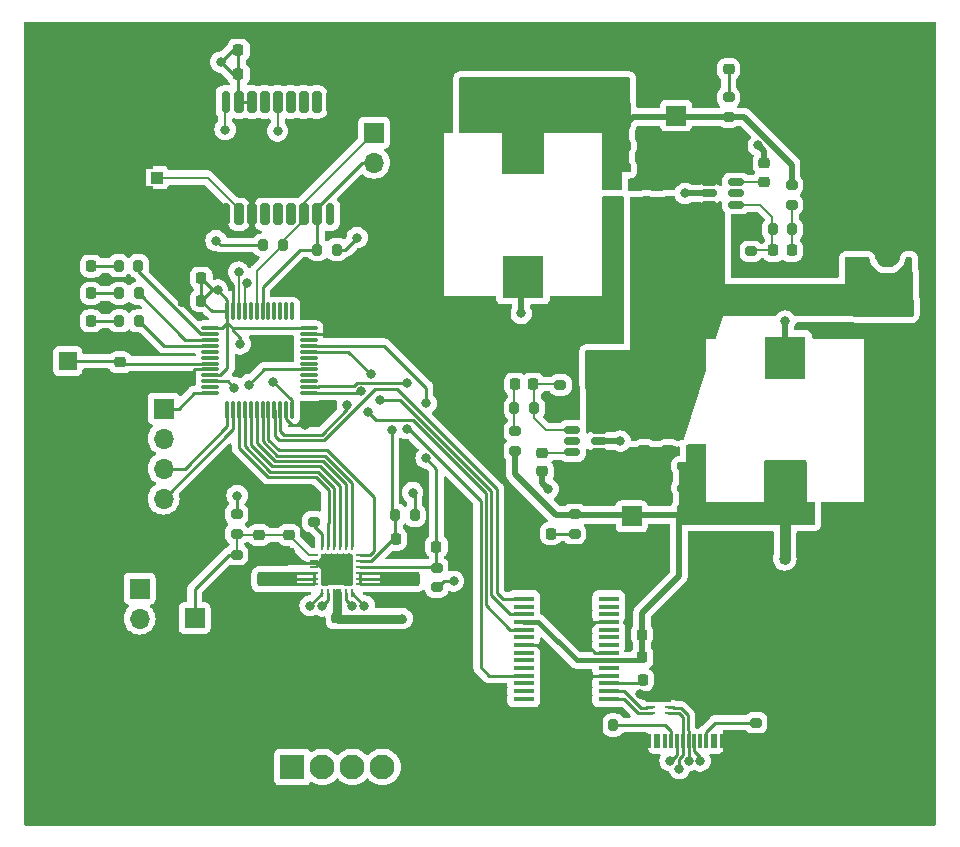
<source format=gbr>
%TF.GenerationSoftware,KiCad,Pcbnew,7.0.7*%
%TF.CreationDate,2024-10-25T12:06:38-05:00*%
%TF.ProjectId,TrackingTurrentBoard,54726163-6b69-46e6-9754-757272656e74,rev?*%
%TF.SameCoordinates,Original*%
%TF.FileFunction,Copper,L1,Top*%
%TF.FilePolarity,Positive*%
%FSLAX46Y46*%
G04 Gerber Fmt 4.6, Leading zero omitted, Abs format (unit mm)*
G04 Created by KiCad (PCBNEW 7.0.7) date 2024-10-25 12:06:38*
%MOMM*%
%LPD*%
G01*
G04 APERTURE LIST*
G04 Aperture macros list*
%AMRoundRect*
0 Rectangle with rounded corners*
0 $1 Rounding radius*
0 $2 $3 $4 $5 $6 $7 $8 $9 X,Y pos of 4 corners*
0 Add a 4 corners polygon primitive as box body*
4,1,4,$2,$3,$4,$5,$6,$7,$8,$9,$2,$3,0*
0 Add four circle primitives for the rounded corners*
1,1,$1+$1,$2,$3*
1,1,$1+$1,$4,$5*
1,1,$1+$1,$6,$7*
1,1,$1+$1,$8,$9*
0 Add four rect primitives between the rounded corners*
20,1,$1+$1,$2,$3,$4,$5,0*
20,1,$1+$1,$4,$5,$6,$7,0*
20,1,$1+$1,$6,$7,$8,$9,0*
20,1,$1+$1,$8,$9,$2,$3,0*%
G04 Aperture macros list end*
%TA.AperFunction,SMDPad,CuDef*%
%ADD10RoundRect,0.200000X-0.200000X-0.275000X0.200000X-0.275000X0.200000X0.275000X-0.200000X0.275000X0*%
%TD*%
%TA.AperFunction,ComponentPad*%
%ADD11R,1.700000X1.700000*%
%TD*%
%TA.AperFunction,ComponentPad*%
%ADD12O,1.700000X1.700000*%
%TD*%
%TA.AperFunction,SMDPad,CuDef*%
%ADD13RoundRect,0.200000X0.275000X-0.200000X0.275000X0.200000X-0.275000X0.200000X-0.275000X-0.200000X0*%
%TD*%
%TA.AperFunction,ComponentPad*%
%ADD14R,2.100000X2.100000*%
%TD*%
%TA.AperFunction,ComponentPad*%
%ADD15C,2.100000*%
%TD*%
%TA.AperFunction,SMDPad,CuDef*%
%ADD16RoundRect,0.225000X-0.225000X-0.250000X0.225000X-0.250000X0.225000X0.250000X-0.225000X0.250000X0*%
%TD*%
%TA.AperFunction,SMDPad,CuDef*%
%ADD17RoundRect,0.225000X-0.250000X0.225000X-0.250000X-0.225000X0.250000X-0.225000X0.250000X0.225000X0*%
%TD*%
%TA.AperFunction,SMDPad,CuDef*%
%ADD18RoundRect,0.200000X-0.275000X0.200000X-0.275000X-0.200000X0.275000X-0.200000X0.275000X0.200000X0*%
%TD*%
%TA.AperFunction,SMDPad,CuDef*%
%ADD19R,1.500000X1.500000*%
%TD*%
%TA.AperFunction,SMDPad,CuDef*%
%ADD20RoundRect,0.250000X-1.425000X0.362500X-1.425000X-0.362500X1.425000X-0.362500X1.425000X0.362500X0*%
%TD*%
%TA.AperFunction,SMDPad,CuDef*%
%ADD21RoundRect,0.225000X0.250000X-0.225000X0.250000X0.225000X-0.250000X0.225000X-0.250000X-0.225000X0*%
%TD*%
%TA.AperFunction,SMDPad,CuDef*%
%ADD22R,0.990600X0.990600*%
%TD*%
%TA.AperFunction,SMDPad,CuDef*%
%ADD23R,2.209800X1.041400*%
%TD*%
%TA.AperFunction,SMDPad,CuDef*%
%ADD24RoundRect,0.150000X0.512500X0.150000X-0.512500X0.150000X-0.512500X-0.150000X0.512500X-0.150000X0*%
%TD*%
%TA.AperFunction,ComponentPad*%
%ADD25C,0.900000*%
%TD*%
%TA.AperFunction,ComponentPad*%
%ADD26C,8.600000*%
%TD*%
%TA.AperFunction,SMDPad,CuDef*%
%ADD27RoundRect,0.075000X-0.662500X-0.075000X0.662500X-0.075000X0.662500X0.075000X-0.662500X0.075000X0*%
%TD*%
%TA.AperFunction,SMDPad,CuDef*%
%ADD28RoundRect,0.075000X-0.075000X-0.662500X0.075000X-0.662500X0.075000X0.662500X-0.075000X0.662500X0*%
%TD*%
%TA.AperFunction,SMDPad,CuDef*%
%ADD29RoundRect,0.218750X-0.218750X-0.256250X0.218750X-0.256250X0.218750X0.256250X-0.218750X0.256250X0*%
%TD*%
%TA.AperFunction,SMDPad,CuDef*%
%ADD30R,3.505200X3.657600*%
%TD*%
%TA.AperFunction,SMDPad,CuDef*%
%ADD31RoundRect,0.225000X0.225000X0.250000X-0.225000X0.250000X-0.225000X-0.250000X0.225000X-0.250000X0*%
%TD*%
%TA.AperFunction,SMDPad,CuDef*%
%ADD32R,0.600000X0.250000*%
%TD*%
%TA.AperFunction,SMDPad,CuDef*%
%ADD33R,0.762000X0.254000*%
%TD*%
%TA.AperFunction,SMDPad,CuDef*%
%ADD34R,0.254000X0.762000*%
%TD*%
%TA.AperFunction,SMDPad,CuDef*%
%ADD35R,2.641600X2.641600*%
%TD*%
%TA.AperFunction,SMDPad,CuDef*%
%ADD36RoundRect,0.200000X0.200000X0.275000X-0.200000X0.275000X-0.200000X-0.275000X0.200000X-0.275000X0*%
%TD*%
%TA.AperFunction,SMDPad,CuDef*%
%ADD37R,1.750000X0.450000*%
%TD*%
%TA.AperFunction,SMDPad,CuDef*%
%ADD38RoundRect,0.175000X-0.175000X0.725000X-0.175000X-0.725000X0.175000X-0.725000X0.175000X0.725000X0*%
%TD*%
%TA.AperFunction,SMDPad,CuDef*%
%ADD39RoundRect,0.200000X-0.200000X0.700000X-0.200000X-0.700000X0.200000X-0.700000X0.200000X0.700000X0*%
%TD*%
%TA.AperFunction,SMDPad,CuDef*%
%ADD40RoundRect,0.218750X-0.256250X0.218750X-0.256250X-0.218750X0.256250X-0.218750X0.256250X0.218750X0*%
%TD*%
%TA.AperFunction,SMDPad,CuDef*%
%ADD41R,0.590000X1.150000*%
%TD*%
%TA.AperFunction,SMDPad,CuDef*%
%ADD42R,0.298000X1.150000*%
%TD*%
%TA.AperFunction,ComponentPad*%
%ADD43O,1.000000X2.200000*%
%TD*%
%TA.AperFunction,ComponentPad*%
%ADD44O,1.000000X1.800000*%
%TD*%
%TA.AperFunction,SMDPad,CuDef*%
%ADD45RoundRect,0.150000X-0.512500X-0.150000X0.512500X-0.150000X0.512500X0.150000X-0.512500X0.150000X0*%
%TD*%
%TA.AperFunction,ViaPad*%
%ADD46C,0.800000*%
%TD*%
%TA.AperFunction,ViaPad*%
%ADD47C,1.016000*%
%TD*%
%TA.AperFunction,Conductor*%
%ADD48C,0.203200*%
%TD*%
%TA.AperFunction,Conductor*%
%ADD49C,0.250000*%
%TD*%
%TA.AperFunction,Conductor*%
%ADD50C,0.508000*%
%TD*%
%TA.AperFunction,Conductor*%
%ADD51C,0.381000*%
%TD*%
%TA.AperFunction,Conductor*%
%ADD52C,0.889000*%
%TD*%
%TA.AperFunction,Conductor*%
%ADD53C,0.762000*%
%TD*%
%TA.AperFunction,Conductor*%
%ADD54C,0.177800*%
%TD*%
%TA.AperFunction,Conductor*%
%ADD55C,0.254000*%
%TD*%
%TA.AperFunction,Conductor*%
%ADD56C,0.213360*%
%TD*%
G04 APERTURE END LIST*
D10*
%TO.P,R101,1*%
%TO.N,Net-(D101-A)*%
X118628100Y-75793500D03*
%TO.P,R101,2*%
%TO.N,/LED1*%
X120278100Y-75793500D03*
%TD*%
D11*
%TO.P,J107,1,Pin_1*%
%TO.N,VBUS*%
X162971400Y-81127600D03*
D12*
%TO.P,J107,2,Pin_2*%
%TO.N,GND*%
X160431400Y-81127600D03*
%TD*%
D13*
%TO.P,R407,1*%
%TO.N,Net-(U401-TOFF)*%
X135133906Y-97473485D03*
%TO.P,R407,2*%
%TO.N,GND*%
X135133906Y-95823485D03*
%TD*%
D14*
%TO.P,J108,1,Pin_1*%
%TO.N,VBUS*%
X183725000Y-77440000D03*
D15*
%TO.P,J108,2,Pin_2*%
%TO.N,GND*%
X183725000Y-74900000D03*
%TD*%
D16*
%TO.P,C104,1*%
%TO.N,Net-(U102-3V3OUT)*%
X162988800Y-110842400D03*
%TO.P,C104,2*%
%TO.N,GND*%
X164538800Y-110842400D03*
%TD*%
D13*
%TO.P,R111,1*%
%TO.N,Net-(J110-CC2)*%
X172575000Y-114475000D03*
%TO.P,R111,2*%
%TO.N,GND*%
X172575000Y-112825000D03*
%TD*%
D17*
%TO.P,C202,1*%
%TO.N,VBUS*%
X165150800Y-89865200D03*
%TO.P,C202,2*%
%TO.N,GND*%
X165150800Y-91415200D03*
%TD*%
D16*
%TO.P,C211,1*%
%TO.N,+3.3V*%
X161226200Y-64693800D03*
%TO.P,C211,2*%
%TO.N,GND*%
X162776200Y-64693800D03*
%TD*%
D10*
%TO.P,R107,1*%
%TO.N,Net-(D105-A)*%
X118682000Y-80467200D03*
%TO.P,R107,2*%
%TO.N,/LED3*%
X120332000Y-80467200D03*
%TD*%
D13*
%TO.P,R406,1*%
%TO.N,+3.3V*%
X145550000Y-103000000D03*
%TO.P,R406,2*%
%TO.N,/STBY\u005CRST*%
X145550000Y-101350000D03*
%TD*%
D17*
%TO.P,C406,1*%
%TO.N,Net-(J401-Pin_1)*%
X130519000Y-98589500D03*
%TO.P,C406,2*%
%TO.N,GND*%
X130519000Y-100139500D03*
%TD*%
D18*
%TO.P,R404,1*%
%TO.N,Net-(J401-Pin_1)*%
X128614000Y-100253500D03*
%TO.P,R404,2*%
%TO.N,GND*%
X128614000Y-101903500D03*
%TD*%
D16*
%TO.P,C210,1*%
%TO.N,+3.3V*%
X161226200Y-66573400D03*
%TO.P,C210,2*%
%TO.N,GND*%
X162776200Y-66573400D03*
%TD*%
D14*
%TO.P,J101,1,Pin_1*%
%TO.N,/Motors/OUTA1*%
X133335000Y-118225000D03*
D15*
%TO.P,J101,2,Pin_2*%
%TO.N,/Motors/OUTA2*%
X135875000Y-118225000D03*
%TO.P,J101,3,Pin_3*%
%TO.N,/Motors/OUTB1*%
X138415000Y-118225000D03*
%TO.P,J101,4,Pin_4*%
%TO.N,/Motors/OUTB2*%
X140955000Y-118225000D03*
%TD*%
D19*
%TO.P,SW101,1,A*%
%TO.N,GND*%
X114300000Y-91657000D03*
%TO.P,SW101,2,B*%
%TO.N,Net-(SW101-B)*%
X114300000Y-83857000D03*
%TD*%
D11*
%TO.P,J102,1,Pin_1*%
%TO.N,/CHANNEL_B*%
X122428000Y-87884000D03*
D12*
%TO.P,J102,2,Pin_2*%
%TO.N,+5V*%
X122428000Y-90424000D03*
%TO.P,J102,3,Pin_3*%
%TO.N,/CHANNEL_A*%
X122428000Y-92964000D03*
%TO.P,J102,4,Pin_4*%
%TO.N,/INDEX*%
X122428000Y-95504000D03*
%TO.P,J102,5,Pin_5*%
%TO.N,GND*%
X122428000Y-98044000D03*
%TD*%
D20*
%TO.P,R402,1*%
%TO.N,Net-(U401-SENSEB1)*%
X142475000Y-102287500D03*
%TO.P,R402,2*%
%TO.N,GND*%
X142475000Y-108212500D03*
%TD*%
D21*
%TO.P,C101,1*%
%TO.N,Net-(SW101-B)*%
X118745000Y-83960000D03*
%TO.P,C101,2*%
%TO.N,GND*%
X118745000Y-82410000D03*
%TD*%
D16*
%TO.P,C404,1*%
%TO.N,/STBY\u005CRST*%
X145529000Y-99568000D03*
%TO.P,C404,2*%
%TO.N,GND*%
X147079000Y-99568000D03*
%TD*%
D22*
%TO.P,U302,1,SIGNAL*%
%TO.N,Net-(U301-RF_IN)*%
X121896401Y-68326000D03*
D23*
%TO.P,U302,2,GROUND*%
%TO.N,GND*%
X120421400Y-67076000D03*
D22*
%TO.P,U302,3,GROUND*%
X118946399Y-68326000D03*
D23*
%TO.P,U302,4,GROUND*%
X120421400Y-69576000D03*
%TD*%
D24*
%TO.P,U201,1,GND*%
%TO.N,GND*%
X159303300Y-91590200D03*
%TO.P,U201,2,SW*%
%TO.N,Net-(U201-SW)*%
X159303300Y-90640200D03*
%TO.P,U201,3,VIN*%
%TO.N,VBUS*%
X159303300Y-89690200D03*
%TO.P,U201,4,FB*%
%TO.N,Net-(U201-FB)*%
X157028300Y-89690200D03*
%TO.P,U201,5,EN*%
%TO.N,unconnected-(U201-EN-Pad5)*%
X157028300Y-90640200D03*
%TO.P,U201,6,BOOT*%
%TO.N,Net-(U201-BOOT)*%
X157028300Y-91590200D03*
%TD*%
D11*
%TO.P,J105,1,Pin_1*%
%TO.N,+5V*%
X162051800Y-97013200D03*
D12*
%TO.P,J105,2,Pin_2*%
%TO.N,GND*%
X162051800Y-99553200D03*
%TD*%
D13*
%TO.P,R203,1*%
%TO.N,+5V*%
X152196800Y-91465200D03*
%TO.P,R203,2*%
%TO.N,Net-(C206-Pad1)*%
X152196800Y-89815200D03*
%TD*%
D10*
%TO.P,R106,1*%
%TO.N,Net-(D104-A)*%
X118682000Y-78130400D03*
%TO.P,R106,2*%
%TO.N,/LED2*%
X120332000Y-78130400D03*
%TD*%
D25*
%TO.P,H104,1,1*%
%TO.N,GND*%
X113465140Y-117116860D03*
X114409721Y-114836441D03*
X114409721Y-119397279D03*
X116690140Y-113891860D03*
D26*
X116690140Y-117116860D03*
D25*
X116690140Y-120341860D03*
X118970559Y-114836441D03*
X118970559Y-119397279D03*
X119915140Y-117116860D03*
%TD*%
D16*
%TO.P,C302,1*%
%TO.N,+3.3V*%
X128765000Y-59563000D03*
%TO.P,C302,2*%
%TO.N,GND*%
X130315000Y-59563000D03*
%TD*%
%TO.P,C105,1*%
%TO.N,+5V*%
X162942200Y-108939400D03*
%TO.P,C105,2*%
%TO.N,GND*%
X164492200Y-108939400D03*
%TD*%
D25*
%TO.P,H101,1,1*%
%TO.N,GND*%
X178534860Y-61191140D03*
X179479441Y-58910721D03*
X179479441Y-63471559D03*
X181759860Y-57966140D03*
D26*
X181759860Y-61191140D03*
D25*
X181759860Y-64416140D03*
X184040279Y-58910721D03*
X184040279Y-63471559D03*
X184984860Y-61191140D03*
%TD*%
D17*
%TO.P,C405,1*%
%TO.N,Net-(J401-Pin_1)*%
X133029000Y-98589500D03*
%TO.P,C405,2*%
%TO.N,GND*%
X133029000Y-100139500D03*
%TD*%
D27*
%TO.P,U101,1,VBAT*%
%TO.N,+3.3V*%
X126393500Y-81070000D03*
%TO.P,U101,2,PC13*%
%TO.N,/LED1*%
X126393500Y-81570000D03*
%TO.P,U101,3,PC14*%
%TO.N,/LED2*%
X126393500Y-82070000D03*
%TO.P,U101,4,PC15*%
%TO.N,/LED3*%
X126393500Y-82570000D03*
%TO.P,U101,5,PH0*%
%TO.N,unconnected-(U101-PH0-Pad5)*%
X126393500Y-83070000D03*
%TO.P,U101,6,PH1*%
%TO.N,unconnected-(U101-PH1-Pad6)*%
X126393500Y-83570000D03*
%TO.P,U101,7,NRST*%
%TO.N,Net-(SW101-B)*%
X126393500Y-84070000D03*
%TO.P,U101,8,VSSA*%
%TO.N,GND*%
X126393500Y-84570000D03*
%TO.P,U101,9,VDDA*%
%TO.N,+3.3V*%
X126393500Y-85070000D03*
%TO.P,U101,10,PA0*%
%TO.N,/SERVO_PWM*%
X126393500Y-85570000D03*
%TO.P,U101,11,PA1*%
%TO.N,unconnected-(U101-PA1-Pad11)*%
X126393500Y-86070000D03*
%TO.P,U101,12,PA2*%
%TO.N,/CHANNEL_B*%
X126393500Y-86570000D03*
D28*
%TO.P,U101,13,PA3*%
%TO.N,/CHANNEL_A*%
X127806000Y-87982500D03*
%TO.P,U101,14,PA4*%
%TO.N,/INDEX*%
X128306000Y-87982500D03*
%TO.P,U101,15,PA5*%
%TO.N,/MODE3*%
X128806000Y-87982500D03*
%TO.P,U101,16,PA6*%
%TO.N,/MODE2*%
X129306000Y-87982500D03*
%TO.P,U101,17,PA7*%
%TO.N,/MODE1*%
X129806000Y-87982500D03*
%TO.P,U101,18,PB0*%
%TO.N,/DIR*%
X130306000Y-87982500D03*
%TO.P,U101,19,PB1*%
%TO.N,/STCK*%
X130806000Y-87982500D03*
%TO.P,U101,20,PB2*%
%TO.N,/DECAY*%
X131306000Y-87982500D03*
%TO.P,U101,21,PB10*%
%TO.N,/FTDI_TX*%
X131806000Y-87982500D03*
%TO.P,U101,22,PB11*%
%TO.N,/FTDI_RX*%
X132306000Y-87982500D03*
%TO.P,U101,23,VSS*%
%TO.N,GND*%
X132806000Y-87982500D03*
%TO.P,U101,24,VDD*%
%TO.N,+3.3V*%
X133306000Y-87982500D03*
D27*
%TO.P,U101,25,PB12*%
%TO.N,/FTDI_RTS*%
X134718500Y-86570000D03*
%TO.P,U101,26,PB13*%
%TO.N,/FTDI_CTS*%
X134718500Y-86070000D03*
%TO.P,U101,27,PB14*%
%TO.N,unconnected-(U101-PB14-Pad27)*%
X134718500Y-85570000D03*
%TO.P,U101,28,PB15*%
%TO.N,unconnected-(U101-PB15-Pad28)*%
X134718500Y-85070000D03*
%TO.P,U101,29,PA8*%
%TO.N,/STEP_PWM*%
X134718500Y-84570000D03*
%TO.P,U101,30,PA9*%
%TO.N,unconnected-(U101-PA9-Pad30)*%
X134718500Y-84070000D03*
%TO.P,U101,31,PA10*%
%TO.N,unconnected-(U101-PA10-Pad31)*%
X134718500Y-83570000D03*
%TO.P,U101,32,PA11*%
%TO.N,/EN\u005CFAULT*%
X134718500Y-83070000D03*
%TO.P,U101,33,PA12*%
%TO.N,/STBY\u005CRST*%
X134718500Y-82570000D03*
%TO.P,U101,34,PA13*%
%TO.N,unconnected-(U101-PA13-Pad34)*%
X134718500Y-82070000D03*
%TO.P,U101,35,VSS*%
%TO.N,GND*%
X134718500Y-81570000D03*
%TO.P,U101,36,VDDUSB*%
%TO.N,+3.3V*%
X134718500Y-81070000D03*
D28*
%TO.P,U101,37,PA14*%
%TO.N,unconnected-(U101-PA14-Pad37)*%
X133306000Y-79657500D03*
%TO.P,U101,38,PA15*%
%TO.N,unconnected-(U101-PA15-Pad38)*%
X132806000Y-79657500D03*
%TO.P,U101,39,PB3*%
%TO.N,unconnected-(U101-PB3-Pad39)*%
X132306000Y-79657500D03*
%TO.P,U101,40,PB4*%
%TO.N,unconnected-(U101-PB4-Pad40)*%
X131806000Y-79657500D03*
%TO.P,U101,41,PB5*%
%TO.N,unconnected-(U101-PB5-Pad41)*%
X131306000Y-79657500D03*
%TO.P,U101,42,PB6*%
%TO.N,/SCL*%
X130806000Y-79657500D03*
%TO.P,U101,43,PB7*%
%TO.N,/SDA*%
X130306000Y-79657500D03*
%TO.P,U101,44,PH3*%
%TO.N,unconnected-(U101-PH3-Pad44)*%
X129806000Y-79657500D03*
%TO.P,U101,45,PB8*%
%TO.N,/GPS_INT*%
X129306000Y-79657500D03*
%TO.P,U101,46,PB9*%
%TO.N,/GPS_RST*%
X128806000Y-79657500D03*
%TO.P,U101,47,VSS*%
%TO.N,GND*%
X128306000Y-79657500D03*
%TO.P,U101,48,VDD*%
%TO.N,+3.3V*%
X127806000Y-79657500D03*
%TD*%
D21*
%TO.P,C207,1*%
%TO.N,VBUS*%
X164214200Y-70595700D03*
%TO.P,C207,2*%
%TO.N,GND*%
X164214200Y-69045700D03*
%TD*%
D16*
%TO.P,C206,1*%
%TO.N,Net-(C206-Pad1)*%
X152183800Y-85814200D03*
%TO.P,C206,2*%
%TO.N,Net-(U201-FB)*%
X153733800Y-85814200D03*
%TD*%
D21*
%TO.P,C208,1*%
%TO.N,VBUS*%
X162509200Y-70574200D03*
%TO.P,C208,2*%
%TO.N,GND*%
X162509200Y-69024200D03*
%TD*%
D29*
%TO.P,D101,1,K*%
%TO.N,GND*%
X114731600Y-75819000D03*
%TO.P,D101,2,A*%
%TO.N,Net-(D101-A)*%
X116306600Y-75819000D03*
%TD*%
D11*
%TO.P,J104,1,Pin_1*%
%TO.N,/SERVO_PWM*%
X120396000Y-103124000D03*
D12*
%TO.P,J104,2,Pin_2*%
%TO.N,+5V*%
X120396000Y-105664000D03*
%TO.P,J104,3,Pin_3*%
%TO.N,GND*%
X120396000Y-108204000D03*
%TD*%
D30*
%TO.P,L202,1,1*%
%TO.N,Net-(U201-SW)*%
X175056800Y-83591700D03*
%TO.P,L202,2,2*%
%TO.N,+5V*%
X175056800Y-94132700D03*
%TD*%
D29*
%TO.P,D102,1,K*%
%TO.N,GND*%
X153644500Y-98463400D03*
%TO.P,D102,2,A*%
%TO.N,Net-(D102-A)*%
X155219500Y-98463400D03*
%TD*%
D31*
%TO.P,C102,1*%
%TO.N,+3.3V*%
X125616000Y-76835000D03*
%TO.P,C102,2*%
%TO.N,GND*%
X124066000Y-76835000D03*
%TD*%
D13*
%TO.P,R205,1*%
%TO.N,Net-(U201-FB)*%
X156006800Y-85877200D03*
%TO.P,R205,2*%
%TO.N,GND*%
X156006800Y-84227200D03*
%TD*%
D11*
%TO.P,J401,1,Pin_1*%
%TO.N,Net-(J401-Pin_1)*%
X125050000Y-105625000D03*
D12*
%TO.P,J401,2,Pin_2*%
%TO.N,GND*%
X127590000Y-105625000D03*
%TD*%
D32*
%TO.P,U103,1,D+_in*%
%TO.N,/USB+*%
X165100000Y-113675000D03*
%TO.P,U103,2,D-_in*%
%TO.N,/USB-*%
X165100000Y-113175000D03*
%TO.P,U103,3,GND*%
%TO.N,GND*%
X165100000Y-112675000D03*
%TO.P,U103,4,NC*%
X163800000Y-112675000D03*
%TO.P,U103,5,D-_out*%
%TO.N,/USB_ESD-*%
X163800000Y-113175000D03*
%TO.P,U103,6,D+_out*%
%TO.N,/USB_ESD+*%
X163800000Y-113675000D03*
%TD*%
D31*
%TO.P,C204,1*%
%TO.N,+5V*%
X166700800Y-93688200D03*
%TO.P,C204,2*%
%TO.N,GND*%
X165150800Y-93688200D03*
%TD*%
D17*
%TO.P,C401,1*%
%TO.N,VBUS*%
X137125000Y-105625000D03*
%TO.P,C401,2*%
%TO.N,GND*%
X137125000Y-107175000D03*
%TD*%
D33*
%TO.P,U401,1,REF*%
%TO.N,Net-(J401-Pin_1)*%
X135154500Y-100273185D03*
%TO.P,U401,2,GND*%
%TO.N,GND*%
X135154500Y-100773311D03*
%TO.P,U401,3,GND*%
X135154500Y-101273437D03*
%TO.P,U401,4,SNSA*%
%TO.N,Net-(U401-SENSEA1)*%
X135154500Y-101773563D03*
%TO.P,U401,5,SENSEA1*%
X135154500Y-102273689D03*
%TO.P,U401,6,SENSEA2*%
X135154500Y-102773815D03*
D34*
%TO.P,U401,7,OUTA1*%
%TO.N,/Motors/OUTA1*%
X135872685Y-103492000D03*
%TO.P,U401,8,OUTA2*%
%TO.N,/Motors/OUTA2*%
X136372811Y-103492000D03*
%TO.P,U401,9,VS*%
%TO.N,VBUS*%
X136872937Y-103492000D03*
%TO.P,U401,10,VS*%
X137373063Y-103492000D03*
%TO.P,U401,11,OUTB2*%
%TO.N,/Motors/OUTB1*%
X137873189Y-103492000D03*
%TO.P,U401,12,OUTB1*%
%TO.N,/Motors/OUTB2*%
X138373315Y-103492000D03*
D33*
%TO.P,U401,13,SENSEB2*%
%TO.N,Net-(U401-SENSEB1)*%
X139091500Y-102773815D03*
%TO.P,U401,14,SENSEB1*%
X139091500Y-102273689D03*
%TO.P,U401,15,SNSB*%
X139091500Y-101773563D03*
%TO.P,U401,16,STBY\u005CRESET*%
%TO.N,/STBY\u005CRST*%
X139091500Y-101273437D03*
%TO.P,U401,17,EN\u005CFAULT*%
%TO.N,/EN\u005CFAULT*%
X139091500Y-100773311D03*
%TO.P,U401,18,DECAY*%
%TO.N,/DECAY*%
X139091500Y-100273185D03*
D34*
%TO.P,U401,19,STCK*%
%TO.N,/STCK*%
X138373315Y-99555000D03*
%TO.P,U401,20,DIR*%
%TO.N,/DIR*%
X137873189Y-99555000D03*
%TO.P,U401,21,MODE1*%
%TO.N,/MODE1*%
X137373063Y-99555000D03*
%TO.P,U401,22,MODE2*%
%TO.N,/MODE2*%
X136872937Y-99555000D03*
%TO.P,U401,23,MODE3*%
%TO.N,/MODE3*%
X136372811Y-99555000D03*
%TO.P,U401,24,TOFF*%
%TO.N,Net-(U401-TOFF)*%
X135872685Y-99555000D03*
D35*
%TO.P,U401,25,EPAD*%
%TO.N,GND*%
X137123000Y-101523500D03*
%TD*%
D16*
%TO.P,C106,1*%
%TO.N,+5V*%
X162929800Y-107034400D03*
%TO.P,C106,2*%
%TO.N,GND*%
X164479800Y-107034400D03*
%TD*%
D30*
%TO.P,L201,1,1*%
%TO.N,Net-(U202-SW)*%
X152857200Y-76720700D03*
%TO.P,L201,2,2*%
%TO.N,+3.3V*%
X152857200Y-66179700D03*
%TD*%
D11*
%TO.P,J106,1,Pin_1*%
%TO.N,+3.3V*%
X165811200Y-63073200D03*
D12*
%TO.P,J106,2,Pin_2*%
%TO.N,GND*%
X165811200Y-60533200D03*
%TD*%
D13*
%TO.P,R102,1*%
%TO.N,Net-(D102-A)*%
X157225800Y-98478200D03*
%TO.P,R102,2*%
%TO.N,+5V*%
X157225800Y-96828200D03*
%TD*%
D21*
%TO.P,C209,1*%
%TO.N,Net-(U202-BOOT)*%
X173278800Y-68669200D03*
%TO.P,C209,2*%
%TO.N,Net-(U202-SW)*%
X173278800Y-67119200D03*
%TD*%
D17*
%TO.P,C203,1*%
%TO.N,Net-(U201-BOOT)*%
X154482800Y-91643200D03*
%TO.P,C203,2*%
%TO.N,Net-(U201-SW)*%
X154482800Y-93193200D03*
%TD*%
D29*
%TO.P,D105,1,K*%
%TO.N,GND*%
X114706300Y-80467200D03*
%TO.P,D105,2,A*%
%TO.N,Net-(D105-A)*%
X116281300Y-80467200D03*
%TD*%
D18*
%TO.P,R208,1*%
%TO.N,+3.3V*%
X175590200Y-68974200D03*
%TO.P,R208,2*%
%TO.N,Net-(C212-Pad1)*%
X175590200Y-70624200D03*
%TD*%
D36*
%TO.P,R209,1*%
%TO.N,Net-(C212-Pad1)*%
X175653200Y-72720200D03*
%TO.P,R209,2*%
%TO.N,Net-(U202-FB)*%
X174003200Y-72720200D03*
%TD*%
D16*
%TO.P,C301,1*%
%TO.N,+3.3V*%
X128765000Y-57531000D03*
%TO.P,C301,2*%
%TO.N,GND*%
X130315000Y-57531000D03*
%TD*%
D37*
%TO.P,U102,1,TXD*%
%TO.N,/FTDI_TX*%
X152914800Y-104004400D03*
%TO.P,U102,2,DTR*%
%TO.N,unconnected-(U102-DTR-Pad2)*%
X152914800Y-104654400D03*
%TO.P,U102,3,RTS*%
%TO.N,/FTDI_RTS*%
X152914800Y-105304400D03*
%TO.P,U102,4,VCCIO*%
%TO.N,+5V*%
X152914800Y-105954400D03*
%TO.P,U102,5,RXD*%
%TO.N,/FTDI_RX*%
X152914800Y-106604400D03*
%TO.P,U102,6,RI*%
%TO.N,unconnected-(U102-RI-Pad6)*%
X152914800Y-107254400D03*
%TO.P,U102,7,GND*%
%TO.N,GND*%
X152914800Y-107904400D03*
%TO.P,U102,8*%
%TO.N,N/C*%
X152914800Y-108554400D03*
%TO.P,U102,9,DCR*%
%TO.N,unconnected-(U102-DCR-Pad9)*%
X152914800Y-109204400D03*
%TO.P,U102,10,DCD*%
%TO.N,unconnected-(U102-DCD-Pad10)*%
X152914800Y-109854400D03*
%TO.P,U102,11,CTS*%
%TO.N,/FTDI_CTS*%
X152914800Y-110504400D03*
%TO.P,U102,12,CBUS4*%
%TO.N,unconnected-(U102-CBUS4-Pad12)*%
X152914800Y-111154400D03*
%TO.P,U102,13,CBUS2*%
%TO.N,unconnected-(U102-CBUS2-Pad13)*%
X152914800Y-111804400D03*
%TO.P,U102,14,CBUS3*%
%TO.N,unconnected-(U102-CBUS3-Pad14)*%
X152914800Y-112454400D03*
%TO.P,U102,15,USBD+*%
%TO.N,/USB_ESD+*%
X160114800Y-112454400D03*
%TO.P,U102,16,USBD-*%
%TO.N,/USB_ESD-*%
X160114800Y-111804400D03*
%TO.P,U102,17,3V3OUT*%
%TO.N,Net-(U102-3V3OUT)*%
X160114800Y-111154400D03*
%TO.P,U102,18,GND*%
%TO.N,GND*%
X160114800Y-110504400D03*
%TO.P,U102,19,~{RESET}*%
%TO.N,unconnected-(U102-~{RESET}-Pad19)*%
X160114800Y-109854400D03*
%TO.P,U102,20,VCC*%
%TO.N,+5V*%
X160114800Y-109204400D03*
%TO.P,U102,21,GND*%
%TO.N,GND*%
X160114800Y-108554400D03*
%TO.P,U102,22,CBUS1*%
%TO.N,unconnected-(U102-CBUS1-Pad22)*%
X160114800Y-107904400D03*
%TO.P,U102,23,CBUS0*%
%TO.N,unconnected-(U102-CBUS0-Pad23)*%
X160114800Y-107254400D03*
%TO.P,U102,24*%
%TO.N,N/C*%
X160114800Y-106604400D03*
%TO.P,U102,25,AGND*%
%TO.N,GND*%
X160114800Y-105954400D03*
%TO.P,U102,26,TEST*%
%TO.N,unconnected-(U102-TEST-Pad26)*%
X160114800Y-105304400D03*
%TO.P,U102,27,OSCI*%
%TO.N,unconnected-(U102-OSCI-Pad27)*%
X160114800Y-104654400D03*
%TO.P,U102,28,OSCO*%
%TO.N,unconnected-(U102-OSCO-Pad28)*%
X160114800Y-104004400D03*
%TD*%
D18*
%TO.P,R210,1*%
%TO.N,Net-(U202-FB)*%
X172161200Y-74562200D03*
%TO.P,R210,2*%
%TO.N,GND*%
X172161200Y-76212200D03*
%TD*%
D38*
%TO.P,U301,1,GND*%
%TO.N,GND*%
X136480000Y-61925000D03*
D39*
%TO.P,U301,2,TXD*%
%TO.N,unconnected-(U301-TXD-Pad2)*%
X135380000Y-61925000D03*
%TO.P,U301,3,RXD*%
%TO.N,unconnected-(U301-RXD-Pad3)*%
X134280000Y-61925000D03*
%TO.P,U301,4,TIMEPULSE*%
%TO.N,unconnected-(U301-TIMEPULSE-Pad4)*%
X133180000Y-61925000D03*
%TO.P,U301,5,EXTINT*%
%TO.N,/GPS_INT*%
X132080000Y-61925000D03*
%TO.P,U301,6,V_BCKP*%
%TO.N,unconnected-(U301-V_BCKP-Pad6)*%
X130980000Y-61925000D03*
%TO.P,U301,7,VCC_IO*%
%TO.N,+3.3V*%
X129880000Y-61925000D03*
%TO.P,U301,8,VCC*%
X128780000Y-61925000D03*
D38*
%TO.P,U301,9,~{RESET}*%
%TO.N,/GPS_RST*%
X127680000Y-61925000D03*
%TO.P,U301,10,GND*%
%TO.N,GND*%
X127680000Y-71425000D03*
D39*
%TO.P,U301,11,RF_IN*%
%TO.N,Net-(U301-RF_IN)*%
X128780000Y-71425000D03*
%TO.P,U301,12,GND*%
%TO.N,GND*%
X129880000Y-71425000D03*
%TO.P,U301,13,LNA_EN*%
%TO.N,unconnected-(U301-LNA_EN-Pad13)*%
X130980000Y-71425000D03*
%TO.P,U301,14,VCC_RF*%
%TO.N,unconnected-(U301-VCC_RF-Pad14)*%
X132080000Y-71425000D03*
%TO.P,U301,15,Reserved*%
%TO.N,unconnected-(U301-Reserved-Pad15)*%
X133180000Y-71425000D03*
%TO.P,U301,16,SDA*%
%TO.N,/SDA*%
X134280000Y-71425000D03*
%TO.P,U301,17,SCL*%
%TO.N,/SCL*%
X135380000Y-71425000D03*
D38*
%TO.P,U301,18,~{SAFEBOOT}*%
%TO.N,unconnected-(U301-~{SAFEBOOT}-Pad18)*%
X136480000Y-71425000D03*
%TD*%
D40*
%TO.P,D103,1,K*%
%TO.N,GND*%
X170256200Y-57581700D03*
%TO.P,D103,2,A*%
%TO.N,Net-(D103-A)*%
X170256200Y-59156700D03*
%TD*%
D41*
%TO.P,J110,A1B12,GND1*%
%TO.N,GND*%
X163425000Y-116050000D03*
%TO.P,J110,A4B9,VBUS1*%
%TO.N,unconnected-(J110-VBUS1-PadA4B9)*%
X164225000Y-116050000D03*
D42*
%TO.P,J110,A5,CC1*%
%TO.N,Net-(J110-CC1)*%
X165375000Y-116050000D03*
%TO.P,J110,A6,DP1*%
%TO.N,/USB+*%
X166375000Y-116050000D03*
%TO.P,J110,A7,DN1*%
%TO.N,/USB-*%
X166875000Y-116050000D03*
%TO.P,J110,A8,SBU1*%
%TO.N,unconnected-(J110-SBU1-PadA8)*%
X167875000Y-116050000D03*
D41*
%TO.P,J110,B1A12,GND2*%
%TO.N,GND*%
X169825000Y-116050000D03*
%TO.P,J110,B4A9,VBUS2*%
%TO.N,unconnected-(J110-VBUS2-PadB4A9)*%
X169025000Y-116050000D03*
D42*
%TO.P,J110,B5,CC2*%
%TO.N,Net-(J110-CC2)*%
X168375000Y-116050000D03*
%TO.P,J110,B6,DP2*%
%TO.N,/USB+*%
X167375000Y-116050000D03*
%TO.P,J110,B7,DN2*%
%TO.N,/USB-*%
X165875000Y-116050000D03*
%TO.P,J110,B8,SBU2*%
%TO.N,unconnected-(J110-SBU2-PadB8)*%
X164875000Y-116050000D03*
D43*
%TO.P,J110,SH1,SHIELD1*%
%TO.N,GND*%
X162305000Y-120625000D03*
%TO.P,J110,SH2,SHIELD2*%
X170945000Y-120625000D03*
D44*
%TO.P,J110,SH3,SHIELD3*%
X162305000Y-116625000D03*
%TO.P,J110,SH4,SHIELD4*%
X170945000Y-116625000D03*
%TD*%
D45*
%TO.P,U202,1,GND*%
%TO.N,GND*%
X168605200Y-68722200D03*
%TO.P,U202,2,SW*%
%TO.N,Net-(U202-SW)*%
X168605200Y-69672200D03*
%TO.P,U202,3,VIN*%
%TO.N,VBUS*%
X168605200Y-70622200D03*
%TO.P,U202,4,FB*%
%TO.N,Net-(U202-FB)*%
X170880200Y-70622200D03*
%TO.P,U202,5,EN*%
%TO.N,unconnected-(U202-EN-Pad5)*%
X170880200Y-69672200D03*
%TO.P,U202,6,BOOT*%
%TO.N,Net-(U202-BOOT)*%
X170880200Y-68722200D03*
%TD*%
D20*
%TO.P,R401,1*%
%TO.N,Net-(U401-SENSEA1)*%
X132025000Y-102337500D03*
%TO.P,R401,2*%
%TO.N,GND*%
X132025000Y-108262500D03*
%TD*%
D11*
%TO.P,J103,1,Pin_1*%
%TO.N,/SDA*%
X140225000Y-64525000D03*
D12*
%TO.P,J103,2,Pin_2*%
%TO.N,/SCL*%
X140225000Y-67065000D03*
%TD*%
D10*
%TO.P,R110,1*%
%TO.N,GND*%
X158850000Y-114675000D03*
%TO.P,R110,2*%
%TO.N,Net-(J110-CC1)*%
X160500000Y-114675000D03*
%TD*%
%TO.P,R204,1*%
%TO.N,Net-(C206-Pad1)*%
X152133800Y-87846200D03*
%TO.P,R204,2*%
%TO.N,Net-(U201-FB)*%
X153783800Y-87846200D03*
%TD*%
D31*
%TO.P,C205,1*%
%TO.N,+5V*%
X166687800Y-95466200D03*
%TO.P,C205,2*%
%TO.N,GND*%
X165137800Y-95466200D03*
%TD*%
D25*
%TO.P,H103,1,1*%
%TO.N,GND*%
X178534860Y-117116860D03*
X179479441Y-114836441D03*
X179479441Y-119397279D03*
X181759860Y-113891860D03*
D26*
X181759860Y-117116860D03*
D25*
X181759860Y-120341860D03*
X184040279Y-114836441D03*
X184040279Y-119397279D03*
X184984860Y-117116860D03*
%TD*%
D10*
%TO.P,R104,1*%
%TO.N,/SCL*%
X135446000Y-74422000D03*
%TO.P,R104,2*%
%TO.N,+3.3V*%
X137096000Y-74422000D03*
%TD*%
D36*
%TO.P,R105,1*%
%TO.N,/SDA*%
X132524000Y-74041000D03*
%TO.P,R105,2*%
%TO.N,+3.3V*%
X130874000Y-74041000D03*
%TD*%
D16*
%TO.P,C403,1*%
%TO.N,/EN\u005CFAULT*%
X142100000Y-98933000D03*
%TO.P,C403,2*%
%TO.N,GND*%
X143650000Y-98933000D03*
%TD*%
D31*
%TO.P,C212,1*%
%TO.N,Net-(C212-Pad1)*%
X175603200Y-74498200D03*
%TO.P,C212,2*%
%TO.N,Net-(U202-FB)*%
X174053200Y-74498200D03*
%TD*%
D17*
%TO.P,C201,1*%
%TO.N,VBUS*%
X163118800Y-89865200D03*
%TO.P,C201,2*%
%TO.N,GND*%
X163118800Y-91415200D03*
%TD*%
D25*
%TO.P,H102,1,1*%
%TO.N,GND*%
X113465140Y-61191140D03*
X114409721Y-58910721D03*
X114409721Y-63471559D03*
X116690140Y-57966140D03*
D26*
X116690140Y-61191140D03*
D25*
X116690140Y-64416140D03*
X118970559Y-58910721D03*
X118970559Y-63471559D03*
X119915140Y-61191140D03*
%TD*%
D29*
%TO.P,D104,1,K*%
%TO.N,GND*%
X114706300Y-78130400D03*
%TO.P,D104,2,A*%
%TO.N,Net-(D104-A)*%
X116281300Y-78130400D03*
%TD*%
D31*
%TO.P,C103,1*%
%TO.N,+3.3V*%
X125616000Y-78740000D03*
%TO.P,C103,2*%
%TO.N,GND*%
X124066000Y-78740000D03*
%TD*%
D18*
%TO.P,R403,1*%
%TO.N,/STEP_PWM*%
X128614000Y-96824500D03*
%TO.P,R403,2*%
%TO.N,Net-(J401-Pin_1)*%
X128614000Y-98474500D03*
%TD*%
D36*
%TO.P,R405,1*%
%TO.N,+3.3V*%
X143700000Y-96901000D03*
%TO.P,R405,2*%
%TO.N,/EN\u005CFAULT*%
X142050000Y-96901000D03*
%TD*%
D18*
%TO.P,R103,1*%
%TO.N,Net-(D103-A)*%
X170256200Y-61544200D03*
%TO.P,R103,2*%
%TO.N,+3.3V*%
X170256200Y-63194200D03*
%TD*%
D46*
%TO.N,GND*%
X147193000Y-96647000D03*
X126873000Y-75971400D03*
X152146000Y-117348000D03*
X124333000Y-85344000D03*
X176276000Y-108077000D03*
X112575000Y-95225000D03*
X134575000Y-113125000D03*
X167767000Y-57531000D03*
X126111000Y-97917000D03*
X163322000Y-93091000D03*
X163775000Y-94775000D03*
X114173000Y-104521000D03*
X162750000Y-112050000D03*
X137125000Y-108800000D03*
X158115000Y-92964000D03*
X164338000Y-65379600D03*
X131826000Y-82550000D03*
X162275000Y-94700000D03*
X163626800Y-67767200D03*
X134366000Y-89281000D03*
X142367000Y-79629000D03*
X165252400Y-67767200D03*
X136779000Y-81153000D03*
X131775000Y-100825000D03*
X157937200Y-110896400D03*
X113792000Y-70231000D03*
X142240000Y-72898000D03*
X158115000Y-107442000D03*
X164439600Y-66802000D03*
X139065000Y-58547000D03*
X166217600Y-108000800D03*
X155575000Y-57404000D03*
X148971000Y-83947000D03*
X117475000Y-88800000D03*
X143383000Y-92964000D03*
X181737000Y-103251000D03*
X139725000Y-108800000D03*
X166268400Y-109880400D03*
X154940000Y-109093000D03*
%TO.N,+3.3V*%
X143510000Y-94996000D03*
X127254000Y-58547000D03*
X126873000Y-73660000D03*
X138811000Y-73406000D03*
X127000000Y-77851000D03*
X148971000Y-62103000D03*
X152146000Y-62103000D03*
X155321000Y-62103000D03*
X128905000Y-82423000D03*
X158877000Y-62103000D03*
X131699000Y-85598000D03*
X146975000Y-102500000D03*
D47*
%TO.N,+5V*%
X175006000Y-100584000D03*
D46*
%TO.N,VBUS*%
X142621000Y-105664000D03*
%TO.N,Net-(U201-SW)*%
X175056800Y-80480200D03*
X154990800Y-94704200D03*
X161086800Y-90640200D03*
%TO.N,Net-(U202-SW)*%
X166573200Y-69672200D03*
X172771200Y-65608200D03*
X152705200Y-79832200D03*
%TO.N,/EN\u005CFAULT*%
X141732000Y-89662000D03*
X139954000Y-84969701D03*
%TO.N,/STBY\u005CRST*%
X144648701Y-87452200D03*
X144648701Y-92079299D03*
%TO.N,/Motors/OUTA1*%
X134837000Y-104571500D03*
%TO.N,/Motors/OUTA2*%
X135853000Y-104588390D03*
%TO.N,/Motors/OUTB1*%
X138393000Y-104588390D03*
%TO.N,/Motors/OUTB2*%
X139409000Y-104571500D03*
%TO.N,/SERVO_PWM*%
X128397000Y-86106000D03*
%TO.N,/USB+*%
X166089765Y-118383980D03*
X167851880Y-117728732D03*
%TO.N,/USB-*%
X165313832Y-117688068D03*
X166875000Y-117700000D03*
%TO.N,/FTDI_RX*%
X137981200Y-87562200D03*
X139700000Y-88138000D03*
%TO.N,/FTDI_RTS*%
X139124201Y-86419201D03*
X140716000Y-87122000D03*
%TO.N,/FTDI_CTS*%
X143002000Y-85699600D03*
X143002000Y-89577500D03*
%TO.N,/STEP_PWM*%
X129671299Y-85856299D03*
X128651000Y-95250000D03*
%TO.N,/GPS_INT*%
X129479100Y-77216000D03*
X132080000Y-64389000D03*
%TO.N,/GPS_RST*%
X127635000Y-64262000D03*
X128778000Y-76327000D03*
%TD*%
D48*
%TO.N,GND*%
X163375000Y-112675000D02*
X162750000Y-112050000D01*
D49*
X132806000Y-88785685D02*
X133301315Y-89281000D01*
X132806000Y-87982500D02*
X132806000Y-88785685D01*
X126393500Y-84570000D02*
X125107000Y-84570000D01*
X128306000Y-77404400D02*
X126873000Y-75971400D01*
X136362000Y-81570000D02*
X136779000Y-81153000D01*
X125107000Y-84570000D02*
X124333000Y-85344000D01*
X158115000Y-106829200D02*
X158115000Y-107442000D01*
X158115000Y-107679600D02*
X158115000Y-107442000D01*
X154039800Y-107904400D02*
X154940000Y-108804600D01*
X158989800Y-105954400D02*
X158115000Y-106829200D01*
X158329200Y-110504400D02*
X157937200Y-110896400D01*
X160114800Y-105954400D02*
X158989800Y-105954400D01*
X160114800Y-110504400D02*
X158329200Y-110504400D01*
X128306000Y-79657500D02*
X128306000Y-77404400D01*
X154940000Y-108804600D02*
X154940000Y-109093000D01*
X160114800Y-108554400D02*
X158989800Y-108554400D01*
D48*
X163800000Y-112675000D02*
X165100000Y-112675000D01*
D49*
X133301315Y-89281000D02*
X134366000Y-89281000D01*
D48*
X163800000Y-112675000D02*
X163375000Y-112675000D01*
D49*
X134718500Y-81570000D02*
X136362000Y-81570000D01*
X152914800Y-107904400D02*
X154039800Y-107904400D01*
X158989800Y-108554400D02*
X158115000Y-107679600D01*
%TO.N,+3.3V*%
X128275000Y-81070000D02*
X128275000Y-81241000D01*
D50*
X161226200Y-64097200D02*
X161226200Y-64693800D01*
D49*
X126632000Y-77851000D02*
X125616000Y-76835000D01*
X145732000Y-102933000D02*
X146165000Y-102500000D01*
X137096000Y-74422000D02*
X137795000Y-74422000D01*
X127254000Y-74041000D02*
X126873000Y-73660000D01*
X131724685Y-85598000D02*
X131699000Y-85598000D01*
X128275000Y-81241000D02*
X128905000Y-81871000D01*
X146165000Y-102500000D02*
X146975000Y-102500000D01*
X130874000Y-74041000D02*
X127254000Y-74041000D01*
X125616000Y-78740000D02*
X126533500Y-79657500D01*
X137795000Y-74422000D02*
X138811000Y-73406000D01*
X134718500Y-81070000D02*
X128275000Y-81070000D01*
X127806000Y-80601000D02*
X127337000Y-81070000D01*
X143700000Y-95186000D02*
X143510000Y-94996000D01*
X128275000Y-81070000D02*
X127806000Y-80601000D01*
X128905000Y-82423000D02*
X128905000Y-81871000D01*
X128270000Y-57531000D02*
X128765000Y-57531000D01*
X133306000Y-87982500D02*
X133306000Y-87179315D01*
D50*
X162128200Y-63195200D02*
X161226200Y-64097200D01*
D49*
X125616000Y-78740000D02*
X125616000Y-76835000D01*
X133306000Y-87179315D02*
X131724685Y-85598000D01*
X129880000Y-61925000D02*
X128780000Y-61925000D01*
X128765000Y-59563000D02*
X128765000Y-61910000D01*
X127806000Y-80772000D02*
X127806000Y-80601000D01*
X128765000Y-61910000D02*
X128780000Y-61925000D01*
X126533500Y-79657500D02*
X127806000Y-79657500D01*
X128270000Y-59563000D02*
X128765000Y-59563000D01*
X127000000Y-77851000D02*
X126632000Y-77851000D01*
D50*
X161226200Y-64693800D02*
X161226200Y-66573400D01*
X175590200Y-68974200D02*
X175590200Y-67219461D01*
D49*
X127000000Y-77851000D02*
X126505000Y-77851000D01*
X127806000Y-79657500D02*
X127806000Y-78657000D01*
X127806000Y-78657000D02*
X127000000Y-77851000D01*
X127337000Y-81070000D02*
X126393500Y-81070000D01*
X128765000Y-57531000D02*
X128765000Y-59563000D01*
X127254000Y-58547000D02*
X128270000Y-57531000D01*
X126505000Y-77851000D02*
X125616000Y-78740000D01*
D50*
X171565939Y-63195200D02*
X162128200Y-63195200D01*
X175590200Y-67219461D02*
X171565939Y-63195200D01*
D49*
X143700000Y-96901000D02*
X143700000Y-95186000D01*
X127196685Y-85070000D02*
X127806000Y-84460685D01*
X127806000Y-84460685D02*
X127806000Y-80772000D01*
X127254000Y-58547000D02*
X128270000Y-59563000D01*
X126393500Y-85070000D02*
X127196685Y-85070000D01*
X127806000Y-79657500D02*
X127806000Y-80601000D01*
%TO.N,Net-(U102-3V3OUT)*%
X162988800Y-110842400D02*
X162676800Y-111154400D01*
X162676800Y-111154400D02*
X160114800Y-111154400D01*
D50*
%TO.N,+5V*%
X162941000Y-105156000D02*
X162941000Y-108938200D01*
D51*
X154145800Y-105954400D02*
X152914800Y-105954400D01*
X162677200Y-109204400D02*
X160114800Y-109204400D01*
D50*
X162942200Y-108939400D02*
X162677200Y-109204400D01*
X166687800Y-95466200D02*
X166687800Y-93701200D01*
X152196800Y-93434200D02*
X155625800Y-96863200D01*
D51*
X157395800Y-109204400D02*
X154145800Y-105954400D01*
D52*
X175056800Y-100533200D02*
X175006000Y-100584000D01*
D50*
X166039800Y-102057200D02*
X162941000Y-105156000D01*
D49*
X166687800Y-93701200D02*
X166700800Y-93688200D01*
D50*
X166039800Y-96863200D02*
X166039800Y-102057200D01*
D51*
X160114800Y-109204400D02*
X157395800Y-109204400D01*
D50*
X155625800Y-96863200D02*
X166039800Y-96863200D01*
X162941000Y-108938200D02*
X162942200Y-108939400D01*
X152196800Y-91465200D02*
X152196800Y-93434200D01*
X166687800Y-96215200D02*
X166687800Y-95466200D01*
D52*
X175056800Y-94132700D02*
X175056800Y-100533200D01*
D50*
X166039800Y-96863200D02*
X166687800Y-96215200D01*
D49*
X166700800Y-95453200D02*
X166687800Y-95466200D01*
D53*
%TO.N,VBUS*%
X137125000Y-105625000D02*
X137080811Y-105580811D01*
X137080811Y-105580811D02*
X137080811Y-103492000D01*
X137164000Y-105664000D02*
X137125000Y-105625000D01*
X142621000Y-105664000D02*
X137164000Y-105664000D01*
D54*
%TO.N,Net-(U201-BOOT)*%
X154482800Y-91643200D02*
X156975300Y-91643200D01*
D49*
X156975300Y-91643200D02*
X157028300Y-91590200D01*
D50*
%TO.N,Net-(U201-SW)*%
X154482800Y-94196200D02*
X154990800Y-94704200D01*
X175056800Y-83591700D02*
X175056800Y-80480200D01*
X161086800Y-90640200D02*
X159303300Y-90640200D01*
X154482800Y-93193200D02*
X154482800Y-94196200D01*
D54*
%TO.N,Net-(C206-Pad1)*%
X152133800Y-87846200D02*
X152133800Y-89752200D01*
X152133800Y-87846200D02*
X152133800Y-85864200D01*
X152133800Y-85864200D02*
X152183800Y-85814200D01*
%TO.N,Net-(U201-FB)*%
X153783800Y-88671200D02*
X154802800Y-89690200D01*
X153783800Y-85864200D02*
X153733800Y-85814200D01*
X153783800Y-87846200D02*
X153783800Y-85864200D01*
X155943800Y-85814200D02*
X156006800Y-85877200D01*
X153733800Y-85814200D02*
X155943800Y-85814200D01*
X153783800Y-87846200D02*
X153783800Y-88671200D01*
X154802800Y-89690200D02*
X157028300Y-89690200D01*
%TO.N,Net-(U202-BOOT)*%
X173279200Y-68669200D02*
X170786700Y-68669200D01*
D50*
%TO.N,Net-(U202-SW)*%
X166675200Y-69672200D02*
X168458700Y-69672200D01*
X173279200Y-67119200D02*
X173279200Y-66116200D01*
X152705200Y-76720700D02*
X152705200Y-79832200D01*
X173279200Y-66116200D02*
X172771200Y-65608200D01*
D54*
%TO.N,Net-(C212-Pad1)*%
X175628200Y-72466200D02*
X175628200Y-74448200D01*
X175628200Y-72466200D02*
X175628200Y-70560200D01*
%TO.N,Net-(U202-FB)*%
X173978200Y-71641200D02*
X172959200Y-70622200D01*
X173978200Y-72466200D02*
X173978200Y-74448200D01*
X173978200Y-72466200D02*
X173978200Y-71641200D01*
X172959200Y-70622200D02*
X170733700Y-70622200D01*
X174028200Y-74498200D02*
X171818200Y-74498200D01*
D49*
%TO.N,/EN\u005CFAULT*%
X141732000Y-96583000D02*
X141732000Y-89662000D01*
X142050000Y-98743396D02*
X142050000Y-96901000D01*
X142050000Y-98883000D02*
X142100000Y-98933000D01*
X138054299Y-83070000D02*
X134718500Y-83070000D01*
X139091500Y-100773311D02*
X140020085Y-100773311D01*
X142050000Y-96901000D02*
X141732000Y-96583000D01*
X139954000Y-84969701D02*
X138054299Y-83070000D01*
X140020085Y-100773311D02*
X142050000Y-98743396D01*
%TO.N,/STBY\u005CRST*%
X140017000Y-101283000D02*
X145529000Y-101283000D01*
X145529000Y-92959598D02*
X144648701Y-92079299D01*
X144648701Y-86101701D02*
X141117000Y-82570000D01*
X141117000Y-82570000D02*
X134718500Y-82570000D01*
X140007437Y-101273437D02*
X140017000Y-101283000D01*
X144648701Y-87452200D02*
X144648701Y-86101701D01*
X145529000Y-101283000D02*
X145529000Y-99568000D01*
X139091500Y-101273437D02*
X140007437Y-101273437D01*
X145529000Y-99568000D02*
X145529000Y-92959598D01*
%TO.N,Net-(D101-A)*%
X116332100Y-75793500D02*
X116306600Y-75819000D01*
X118475600Y-75819000D02*
X118501100Y-75793500D01*
X118628100Y-75793500D02*
X116332100Y-75793500D01*
%TO.N,Net-(D102-A)*%
X157225800Y-98478200D02*
X155234300Y-98478200D01*
%TO.N,Net-(D103-A)*%
X170256200Y-59156700D02*
X170256200Y-61544200D01*
D55*
%TO.N,/Motors/OUTA1*%
X135872685Y-103535815D02*
X134837000Y-104571500D01*
%TO.N,/Motors/OUTA2*%
X136372811Y-103492000D02*
X136372811Y-104068579D01*
X136372811Y-104068579D02*
X135853000Y-104588390D01*
%TO.N,/Motors/OUTB1*%
X137873189Y-104068579D02*
X138393000Y-104588390D01*
X137873189Y-103492000D02*
X137873189Y-104068579D01*
%TO.N,/Motors/OUTB2*%
X138373315Y-103535815D02*
X139409000Y-104571500D01*
X138373315Y-103492000D02*
X138373315Y-103535815D01*
D49*
%TO.N,/CHANNEL_B*%
X123698000Y-87884000D02*
X125012000Y-86570000D01*
X125012000Y-86570000D02*
X126393500Y-86570000D01*
X122428000Y-87884000D02*
X123698000Y-87884000D01*
%TO.N,/CHANNEL_A*%
X122428000Y-92964000D02*
X124206000Y-92964000D01*
X124206000Y-92964000D02*
X127806000Y-89364000D01*
X127806000Y-89364000D02*
X127806000Y-87982500D01*
%TO.N,/INDEX*%
X128306000Y-89626000D02*
X128306000Y-87982500D01*
X122428000Y-95504000D02*
X128306000Y-89626000D01*
D48*
%TO.N,/SDA*%
X134280000Y-71425000D02*
X134280000Y-70470000D01*
X132524000Y-74041000D02*
X130306000Y-76259000D01*
X130306000Y-76259000D02*
X130306000Y-79657500D01*
X134280000Y-71934370D02*
X132524000Y-73690370D01*
X134280000Y-70470000D02*
X140239000Y-64511000D01*
X134280000Y-71425000D02*
X134280000Y-71934370D01*
X132524000Y-73690370D02*
X132524000Y-74041000D01*
D49*
%TO.N,/SCL*%
X135446000Y-71491000D02*
X135380000Y-71425000D01*
X140225000Y-67065000D02*
X139260000Y-67065000D01*
X135446000Y-74422000D02*
X133985000Y-74422000D01*
X139260000Y-67065000D02*
X136125000Y-70200000D01*
X135446000Y-74422000D02*
X135446000Y-71491000D01*
D48*
X135380000Y-71425000D02*
X135380000Y-72138000D01*
D49*
X135380000Y-70917893D02*
X135380000Y-71425000D01*
X136097893Y-70200000D02*
X135380000Y-70917893D01*
X133985000Y-74422000D02*
X130806000Y-77601000D01*
X130806000Y-77601000D02*
X130806000Y-79657500D01*
X136125000Y-70200000D02*
X136097893Y-70200000D01*
D48*
X130810000Y-79653500D02*
X130806000Y-79657500D01*
D49*
%TO.N,/SERVO_PWM*%
X127861000Y-85570000D02*
X126393500Y-85570000D01*
X128397000Y-86106000D02*
X127861000Y-85570000D01*
D48*
%TO.N,Net-(J401-Pin_1)*%
X128729000Y-98589500D02*
X128614000Y-98474500D01*
X130410000Y-98480500D02*
X130519000Y-98589500D01*
D49*
X125050000Y-103164000D02*
X125050000Y-105625000D01*
X127960500Y-100253500D02*
X125050000Y-103164000D01*
D48*
X128614000Y-100253500D02*
X128614000Y-98474500D01*
X130519000Y-98589500D02*
X128729000Y-98589500D01*
X133029000Y-98589500D02*
X130519000Y-98589500D01*
X134712685Y-100273185D02*
X133029000Y-98589500D01*
X135154500Y-100273185D02*
X134712685Y-100273185D01*
D49*
X128614000Y-100253500D02*
X127960500Y-100253500D01*
D56*
%TO.N,/USB+*%
X166089765Y-118383980D02*
X166089765Y-117517234D01*
X165604421Y-113620580D02*
X166043988Y-113620580D01*
X165100000Y-113675000D02*
X165550001Y-113675000D01*
X166375000Y-115187499D02*
X166375000Y-116050000D01*
X166429420Y-114006012D02*
X166429420Y-115133079D01*
X167375000Y-116887360D02*
X167375000Y-116050000D01*
X166375000Y-117231999D02*
X166375000Y-116050000D01*
X166089765Y-117517234D02*
X166375000Y-117231999D01*
X166043988Y-113620580D02*
X166429420Y-114006012D01*
X165550001Y-113675000D02*
X165604421Y-113620580D01*
X167851880Y-117364240D02*
X167375000Y-116887360D01*
X166429420Y-115133079D02*
X166375000Y-115187499D01*
X167851880Y-117728732D02*
X167851880Y-117364240D01*
%TO.N,/USB-*%
X165875000Y-117178815D02*
X165875000Y-116050000D01*
X165365747Y-117688068D02*
X165875000Y-117178815D01*
X165100000Y-113175000D02*
X165550001Y-113175000D01*
X166206012Y-113229420D02*
X166820580Y-113843988D01*
X166875000Y-117625000D02*
X166875000Y-117700000D01*
X165550001Y-113175000D02*
X165604421Y-113229420D01*
X165604421Y-113229420D02*
X166206012Y-113229420D01*
X166820580Y-113843988D02*
X166820580Y-115133079D01*
X165313832Y-117688068D02*
X165365747Y-117688068D01*
X166875000Y-115187499D02*
X166875000Y-116050000D01*
X166820580Y-115133079D02*
X166875000Y-115187499D01*
X166875000Y-116050000D02*
X166875000Y-116842960D01*
X166875000Y-116842960D02*
X166875000Y-117625000D01*
D49*
%TO.N,Net-(U401-SENSEA1)*%
X135154500Y-102773815D02*
X132975315Y-102773815D01*
X132626811Y-102273689D02*
X132551000Y-102349500D01*
X135154500Y-101773563D02*
X133126937Y-101773563D01*
X133126937Y-101773563D02*
X132551000Y-102349500D01*
X135154500Y-101773563D02*
X135154500Y-102773815D01*
X135154500Y-102273689D02*
X132626811Y-102273689D01*
X132975315Y-102773815D02*
X132551000Y-102349500D01*
%TO.N,Net-(U401-SENSEB1)*%
X139091500Y-102773815D02*
X141270685Y-102773815D01*
X141270685Y-102773815D02*
X141695000Y-102349500D01*
X139091500Y-101773563D02*
X141119063Y-101773563D01*
X139091500Y-102273689D02*
X141619189Y-102273689D01*
X141119063Y-101773563D02*
X141695000Y-102349500D01*
X141619189Y-102273689D02*
X141695000Y-102349500D01*
X139091500Y-102773815D02*
X139091500Y-101773563D01*
%TO.N,Net-(U401-TOFF)*%
X135133906Y-97473485D02*
X135133906Y-97791485D01*
X135133906Y-97791485D02*
X135872685Y-98530264D01*
X135872685Y-98530264D02*
X135872685Y-99555000D01*
%TO.N,/DIR*%
X130306000Y-90806208D02*
X130306000Y-87982500D01*
X135881792Y-92318000D02*
X131817792Y-92318000D01*
X137873189Y-99555000D02*
X137873189Y-94309397D01*
X131817792Y-92318000D02*
X130306000Y-90806208D01*
X137873189Y-94309397D02*
X135881792Y-92318000D01*
%TO.N,/MODE1*%
X131631396Y-92768000D02*
X129806000Y-90942604D01*
X137373063Y-99555000D02*
X137373063Y-94445667D01*
X129806000Y-90942604D02*
X129806000Y-87982500D01*
X137373063Y-94445667D02*
X135695396Y-92768000D01*
X135695396Y-92768000D02*
X131631396Y-92768000D01*
%TO.N,/MODE2*%
X131445000Y-93218000D02*
X129306000Y-91079000D01*
X136872937Y-94581937D02*
X136872937Y-99555000D01*
X129306000Y-91079000D02*
X129306000Y-87982500D01*
X131445000Y-93218000D02*
X135509000Y-93218000D01*
X135509000Y-93218000D02*
X136872937Y-94581937D01*
%TO.N,/FTDI_TX*%
X151126196Y-104004400D02*
X152914800Y-104004400D01*
X136017000Y-90551000D02*
X140315000Y-86253000D01*
X131826000Y-88002500D02*
X131826000Y-90170000D01*
X131806000Y-87982500D02*
X131826000Y-88002500D01*
X140315000Y-86253000D02*
X142182792Y-86253000D01*
X150637098Y-103515302D02*
X151126196Y-104004400D01*
X142182792Y-86253000D02*
X150637098Y-94707306D01*
X132207000Y-90551000D02*
X136017000Y-90551000D01*
X131826000Y-90170000D02*
X132207000Y-90551000D01*
X150637098Y-94707306D02*
X150637098Y-103515302D01*
%TO.N,/FTDI_RX*%
X143510000Y-88853000D02*
X140415000Y-88853000D01*
X137981200Y-87562200D02*
X137981200Y-87950404D01*
X132588000Y-90101000D02*
X132306000Y-89819000D01*
X137981200Y-87950404D02*
X135830604Y-90101000D01*
X152914800Y-106604400D02*
X151789800Y-106604400D01*
X135830604Y-90101000D02*
X132588000Y-90101000D01*
X151789800Y-106604400D02*
X149725800Y-104540400D01*
X149725800Y-104540400D02*
X149725800Y-95068800D01*
X149725800Y-95068800D02*
X143510000Y-88853000D01*
X140415000Y-88853000D02*
X139700000Y-88138000D01*
X132306000Y-89819000D02*
X132306000Y-87982500D01*
%TO.N,/FTDI_RTS*%
X150175800Y-103690400D02*
X150175800Y-94882404D01*
X152914800Y-105304400D02*
X151789800Y-105304400D01*
X151789800Y-105304400D02*
X150175800Y-103690400D01*
X142415396Y-87122000D02*
X140716000Y-87122000D01*
X138973402Y-86570000D02*
X134718500Y-86570000D01*
X150175800Y-94882404D02*
X142415396Y-87122000D01*
X139124201Y-86419201D02*
X138973402Y-86570000D01*
%TO.N,/FTDI_CTS*%
X143002000Y-89577500D02*
X143171500Y-89577500D01*
X149987000Y-110515400D02*
X150114000Y-110515400D01*
X138823896Y-85694201D02*
X138539097Y-85979000D01*
X142996601Y-85694201D02*
X138823896Y-85694201D01*
X149275800Y-95681800D02*
X149275800Y-109804200D01*
X138539097Y-85979000D02*
X135612685Y-85979000D01*
X135521685Y-86070000D02*
X134718500Y-86070000D01*
X143002000Y-85699600D02*
X142996601Y-85694201D01*
X143171500Y-89577500D02*
X149275800Y-95681800D01*
X150114000Y-110515400D02*
X150125000Y-110504400D01*
X149275800Y-109804200D02*
X149987000Y-110515400D01*
X150125000Y-110504400D02*
X152914800Y-110504400D01*
X135612685Y-85979000D02*
X135521685Y-86070000D01*
%TO.N,/DECAY*%
X139091500Y-100273185D02*
X139883815Y-100273185D01*
X136254584Y-91418000D02*
X132190584Y-91418000D01*
X140208000Y-99949000D02*
X140208000Y-95371416D01*
X140208000Y-95371416D02*
X136254584Y-91418000D01*
X139883815Y-100273185D02*
X140208000Y-99949000D01*
X132190584Y-91418000D02*
X131306000Y-90533416D01*
X131306000Y-90533416D02*
X131306000Y-87982500D01*
%TO.N,/STCK*%
X138373315Y-94173127D02*
X136068188Y-91868000D01*
X132004188Y-91868000D02*
X130806000Y-90669812D01*
X138373315Y-99555000D02*
X138373315Y-94173127D01*
X130806000Y-90669812D02*
X130806000Y-87982500D01*
X136068188Y-91868000D02*
X132004188Y-91868000D01*
%TO.N,/MODE3*%
X136398000Y-97536000D02*
X136398000Y-94743396D01*
X128806000Y-91215396D02*
X128806000Y-87982500D01*
X131258604Y-93668000D02*
X128806000Y-91215396D01*
X136372811Y-99555000D02*
X136372811Y-97561189D01*
X136372811Y-97561189D02*
X136398000Y-97536000D01*
X136398000Y-94743396D02*
X135322604Y-93668000D01*
X135322604Y-93668000D02*
X131258604Y-93668000D01*
%TO.N,/STEP_PWM*%
X134718500Y-84570000D02*
X130957598Y-84570000D01*
X130957598Y-84570000D02*
X129671299Y-85856299D01*
X128651000Y-95250000D02*
X128614000Y-95287000D01*
X128614000Y-95287000D02*
X128614000Y-96824500D01*
D48*
%TO.N,/GPS_INT*%
X129306000Y-77389100D02*
X129479100Y-77216000D01*
X132080000Y-64389000D02*
X132080000Y-61925000D01*
X129306000Y-79657500D02*
X129306000Y-77389100D01*
%TO.N,/GPS_RST*%
X128778000Y-76327000D02*
X128778000Y-79629500D01*
X127635000Y-61970000D02*
X127680000Y-61925000D01*
X128778000Y-79629500D02*
X128806000Y-79657500D01*
X127635000Y-64262000D02*
X127635000Y-61970000D01*
%TO.N,Net-(U301-RF_IN)*%
X126155014Y-68326000D02*
X121896401Y-68326000D01*
X128780000Y-70950986D02*
X126155014Y-68326000D01*
X128780000Y-71425000D02*
X128780000Y-70950986D01*
D49*
%TO.N,Net-(SW101-B)*%
X118642000Y-83857000D02*
X114300000Y-83857000D01*
X118745000Y-83960000D02*
X118642000Y-83857000D01*
X118855000Y-84070000D02*
X126393500Y-84070000D01*
X118745000Y-83960000D02*
X118855000Y-84070000D01*
%TO.N,Net-(D104-A)*%
X118682000Y-78130400D02*
X116281300Y-78130400D01*
%TO.N,Net-(D105-A)*%
X118682000Y-80467200D02*
X116281300Y-80467200D01*
%TO.N,/LED1*%
X125590315Y-81570000D02*
X120278100Y-76257785D01*
X126393500Y-81570000D02*
X125590315Y-81570000D01*
X120278100Y-76257785D02*
X120278100Y-75793500D01*
%TO.N,/LED2*%
X126393500Y-82070000D02*
X124271600Y-82070000D01*
X124271600Y-82070000D02*
X120332000Y-78130400D01*
%TO.N,/LED3*%
X120332000Y-80467200D02*
X122434800Y-82570000D01*
X122434800Y-82570000D02*
X126393500Y-82570000D01*
%TO.N,Net-(J110-CC1)*%
X164850000Y-114675000D02*
X160500000Y-114675000D01*
X165375000Y-116050000D02*
X165375000Y-115200000D01*
X165375000Y-115200000D02*
X164850000Y-114675000D01*
%TO.N,Net-(J110-CC2)*%
X168375000Y-115225000D02*
X168375000Y-116050000D01*
X168375000Y-115225000D02*
X169125000Y-114475000D01*
X169125000Y-114475000D02*
X172700000Y-114475000D01*
D56*
%TO.N,/USB_ESD+*%
X163295579Y-113620580D02*
X162593481Y-113620580D01*
X160114800Y-112454400D02*
X161427301Y-112454400D01*
X163800000Y-113675000D02*
X163349999Y-113675000D01*
X163349999Y-113675000D02*
X163295579Y-113620580D01*
X162593481Y-113620580D02*
X161427301Y-112454400D01*
%TO.N,/USB_ESD-*%
X162852321Y-113229420D02*
X161427301Y-111804400D01*
X163800000Y-113175000D02*
X163349999Y-113175000D01*
X160114800Y-111804400D02*
X161427301Y-111804400D01*
X163349999Y-113175000D02*
X163295579Y-113229420D01*
X163295579Y-113229420D02*
X162852321Y-113229420D01*
%TD*%
%TA.AperFunction,Conductor*%
%TO.N,GND*%
G36*
X142542373Y-90360587D02*
G01*
X142543637Y-90358399D01*
X142549270Y-90361651D01*
X142722192Y-90438642D01*
X142722197Y-90438644D01*
X142907354Y-90478000D01*
X142907355Y-90478000D01*
X143096642Y-90478000D01*
X143096646Y-90478000D01*
X143105644Y-90476087D01*
X143175308Y-90481402D01*
X143219106Y-90509696D01*
X143994206Y-91284796D01*
X144027691Y-91346119D01*
X144022707Y-91415811D01*
X143998675Y-91455449D01*
X143916167Y-91547083D01*
X143821522Y-91711014D01*
X143821519Y-91711021D01*
X143774498Y-91855739D01*
X143763027Y-91891043D01*
X143743241Y-92079299D01*
X143763027Y-92267555D01*
X143763028Y-92267558D01*
X143821519Y-92447576D01*
X143821522Y-92447583D01*
X143916168Y-92611515D01*
X143959369Y-92659494D01*
X144042830Y-92752187D01*
X144195966Y-92863447D01*
X144195971Y-92863450D01*
X144368893Y-92940441D01*
X144368898Y-92940443D01*
X144554055Y-92979799D01*
X144613249Y-92979799D01*
X144680288Y-92999484D01*
X144700925Y-93016113D01*
X144867182Y-93182369D01*
X144900666Y-93243691D01*
X144903500Y-93270049D01*
X144903500Y-98643452D01*
X144883815Y-98710491D01*
X144856410Y-98740719D01*
X144850958Y-98745029D01*
X144731029Y-98864959D01*
X144642001Y-99009294D01*
X144641996Y-99009305D01*
X144588651Y-99170290D01*
X144578500Y-99269647D01*
X144578500Y-99866337D01*
X144578501Y-99866355D01*
X144588650Y-99965707D01*
X144588651Y-99965710D01*
X144641996Y-100126694D01*
X144642001Y-100126705D01*
X144731029Y-100271040D01*
X144731032Y-100271044D01*
X144850956Y-100390968D01*
X144850958Y-100390969D01*
X144851781Y-100391620D01*
X144852200Y-100392212D01*
X144856063Y-100396075D01*
X144855403Y-100396734D01*
X144892160Y-100448640D01*
X144895301Y-100518439D01*
X144860208Y-100578856D01*
X144845718Y-100589903D01*
X144839811Y-100594530D01*
X144813161Y-100621181D01*
X144751838Y-100654666D01*
X144725480Y-100657500D01*
X141319848Y-100657500D01*
X141252809Y-100637815D01*
X141207054Y-100585011D01*
X141197110Y-100515853D01*
X141226135Y-100452297D01*
X141232167Y-100445819D01*
X141337459Y-100340526D01*
X141733296Y-99944688D01*
X141794617Y-99911205D01*
X141823498Y-99908844D01*
X141823498Y-99908500D01*
X141826654Y-99908499D01*
X141826655Y-99908500D01*
X142373344Y-99908499D01*
X142373352Y-99908498D01*
X142373355Y-99908498D01*
X142427760Y-99902940D01*
X142472708Y-99898349D01*
X142633697Y-99845003D01*
X142778044Y-99755968D01*
X142897968Y-99636044D01*
X142987003Y-99491697D01*
X143040349Y-99330708D01*
X143050500Y-99231345D01*
X143050499Y-98634656D01*
X143040349Y-98535292D01*
X142987003Y-98374303D01*
X142986999Y-98374297D01*
X142986998Y-98374294D01*
X142897970Y-98229959D01*
X142897969Y-98229958D01*
X142897968Y-98229956D01*
X142778044Y-98110032D01*
X142778043Y-98110031D01*
X142778042Y-98110030D01*
X142734402Y-98083112D01*
X142687678Y-98031163D01*
X142675500Y-97977574D01*
X142675500Y-97792519D01*
X142695185Y-97725480D01*
X142711813Y-97704843D01*
X142787321Y-97629335D01*
X142848640Y-97595853D01*
X142918332Y-97600837D01*
X142962680Y-97629338D01*
X143064811Y-97731469D01*
X143064813Y-97731470D01*
X143064815Y-97731472D01*
X143210394Y-97819478D01*
X143372804Y-97870086D01*
X143443384Y-97876500D01*
X143443387Y-97876500D01*
X143956613Y-97876500D01*
X143956616Y-97876500D01*
X144027196Y-97870086D01*
X144189606Y-97819478D01*
X144335185Y-97731472D01*
X144455472Y-97611185D01*
X144543478Y-97465606D01*
X144594086Y-97303196D01*
X144600500Y-97232616D01*
X144600500Y-96569384D01*
X144594086Y-96498804D01*
X144543478Y-96336394D01*
X144455472Y-96190815D01*
X144455470Y-96190813D01*
X144455469Y-96190811D01*
X144361819Y-96097161D01*
X144328334Y-96035838D01*
X144325500Y-96009480D01*
X144325500Y-95416872D01*
X144335352Y-95370524D01*
X144335171Y-95370465D01*
X144335732Y-95368735D01*
X144336223Y-95366430D01*
X144337174Y-95364292D01*
X144337179Y-95364284D01*
X144395674Y-95184256D01*
X144415460Y-94996000D01*
X144395674Y-94807744D01*
X144337179Y-94627716D01*
X144242533Y-94463784D01*
X144115871Y-94323112D01*
X144093308Y-94306719D01*
X143962734Y-94211851D01*
X143962729Y-94211848D01*
X143789807Y-94134857D01*
X143789802Y-94134855D01*
X143640298Y-94103078D01*
X143604646Y-94095500D01*
X143415354Y-94095500D01*
X143382897Y-94102398D01*
X143230197Y-94134855D01*
X143230192Y-94134857D01*
X143057270Y-94211848D01*
X143057265Y-94211851D01*
X142904129Y-94323111D01*
X142777466Y-94463785D01*
X142682821Y-94627715D01*
X142682818Y-94627722D01*
X142634525Y-94776354D01*
X142624326Y-94807744D01*
X142605078Y-94990882D01*
X142604821Y-94993329D01*
X142604107Y-94995062D01*
X142604820Y-94998665D01*
X142624326Y-95184256D01*
X142624327Y-95184259D01*
X142682818Y-95364277D01*
X142682821Y-95364284D01*
X142777467Y-95528216D01*
X142904129Y-95668888D01*
X142973661Y-95719406D01*
X143023385Y-95755532D01*
X143066051Y-95810861D01*
X143074500Y-95855850D01*
X143074500Y-96009480D01*
X143054815Y-96076519D01*
X143038181Y-96097162D01*
X142962681Y-96172661D01*
X142901357Y-96206145D01*
X142831666Y-96201160D01*
X142787319Y-96172661D01*
X142685186Y-96070529D01*
X142685185Y-96070528D01*
X142539606Y-95982522D01*
X142444608Y-95952920D01*
X142386462Y-95914183D01*
X142358488Y-95850158D01*
X142357500Y-95834535D01*
X142357500Y-95011631D01*
X142359906Y-95003436D01*
X142359523Y-95002675D01*
X142357500Y-94980368D01*
X142357500Y-90465685D01*
X142377185Y-90398646D01*
X142429989Y-90352891D01*
X142499147Y-90342947D01*
X142542373Y-90360587D01*
G37*
%TD.AperFunction*%
%TA.AperFunction,Conductor*%
G36*
X163423294Y-90976493D02*
G01*
X163435435Y-90980516D01*
X163448652Y-90984895D01*
X163474742Y-90997061D01*
X163553202Y-91045456D01*
X163553748Y-91045826D01*
X163553749Y-91045826D01*
X163553750Y-91045827D01*
X163554335Y-91046155D01*
X163560217Y-91049783D01*
X163560217Y-91049782D01*
X163561973Y-91050865D01*
X163561973Y-91050866D01*
X163562602Y-91051254D01*
X163562610Y-91051258D01*
X163583453Y-91064114D01*
X163584754Y-91064183D01*
X163600864Y-91071165D01*
X163627924Y-91085246D01*
X163631363Y-91086176D01*
X163633214Y-91087310D01*
X163634155Y-91087677D01*
X163634089Y-91087845D01*
X163643111Y-91093373D01*
X163682991Y-91105083D01*
X163683028Y-91105095D01*
X163684631Y-91105565D01*
X163684639Y-91105569D01*
X163685048Y-91105689D01*
X163685048Y-91105687D01*
X163685671Y-91105870D01*
X163685671Y-91105871D01*
X163751566Y-91125221D01*
X163751576Y-91125224D01*
X163893992Y-91145700D01*
X163893995Y-91145700D01*
X164381800Y-91145700D01*
X164381802Y-91145700D01*
X164394186Y-91145396D01*
X164412504Y-91144498D01*
X164420732Y-91143892D01*
X164437191Y-91142680D01*
X164576921Y-91108370D01*
X164629231Y-91087259D01*
X164629230Y-91087258D01*
X164654575Y-91077030D01*
X164655359Y-91076076D01*
X164675746Y-91064835D01*
X164706988Y-91051261D01*
X164794860Y-90997059D01*
X164820940Y-90984898D01*
X164846305Y-90976492D01*
X164885304Y-90970200D01*
X165416295Y-90970200D01*
X165455295Y-90976493D01*
X165480647Y-90984893D01*
X165506738Y-90997059D01*
X165519110Y-91004690D01*
X165525279Y-91008496D01*
X165535576Y-91014513D01*
X165542471Y-91018432D01*
X165546044Y-91020464D01*
X165680587Y-91071452D01*
X165743015Y-91085376D01*
X165748772Y-91086660D01*
X165748774Y-91086661D01*
X165748780Y-91086661D01*
X165748781Y-91086662D01*
X165748787Y-91086663D01*
X165892245Y-91097679D01*
X166037104Y-91088080D01*
X166105296Y-91103289D01*
X166154442Y-91152953D01*
X166169300Y-91211809D01*
X166169300Y-91788700D01*
X166149615Y-91855739D01*
X166096811Y-91901494D01*
X166045300Y-91912700D01*
X166036800Y-91912700D01*
X166036791Y-91912700D01*
X166036790Y-91912701D01*
X165929349Y-91924252D01*
X165929337Y-91924254D01*
X165877827Y-91935460D01*
X165775302Y-91969583D01*
X165775296Y-91969586D01*
X165654262Y-92047371D01*
X165654251Y-92047379D01*
X165601459Y-92093123D01*
X165507233Y-92201864D01*
X165507230Y-92201868D01*
X165447464Y-92332734D01*
X165427778Y-92399775D01*
X165427776Y-92399780D01*
X165418898Y-92461534D01*
X165407300Y-92542200D01*
X165407300Y-92911356D01*
X165408748Y-92938380D01*
X165408970Y-92940443D01*
X165413024Y-92978173D01*
X165413024Y-92978172D01*
X165421671Y-93031565D01*
X165421674Y-93031576D01*
X165471934Y-93166374D01*
X165471937Y-93166380D01*
X165471939Y-93166384D01*
X165495551Y-93209637D01*
X165496774Y-93215263D01*
X165511989Y-93239930D01*
X165513638Y-93242770D01*
X165519483Y-93253477D01*
X165524869Y-93260811D01*
X165568937Y-93332256D01*
X165581101Y-93358341D01*
X165589505Y-93383702D01*
X165595799Y-93422704D01*
X165595799Y-93953695D01*
X165589505Y-93992696D01*
X165586259Y-94002495D01*
X165581105Y-94018049D01*
X165568937Y-94044142D01*
X165533755Y-94101180D01*
X165531276Y-94104893D01*
X165507234Y-94138236D01*
X165507232Y-94138238D01*
X165447463Y-94269111D01*
X165427778Y-94336149D01*
X165427776Y-94336154D01*
X165424205Y-94360993D01*
X165407300Y-94478574D01*
X165407300Y-94697161D01*
X165407472Y-94704199D01*
X165407600Y-94709468D01*
X165408487Y-94727681D01*
X165410284Y-94752248D01*
X165444522Y-94892007D01*
X165444523Y-94892010D01*
X165475838Y-94969723D01*
X165476845Y-94970550D01*
X165488049Y-94990882D01*
X165493504Y-95003436D01*
X165501737Y-95022384D01*
X165548547Y-95098276D01*
X165555937Y-95110256D01*
X165568104Y-95136348D01*
X165576505Y-95161700D01*
X165582799Y-95200705D01*
X165582799Y-95731693D01*
X165576504Y-95770699D01*
X165568102Y-95796053D01*
X165555935Y-95822144D01*
X165528746Y-95866224D01*
X165528598Y-95866356D01*
X165507920Y-95899961D01*
X165507914Y-95899974D01*
X165501751Y-95909990D01*
X165488843Y-95930921D01*
X165488783Y-95932070D01*
X165481770Y-95948230D01*
X165468274Y-95974120D01*
X165468272Y-95974126D01*
X165466945Y-95978982D01*
X165459430Y-95991173D01*
X165451073Y-96019635D01*
X165413298Y-96078413D01*
X165349742Y-96107438D01*
X165332096Y-96108700D01*
X163501748Y-96108700D01*
X163434709Y-96089015D01*
X163388954Y-96036211D01*
X163385566Y-96028033D01*
X163345597Y-95920871D01*
X163345593Y-95920864D01*
X163259347Y-95805655D01*
X163259344Y-95805652D01*
X163144135Y-95719406D01*
X163144128Y-95719402D01*
X163009282Y-95669108D01*
X163009283Y-95669108D01*
X162949683Y-95662701D01*
X162949681Y-95662700D01*
X162949673Y-95662700D01*
X162949664Y-95662700D01*
X161153929Y-95662700D01*
X161153923Y-95662701D01*
X161094316Y-95669108D01*
X160959471Y-95719402D01*
X160959464Y-95719406D01*
X160844255Y-95805652D01*
X160844252Y-95805655D01*
X160758006Y-95920864D01*
X160758002Y-95920871D01*
X160718034Y-96028033D01*
X160676163Y-96083967D01*
X160610699Y-96108384D01*
X160601852Y-96108700D01*
X158023320Y-96108700D01*
X157956281Y-96089015D01*
X157939021Y-96075106D01*
X157935988Y-96072730D01*
X157932345Y-96070528D01*
X157790406Y-95984722D01*
X157627996Y-95934114D01*
X157627994Y-95934113D01*
X157627992Y-95934113D01*
X157578578Y-95929623D01*
X157557416Y-95927700D01*
X156894184Y-95927700D01*
X156874945Y-95929448D01*
X156823607Y-95934113D01*
X156661193Y-95984722D01*
X156515611Y-96072730D01*
X156509706Y-96077357D01*
X156508849Y-96076264D01*
X156454638Y-96105866D01*
X156428280Y-96108700D01*
X155989686Y-96108700D01*
X155922647Y-96089015D01*
X155902005Y-96072381D01*
X155473471Y-95643847D01*
X155439986Y-95582524D01*
X155444970Y-95512832D01*
X155486842Y-95456899D01*
X155488267Y-95455848D01*
X155522813Y-95430749D01*
X155596671Y-95377088D01*
X155723333Y-95236416D01*
X155817979Y-95072484D01*
X155876474Y-94892456D01*
X155896260Y-94704200D01*
X155876474Y-94515944D01*
X155817979Y-94335916D01*
X155723333Y-94171984D01*
X155596671Y-94031312D01*
X155557005Y-94002493D01*
X155443531Y-93920049D01*
X155441379Y-93919091D01*
X155440334Y-93918203D01*
X155437904Y-93916800D01*
X155438160Y-93916355D01*
X155388143Y-93873839D01*
X155367824Y-93806989D01*
X155386280Y-93740714D01*
X155394803Y-93726897D01*
X155448149Y-93565908D01*
X155458300Y-93466545D01*
X155458299Y-92919856D01*
X155457430Y-92911353D01*
X155448149Y-92820492D01*
X155448148Y-92820489D01*
X155417698Y-92728596D01*
X155394803Y-92659503D01*
X155394799Y-92659497D01*
X155394798Y-92659494D01*
X155305770Y-92515159D01*
X155305767Y-92515155D01*
X155296493Y-92505881D01*
X155263008Y-92444558D01*
X155267992Y-92374866D01*
X155296493Y-92330519D01*
X155296492Y-92330518D01*
X155305768Y-92321244D01*
X155324113Y-92291501D01*
X155376060Y-92244778D01*
X155429651Y-92232600D01*
X156038372Y-92232600D01*
X156105411Y-92252285D01*
X156113675Y-92258127D01*
X156113934Y-92258280D01*
X156113935Y-92258281D01*
X156255402Y-92341944D01*
X156297024Y-92354036D01*
X156413226Y-92387797D01*
X156413229Y-92387797D01*
X156413231Y-92387798D01*
X156425522Y-92388765D01*
X156450104Y-92390700D01*
X156450106Y-92390700D01*
X157606496Y-92390700D01*
X157624931Y-92389249D01*
X157643369Y-92387798D01*
X157643371Y-92387797D01*
X157643373Y-92387797D01*
X157687881Y-92374866D01*
X157801198Y-92341944D01*
X157942665Y-92258281D01*
X158058881Y-92142065D01*
X158142544Y-92000598D01*
X158188398Y-91842769D01*
X158191300Y-91805894D01*
X158191300Y-91408094D01*
X158210985Y-91341056D01*
X158263789Y-91295301D01*
X158332947Y-91285357D01*
X158381296Y-91305871D01*
X158382220Y-91304310D01*
X158388935Y-91308281D01*
X158530402Y-91391944D01*
X158572024Y-91404036D01*
X158688226Y-91437797D01*
X158688229Y-91437797D01*
X158688231Y-91437798D01*
X158700522Y-91438765D01*
X158725104Y-91440700D01*
X158725106Y-91440700D01*
X159881496Y-91440700D01*
X159899931Y-91439249D01*
X159918369Y-91437798D01*
X159918371Y-91437797D01*
X159918373Y-91437797D01*
X160049764Y-91399624D01*
X160084359Y-91394700D01*
X160552969Y-91394700D01*
X160620008Y-91414385D01*
X160625856Y-91418383D01*
X160634069Y-91424350D01*
X160634070Y-91424351D01*
X160806992Y-91501342D01*
X160806997Y-91501344D01*
X160992154Y-91540700D01*
X160992155Y-91540700D01*
X161181444Y-91540700D01*
X161181446Y-91540700D01*
X161366603Y-91501344D01*
X161539530Y-91424351D01*
X161692671Y-91313088D01*
X161819333Y-91172416D01*
X161819334Y-91172414D01*
X161821205Y-91169839D01*
X161822671Y-91168708D01*
X161823681Y-91167587D01*
X161823886Y-91167771D01*
X161876534Y-91127173D01*
X161946147Y-91121192D01*
X161956459Y-91123745D01*
X161961490Y-91125223D01*
X161961494Y-91125224D01*
X162103910Y-91145700D01*
X162103913Y-91145700D01*
X162349800Y-91145700D01*
X162349802Y-91145700D01*
X162362186Y-91145396D01*
X162380504Y-91144498D01*
X162388732Y-91143892D01*
X162405191Y-91142680D01*
X162544921Y-91108370D01*
X162597231Y-91087259D01*
X162597230Y-91087258D01*
X162622575Y-91077030D01*
X162623359Y-91076076D01*
X162643746Y-91064835D01*
X162674988Y-91051261D01*
X162762860Y-90997059D01*
X162788940Y-90984898D01*
X162814305Y-90976492D01*
X162853304Y-90970200D01*
X163384294Y-90970200D01*
X163423294Y-90976493D01*
G37*
%TD.AperFunction*%
%TA.AperFunction,Conductor*%
G36*
X137049874Y-87215185D02*
G01*
X137095629Y-87267989D01*
X137105573Y-87337147D01*
X137100765Y-87357820D01*
X137095527Y-87373939D01*
X137095526Y-87373941D01*
X137095526Y-87373944D01*
X137075740Y-87562200D01*
X137095526Y-87750456D01*
X137118279Y-87820484D01*
X137121345Y-87829918D01*
X137123340Y-87899759D01*
X137091095Y-87955917D01*
X135607832Y-89439181D01*
X135546509Y-89472666D01*
X135520151Y-89475500D01*
X133055500Y-89475500D01*
X132988461Y-89455815D01*
X132942706Y-89403011D01*
X132931500Y-89351500D01*
X132931500Y-89327291D01*
X132951185Y-89260252D01*
X133003989Y-89214497D01*
X133073147Y-89204553D01*
X133074923Y-89204917D01*
X133080760Y-89205685D01*
X133080764Y-89205687D01*
X133193280Y-89220500D01*
X133193287Y-89220500D01*
X133418713Y-89220500D01*
X133418720Y-89220500D01*
X133531236Y-89205687D01*
X133671233Y-89147698D01*
X133791451Y-89055451D01*
X133883698Y-88935233D01*
X133941687Y-88795236D01*
X133956500Y-88682720D01*
X133956499Y-87344499D01*
X133976185Y-87277461D01*
X134028989Y-87231706D01*
X134080500Y-87220500D01*
X135418713Y-87220500D01*
X135418720Y-87220500D01*
X135531236Y-87205687D01*
X135533041Y-87204939D01*
X135536873Y-87204176D01*
X135539090Y-87203583D01*
X135539128Y-87203728D01*
X135580495Y-87195500D01*
X136982835Y-87195500D01*
X137049874Y-87215185D01*
G37*
%TD.AperFunction*%
%TA.AperFunction,Conductor*%
G36*
X133440748Y-81715185D02*
G01*
X133486503Y-81767989D01*
X133496447Y-81837147D01*
X133496082Y-81838923D01*
X133480500Y-81957272D01*
X133480500Y-82182727D01*
X133496374Y-82303292D01*
X133493399Y-82303683D01*
X133493399Y-82336316D01*
X133496374Y-82336708D01*
X133480500Y-82457272D01*
X133480500Y-82682727D01*
X133496374Y-82803292D01*
X133493399Y-82803683D01*
X133493399Y-82836316D01*
X133496374Y-82836708D01*
X133495313Y-82844762D01*
X133495313Y-82844764D01*
X133492692Y-82864671D01*
X133480500Y-82957272D01*
X133480500Y-82957280D01*
X133480500Y-83182720D01*
X133493852Y-83284142D01*
X133496374Y-83303292D01*
X133493399Y-83303683D01*
X133493399Y-83336316D01*
X133496374Y-83336708D01*
X133480500Y-83457272D01*
X133480500Y-83682727D01*
X133496374Y-83803293D01*
X133493359Y-83803689D01*
X133493379Y-83851978D01*
X133493245Y-83852480D01*
X133456937Y-83912175D01*
X133394119Y-83942764D01*
X133373440Y-83944500D01*
X131040335Y-83944500D01*
X131024718Y-83942776D01*
X131024691Y-83943062D01*
X131016929Y-83942327D01*
X130947801Y-83944500D01*
X130918248Y-83944500D01*
X130917527Y-83944590D01*
X130911355Y-83945369D01*
X130905543Y-83945826D01*
X130858970Y-83947290D01*
X130858967Y-83947291D01*
X130839724Y-83952881D01*
X130820681Y-83956825D01*
X130800802Y-83959336D01*
X130800801Y-83959337D01*
X130757476Y-83976490D01*
X130751950Y-83978382D01*
X130707206Y-83991383D01*
X130707202Y-83991385D01*
X130689963Y-84001580D01*
X130672496Y-84010137D01*
X130653867Y-84017512D01*
X130653865Y-84017513D01*
X130616162Y-84044906D01*
X130611280Y-84048112D01*
X130571178Y-84071828D01*
X130557006Y-84086000D01*
X130542221Y-84098628D01*
X130528555Y-84108558D01*
X130526010Y-84110407D01*
X130496307Y-84146310D01*
X130492374Y-84150631D01*
X130101604Y-84541403D01*
X129723527Y-84919480D01*
X129662204Y-84952965D01*
X129635846Y-84955799D01*
X129576653Y-84955799D01*
X129544196Y-84962697D01*
X129391496Y-84995154D01*
X129391491Y-84995156D01*
X129218569Y-85072147D01*
X129218564Y-85072150D01*
X129065428Y-85183410D01*
X129065427Y-85183411D01*
X128975004Y-85283835D01*
X128915517Y-85320483D01*
X128845660Y-85319152D01*
X128832419Y-85314141D01*
X128676807Y-85244857D01*
X128676802Y-85244855D01*
X128513739Y-85210196D01*
X128491646Y-85205500D01*
X128491645Y-85205500D01*
X128435684Y-85205500D01*
X128368645Y-85185815D01*
X128350800Y-85171892D01*
X128333327Y-85155484D01*
X128296364Y-85120773D01*
X128275471Y-85099880D01*
X128269974Y-85095615D01*
X128265550Y-85091836D01*
X128252752Y-85079818D01*
X128217360Y-85019577D01*
X128220154Y-84949763D01*
X128247254Y-84904538D01*
X128255245Y-84896030D01*
X128276116Y-84875159D01*
X128276116Y-84875158D01*
X128276120Y-84875155D01*
X128280373Y-84869671D01*
X128284150Y-84865248D01*
X128316062Y-84831267D01*
X128325714Y-84813708D01*
X128336389Y-84797457D01*
X128348674Y-84781621D01*
X128367186Y-84738837D01*
X128369742Y-84733620D01*
X128392197Y-84692777D01*
X128397180Y-84673365D01*
X128403477Y-84654976D01*
X128411438Y-84636580D01*
X128418729Y-84590538D01*
X128419908Y-84584847D01*
X128431500Y-84539704D01*
X128431500Y-84519668D01*
X128433027Y-84500267D01*
X128436160Y-84480489D01*
X128431775Y-84434100D01*
X128431500Y-84428262D01*
X128431500Y-83912175D01*
X128431500Y-83388843D01*
X128451183Y-83321808D01*
X128503987Y-83276053D01*
X128573146Y-83266109D01*
X128605937Y-83275569D01*
X128625192Y-83284142D01*
X128625197Y-83284144D01*
X128810354Y-83323500D01*
X128810355Y-83323500D01*
X128999644Y-83323500D01*
X128999646Y-83323500D01*
X129184803Y-83284144D01*
X129357730Y-83207151D01*
X129510871Y-83095888D01*
X129637533Y-82955216D01*
X129732179Y-82791284D01*
X129790674Y-82611256D01*
X129810460Y-82423000D01*
X129790674Y-82234744D01*
X129732179Y-82054716D01*
X129668387Y-81944225D01*
X129634284Y-81885156D01*
X129635803Y-81884278D01*
X129615217Y-81826574D01*
X129631045Y-81758520D01*
X129681153Y-81709828D01*
X129739015Y-81695500D01*
X133373709Y-81695500D01*
X133440748Y-81715185D01*
G37*
%TD.AperFunction*%
%TA.AperFunction,Conductor*%
G36*
X164417848Y-63969385D02*
G01*
X164463603Y-64022189D01*
X164466991Y-64030367D01*
X164517402Y-64165528D01*
X164517406Y-64165535D01*
X164603652Y-64280744D01*
X164603655Y-64280747D01*
X164718864Y-64366993D01*
X164718871Y-64366997D01*
X164853717Y-64417291D01*
X164853716Y-64417291D01*
X164860644Y-64418035D01*
X164913327Y-64423700D01*
X166709072Y-64423699D01*
X166768683Y-64417291D01*
X166903531Y-64366996D01*
X167018746Y-64280746D01*
X167104996Y-64165531D01*
X167131414Y-64094700D01*
X167155409Y-64030367D01*
X167197280Y-63974433D01*
X167262744Y-63950016D01*
X167271591Y-63949700D01*
X169511493Y-63949700D01*
X169575643Y-63967583D01*
X169691594Y-64037678D01*
X169854004Y-64088286D01*
X169924584Y-64094700D01*
X169924587Y-64094700D01*
X170587813Y-64094700D01*
X170587816Y-64094700D01*
X170658396Y-64088286D01*
X170820806Y-64037678D01*
X170936756Y-63967583D01*
X171000907Y-63949700D01*
X171202053Y-63949700D01*
X171269092Y-63969385D01*
X171289734Y-63986019D01*
X172117040Y-64813325D01*
X172150525Y-64874648D01*
X172145541Y-64944340D01*
X172121509Y-64983978D01*
X172038666Y-65075984D01*
X171944021Y-65239915D01*
X171944018Y-65239922D01*
X171885527Y-65419940D01*
X171885526Y-65419944D01*
X171865740Y-65608200D01*
X171885526Y-65796456D01*
X171885527Y-65796459D01*
X171944018Y-65976477D01*
X171944021Y-65976484D01*
X172038667Y-66140416D01*
X172165328Y-66281088D01*
X172165329Y-66281088D01*
X172318465Y-66392348D01*
X172318467Y-66392349D01*
X172318470Y-66392351D01*
X172320300Y-66393165D01*
X172321186Y-66393919D01*
X172324093Y-66395597D01*
X172323786Y-66396128D01*
X172373537Y-66438412D01*
X172393862Y-66505260D01*
X172375409Y-66571539D01*
X172366801Y-66585495D01*
X172366796Y-66585505D01*
X172313451Y-66746490D01*
X172303300Y-66845847D01*
X172303300Y-67392537D01*
X172303301Y-67392555D01*
X172313450Y-67491907D01*
X172313451Y-67491910D01*
X172366796Y-67652894D01*
X172366801Y-67652905D01*
X172455831Y-67797243D01*
X172455833Y-67797246D01*
X172465106Y-67806519D01*
X172498591Y-67867842D01*
X172493607Y-67937534D01*
X172465109Y-67981878D01*
X172455833Y-67991153D01*
X172445848Y-68007342D01*
X172437486Y-68020898D01*
X172385540Y-68067622D01*
X172331949Y-68079800D01*
X171870128Y-68079800D01*
X171803089Y-68060115D01*
X171794824Y-68054272D01*
X171688095Y-67991153D01*
X171653098Y-67970456D01*
X171653097Y-67970455D01*
X171653096Y-67970455D01*
X171653093Y-67970454D01*
X171495273Y-67924602D01*
X171495267Y-67924601D01*
X171458396Y-67921700D01*
X171458394Y-67921700D01*
X170302006Y-67921700D01*
X170302004Y-67921700D01*
X170265132Y-67924601D01*
X170265126Y-67924602D01*
X170107306Y-67970454D01*
X170107303Y-67970455D01*
X169965837Y-68054117D01*
X169965829Y-68054123D01*
X169849623Y-68170329D01*
X169849617Y-68170337D01*
X169765955Y-68311803D01*
X169765954Y-68311806D01*
X169720102Y-68469626D01*
X169720101Y-68469632D01*
X169717200Y-68506504D01*
X169717200Y-68904304D01*
X169697515Y-68971343D01*
X169644711Y-69017098D01*
X169575553Y-69027042D01*
X169527202Y-69006530D01*
X169526280Y-69008090D01*
X169415460Y-68942552D01*
X169378098Y-68920456D01*
X169378097Y-68920455D01*
X169378096Y-68920455D01*
X169378093Y-68920454D01*
X169220273Y-68874602D01*
X169220267Y-68874601D01*
X169183396Y-68871700D01*
X169183394Y-68871700D01*
X168027006Y-68871700D01*
X168027004Y-68871700D01*
X167990132Y-68874601D01*
X167990126Y-68874602D01*
X167858736Y-68912776D01*
X167824141Y-68917700D01*
X167107031Y-68917700D01*
X167039992Y-68898015D01*
X167034144Y-68894017D01*
X167025930Y-68888049D01*
X167025929Y-68888048D01*
X166853007Y-68811057D01*
X166853002Y-68811055D01*
X166707200Y-68780065D01*
X166667846Y-68771700D01*
X166478554Y-68771700D01*
X166446097Y-68778598D01*
X166293397Y-68811055D01*
X166293392Y-68811057D01*
X166120470Y-68888048D01*
X166120465Y-68888051D01*
X165967329Y-68999311D01*
X165840665Y-69139985D01*
X165754699Y-69288884D01*
X165704132Y-69337100D01*
X165635525Y-69350323D01*
X165629668Y-69349622D01*
X165594042Y-69344500D01*
X165594037Y-69344500D01*
X164942144Y-69344500D01*
X164942139Y-69344500D01*
X164804224Y-69363678D01*
X164739131Y-69382138D01*
X164611662Y-69438226D01*
X164570143Y-69463836D01*
X164544051Y-69476003D01*
X164518700Y-69484404D01*
X164479697Y-69490698D01*
X163948705Y-69490698D01*
X163909703Y-69484405D01*
X163884349Y-69476004D01*
X163858254Y-69463835D01*
X163816731Y-69438223D01*
X163689274Y-69382141D01*
X163689271Y-69382140D01*
X163666831Y-69375776D01*
X163624176Y-69363679D01*
X163486258Y-69344500D01*
X163486256Y-69344500D01*
X163202288Y-69344500D01*
X163202285Y-69344500D01*
X163064366Y-69363679D01*
X162999275Y-69382139D01*
X162999271Y-69382140D01*
X162948286Y-69404573D01*
X162871816Y-69438222D01*
X162871813Y-69438223D01*
X162871810Y-69438225D01*
X162865138Y-69442340D01*
X162839057Y-69454501D01*
X162813704Y-69462903D01*
X162774697Y-69469198D01*
X162239775Y-69469198D01*
X162233474Y-69468877D01*
X162220417Y-69467544D01*
X162216348Y-69467128D01*
X162208432Y-69465798D01*
X162199342Y-69463656D01*
X162182574Y-69459706D01*
X162138585Y-69451379D01*
X161994706Y-69451379D01*
X161925538Y-69461325D01*
X161909023Y-69466175D01*
X161839153Y-69466174D01*
X161780376Y-69428398D01*
X161751352Y-69364842D01*
X161751352Y-69329556D01*
X161756700Y-69292360D01*
X161756700Y-68523700D01*
X161776385Y-68456661D01*
X161829189Y-68410906D01*
X161880700Y-68399700D01*
X161887835Y-68399700D01*
X161887838Y-68399700D01*
X161997987Y-68387553D01*
X162050727Y-68375778D01*
X162155581Y-68339923D01*
X162275764Y-68260817D01*
X162328065Y-68214488D01*
X162421089Y-68104735D01*
X162479427Y-67973212D01*
X162497494Y-67909100D01*
X162497768Y-67908294D01*
X162498379Y-67905962D01*
X162498381Y-67905957D01*
X162517301Y-67763326D01*
X162512661Y-67338444D01*
X162511474Y-67316685D01*
X162509804Y-67294804D01*
X162507018Y-67283453D01*
X162475509Y-67155081D01*
X162475507Y-67155076D01*
X162475506Y-67155071D01*
X162469560Y-67140335D01*
X162469560Y-67140332D01*
X162448646Y-67088496D01*
X162448630Y-67088460D01*
X162441071Y-67069726D01*
X162436854Y-67066263D01*
X162430645Y-67047016D01*
X162411310Y-67015670D01*
X162384971Y-66972948D01*
X162384905Y-66972862D01*
X162358064Y-66929348D01*
X162345894Y-66903249D01*
X162344296Y-66898427D01*
X162339846Y-66884995D01*
X162337493Y-66877894D01*
X162331200Y-66838894D01*
X162331200Y-66307904D01*
X162337493Y-66268904D01*
X162338006Y-66267353D01*
X162345895Y-66243546D01*
X162358056Y-66217466D01*
X162402270Y-66145785D01*
X162459097Y-66015673D01*
X162477551Y-65949222D01*
X162495954Y-65808438D01*
X162491913Y-65438460D01*
X162489183Y-65419944D01*
X162472005Y-65303414D01*
X162472005Y-65303412D01*
X162472004Y-65303408D01*
X162453550Y-65239665D01*
X162398228Y-65114861D01*
X162358059Y-65049739D01*
X162345892Y-65023644D01*
X162337493Y-64998295D01*
X162331200Y-64959295D01*
X162331200Y-64428304D01*
X162337494Y-64389301D01*
X162345894Y-64363951D01*
X162358060Y-64337860D01*
X162382103Y-64298881D01*
X162438927Y-64168776D01*
X162457382Y-64102325D01*
X162463225Y-64057624D01*
X162491434Y-63993704D01*
X162549724Y-63955180D01*
X162586179Y-63949700D01*
X164350809Y-63949700D01*
X164417848Y-63969385D01*
G37*
%TD.AperFunction*%
%TA.AperFunction,Conductor*%
G36*
X187775539Y-55138185D02*
G01*
X187821294Y-55190989D01*
X187832500Y-55242500D01*
X187832500Y-123065500D01*
X187812815Y-123132539D01*
X187760011Y-123178294D01*
X187708500Y-123189500D01*
X110741500Y-123189500D01*
X110674461Y-123169815D01*
X110628706Y-123117011D01*
X110617500Y-123065500D01*
X110617500Y-119322870D01*
X131784500Y-119322870D01*
X131784501Y-119322876D01*
X131790908Y-119382483D01*
X131841202Y-119517328D01*
X131841206Y-119517335D01*
X131927452Y-119632544D01*
X131927455Y-119632547D01*
X132042664Y-119718793D01*
X132042671Y-119718797D01*
X132177517Y-119769091D01*
X132177516Y-119769091D01*
X132184444Y-119769835D01*
X132237127Y-119775500D01*
X134432872Y-119775499D01*
X134492483Y-119769091D01*
X134627331Y-119718796D01*
X134742546Y-119632546D01*
X134820087Y-119528964D01*
X134876019Y-119487095D01*
X134945711Y-119482111D01*
X134984142Y-119497550D01*
X135168910Y-119610777D01*
X135394381Y-119704169D01*
X135394378Y-119704169D01*
X135394384Y-119704170D01*
X135394388Y-119704172D01*
X135631698Y-119761146D01*
X135875000Y-119780294D01*
X136118302Y-119761146D01*
X136355612Y-119704172D01*
X136581089Y-119610777D01*
X136789179Y-119483259D01*
X136974759Y-119324759D01*
X137042774Y-119245124D01*
X137050710Y-119235832D01*
X137109216Y-119197638D01*
X137179084Y-119197139D01*
X137238131Y-119234493D01*
X137239290Y-119235832D01*
X137313632Y-119322876D01*
X137315241Y-119324759D01*
X137382827Y-119382483D01*
X137500823Y-119483261D01*
X137500826Y-119483262D01*
X137708910Y-119610777D01*
X137934381Y-119704169D01*
X137934378Y-119704169D01*
X137934384Y-119704170D01*
X137934388Y-119704172D01*
X138171698Y-119761146D01*
X138415000Y-119780294D01*
X138658302Y-119761146D01*
X138895612Y-119704172D01*
X139121089Y-119610777D01*
X139329179Y-119483259D01*
X139514759Y-119324759D01*
X139582774Y-119245124D01*
X139590710Y-119235832D01*
X139649216Y-119197638D01*
X139719084Y-119197139D01*
X139778131Y-119234493D01*
X139779290Y-119235832D01*
X139853632Y-119322876D01*
X139855241Y-119324759D01*
X139922827Y-119382483D01*
X140040823Y-119483261D01*
X140040826Y-119483262D01*
X140248910Y-119610777D01*
X140474381Y-119704169D01*
X140474378Y-119704169D01*
X140474384Y-119704170D01*
X140474388Y-119704172D01*
X140711698Y-119761146D01*
X140955000Y-119780294D01*
X141198302Y-119761146D01*
X141435612Y-119704172D01*
X141661089Y-119610777D01*
X141869179Y-119483259D01*
X142054759Y-119324759D01*
X142213259Y-119139179D01*
X142340777Y-118931089D01*
X142434172Y-118705612D01*
X142491146Y-118468302D01*
X142510294Y-118225000D01*
X142491146Y-117981698D01*
X142434172Y-117744388D01*
X142410844Y-117688068D01*
X142340777Y-117518910D01*
X142213262Y-117310826D01*
X142213261Y-117310823D01*
X142163755Y-117252859D01*
X142054759Y-117125241D01*
X141932063Y-117020449D01*
X141869176Y-116966738D01*
X141869173Y-116966737D01*
X141661089Y-116839222D01*
X141435618Y-116745830D01*
X141435621Y-116745830D01*
X141329992Y-116720470D01*
X141198302Y-116688854D01*
X141198300Y-116688853D01*
X141198297Y-116688853D01*
X140955000Y-116669706D01*
X140711702Y-116688853D01*
X140711697Y-116688854D01*
X140711698Y-116688854D01*
X140535301Y-116731204D01*
X140474380Y-116745830D01*
X140248910Y-116839222D01*
X140040826Y-116966737D01*
X140040823Y-116966738D01*
X139855241Y-117125241D01*
X139779290Y-117214168D01*
X139720783Y-117252361D01*
X139650915Y-117252859D01*
X139591869Y-117215505D01*
X139590710Y-117214168D01*
X139540903Y-117155852D01*
X139514759Y-117125241D01*
X139392063Y-117020449D01*
X139329176Y-116966738D01*
X139329173Y-116966737D01*
X139121089Y-116839222D01*
X138895618Y-116745830D01*
X138895621Y-116745830D01*
X138789992Y-116720470D01*
X138658302Y-116688854D01*
X138658300Y-116688853D01*
X138658297Y-116688853D01*
X138415000Y-116669706D01*
X138171702Y-116688853D01*
X138171697Y-116688854D01*
X138171698Y-116688854D01*
X137995301Y-116731204D01*
X137934380Y-116745830D01*
X137708910Y-116839222D01*
X137500826Y-116966737D01*
X137500823Y-116966738D01*
X137315241Y-117125241D01*
X137239290Y-117214168D01*
X137180783Y-117252361D01*
X137110915Y-117252859D01*
X137051869Y-117215505D01*
X137050710Y-117214168D01*
X137000903Y-117155852D01*
X136974759Y-117125241D01*
X136852063Y-117020449D01*
X136789176Y-116966738D01*
X136789173Y-116966737D01*
X136581089Y-116839222D01*
X136355618Y-116745830D01*
X136355621Y-116745830D01*
X136249992Y-116720470D01*
X136118302Y-116688854D01*
X136118300Y-116688853D01*
X136118297Y-116688853D01*
X135875000Y-116669706D01*
X135631702Y-116688853D01*
X135631697Y-116688854D01*
X135631698Y-116688854D01*
X135455301Y-116731204D01*
X135394380Y-116745830D01*
X135168910Y-116839222D01*
X134984142Y-116952449D01*
X134916696Y-116970694D01*
X134850094Y-116949578D01*
X134820086Y-116921033D01*
X134742547Y-116817455D01*
X134742544Y-116817452D01*
X134627335Y-116731206D01*
X134627328Y-116731202D01*
X134492482Y-116680908D01*
X134492483Y-116680908D01*
X134432883Y-116674501D01*
X134432881Y-116674500D01*
X134432873Y-116674500D01*
X134432864Y-116674500D01*
X132237129Y-116674500D01*
X132237123Y-116674501D01*
X132177516Y-116680908D01*
X132042671Y-116731202D01*
X132042664Y-116731206D01*
X131927455Y-116817452D01*
X131927452Y-116817455D01*
X131841206Y-116932664D01*
X131841202Y-116932671D01*
X131790908Y-117067517D01*
X131784501Y-117127116D01*
X131784500Y-117127135D01*
X131784500Y-119322870D01*
X110617500Y-119322870D01*
X110617500Y-105664000D01*
X119040341Y-105664000D01*
X119060936Y-105899403D01*
X119060938Y-105899413D01*
X119122094Y-106127655D01*
X119122096Y-106127659D01*
X119122097Y-106127663D01*
X119217081Y-106331356D01*
X119221965Y-106341830D01*
X119221967Y-106341834D01*
X119296412Y-106448151D01*
X119357505Y-106535401D01*
X119524599Y-106702495D01*
X119572528Y-106736055D01*
X119718165Y-106838032D01*
X119718167Y-106838033D01*
X119718170Y-106838035D01*
X119932337Y-106937903D01*
X120160592Y-106999063D01*
X120348918Y-107015539D01*
X120395999Y-107019659D01*
X120396000Y-107019659D01*
X120396001Y-107019659D01*
X120435234Y-107016226D01*
X120631408Y-106999063D01*
X120859663Y-106937903D01*
X121073830Y-106838035D01*
X121267401Y-106702495D01*
X121434495Y-106535401D01*
X121570035Y-106341830D01*
X121669903Y-106127663D01*
X121731063Y-105899408D01*
X121751659Y-105664000D01*
X121731063Y-105428592D01*
X121669903Y-105200337D01*
X121570035Y-104986171D01*
X121565293Y-104979399D01*
X121434496Y-104792600D01*
X121380466Y-104738570D01*
X121312567Y-104670671D01*
X121279084Y-104609351D01*
X121284068Y-104539659D01*
X121325939Y-104483725D01*
X121356915Y-104466810D01*
X121488331Y-104417796D01*
X121603546Y-104331546D01*
X121689796Y-104216331D01*
X121740091Y-104081483D01*
X121746500Y-104021873D01*
X121746499Y-102226128D01*
X121740091Y-102166517D01*
X121732210Y-102145388D01*
X121689797Y-102031671D01*
X121689793Y-102031664D01*
X121603547Y-101916455D01*
X121603544Y-101916452D01*
X121488335Y-101830206D01*
X121488328Y-101830202D01*
X121353482Y-101779908D01*
X121353483Y-101779908D01*
X121293883Y-101773501D01*
X121293881Y-101773500D01*
X121293873Y-101773500D01*
X121293864Y-101773500D01*
X119498129Y-101773500D01*
X119498123Y-101773501D01*
X119438516Y-101779908D01*
X119303671Y-101830202D01*
X119303664Y-101830206D01*
X119188455Y-101916452D01*
X119188452Y-101916455D01*
X119102206Y-102031664D01*
X119102202Y-102031671D01*
X119051908Y-102166517D01*
X119046743Y-102214563D01*
X119045501Y-102226123D01*
X119045500Y-102226135D01*
X119045500Y-104021870D01*
X119045501Y-104021876D01*
X119051908Y-104081483D01*
X119102202Y-104216328D01*
X119102206Y-104216335D01*
X119188452Y-104331544D01*
X119188455Y-104331547D01*
X119303664Y-104417793D01*
X119303671Y-104417797D01*
X119435081Y-104466810D01*
X119491015Y-104508681D01*
X119515432Y-104574145D01*
X119500580Y-104642418D01*
X119479430Y-104670673D01*
X119357503Y-104792600D01*
X119221965Y-104986169D01*
X119221964Y-104986171D01*
X119122098Y-105200335D01*
X119122094Y-105200344D01*
X119060938Y-105428586D01*
X119060936Y-105428596D01*
X119040341Y-105663999D01*
X119040341Y-105664000D01*
X110617500Y-105664000D01*
X110617500Y-84654870D01*
X113049500Y-84654870D01*
X113049501Y-84654876D01*
X113055908Y-84714483D01*
X113106202Y-84849328D01*
X113106206Y-84849335D01*
X113192452Y-84964544D01*
X113192455Y-84964547D01*
X113307664Y-85050793D01*
X113307671Y-85050797D01*
X113442517Y-85101091D01*
X113442516Y-85101091D01*
X113448795Y-85101766D01*
X113502127Y-85107500D01*
X115097872Y-85107499D01*
X115157483Y-85101091D01*
X115292331Y-85050796D01*
X115407546Y-84964546D01*
X115493796Y-84849331D01*
X115544091Y-84714483D01*
X115550500Y-84654873D01*
X115550500Y-84606499D01*
X115570185Y-84539461D01*
X115622989Y-84493706D01*
X115674500Y-84482500D01*
X117756884Y-84482500D01*
X117823923Y-84502185D01*
X117862422Y-84541403D01*
X117922029Y-84638040D01*
X117922032Y-84638044D01*
X118041955Y-84757967D01*
X118041959Y-84757970D01*
X118186294Y-84846998D01*
X118186297Y-84846999D01*
X118186303Y-84847003D01*
X118347292Y-84900349D01*
X118446655Y-84910500D01*
X119043344Y-84910499D01*
X119043352Y-84910498D01*
X119043355Y-84910498D01*
X119097760Y-84904940D01*
X119142708Y-84900349D01*
X119303697Y-84847003D01*
X119448044Y-84757968D01*
X119474193Y-84731818D01*
X119535516Y-84698334D01*
X119561874Y-84695500D01*
X125048709Y-84695500D01*
X125115748Y-84715185D01*
X125161503Y-84767989D01*
X125171447Y-84837147D01*
X125171082Y-84838923D01*
X125155500Y-84957272D01*
X125155500Y-85182727D01*
X125171374Y-85303293D01*
X125168386Y-85303686D01*
X125168395Y-85336315D01*
X125171374Y-85336708D01*
X125155500Y-85457272D01*
X125155500Y-85682713D01*
X125155501Y-85682729D01*
X125171309Y-85802802D01*
X125160543Y-85871837D01*
X125114164Y-85924093D01*
X125052265Y-85942926D01*
X125002172Y-85944500D01*
X124972649Y-85944500D01*
X124965778Y-85945367D01*
X124959959Y-85945825D01*
X124913374Y-85947289D01*
X124913368Y-85947290D01*
X124894126Y-85952880D01*
X124875087Y-85956823D01*
X124855217Y-85959334D01*
X124855203Y-85959337D01*
X124811883Y-85976488D01*
X124806358Y-85978380D01*
X124761613Y-85991380D01*
X124761610Y-85991381D01*
X124744366Y-86001579D01*
X124726905Y-86010133D01*
X124708274Y-86017510D01*
X124708262Y-86017517D01*
X124670570Y-86044902D01*
X124665687Y-86048109D01*
X124625580Y-86071829D01*
X124611414Y-86085995D01*
X124596624Y-86098627D01*
X124580414Y-86110404D01*
X124580411Y-86110407D01*
X124550710Y-86146309D01*
X124546777Y-86150631D01*
X123901733Y-86795674D01*
X123840410Y-86829159D01*
X123770718Y-86824175D01*
X123714785Y-86782304D01*
X123635546Y-86676454D01*
X123612709Y-86659358D01*
X123520335Y-86590206D01*
X123520328Y-86590202D01*
X123385482Y-86539908D01*
X123385483Y-86539908D01*
X123325883Y-86533501D01*
X123325881Y-86533500D01*
X123325873Y-86533500D01*
X123325864Y-86533500D01*
X121530129Y-86533500D01*
X121530123Y-86533501D01*
X121470516Y-86539908D01*
X121335671Y-86590202D01*
X121335664Y-86590206D01*
X121220455Y-86676452D01*
X121220452Y-86676455D01*
X121134206Y-86791664D01*
X121134202Y-86791671D01*
X121083908Y-86926517D01*
X121077501Y-86986116D01*
X121077500Y-86986135D01*
X121077500Y-88781870D01*
X121077501Y-88781876D01*
X121083908Y-88841483D01*
X121134202Y-88976328D01*
X121134206Y-88976335D01*
X121220452Y-89091544D01*
X121220455Y-89091547D01*
X121335664Y-89177793D01*
X121335671Y-89177797D01*
X121467081Y-89226810D01*
X121523015Y-89268681D01*
X121547432Y-89334145D01*
X121532580Y-89402418D01*
X121511430Y-89430673D01*
X121389503Y-89552600D01*
X121253965Y-89746169D01*
X121253964Y-89746171D01*
X121154098Y-89960335D01*
X121154094Y-89960344D01*
X121092938Y-90188586D01*
X121092936Y-90188596D01*
X121072341Y-90423999D01*
X121072341Y-90424000D01*
X121092936Y-90659403D01*
X121092938Y-90659413D01*
X121154094Y-90887655D01*
X121154096Y-90887659D01*
X121154097Y-90887663D01*
X121247170Y-91087259D01*
X121253965Y-91101830D01*
X121253967Y-91101834D01*
X121389501Y-91295395D01*
X121389506Y-91295402D01*
X121556597Y-91462493D01*
X121556603Y-91462498D01*
X121742158Y-91592425D01*
X121785783Y-91647002D01*
X121792977Y-91716500D01*
X121761454Y-91778855D01*
X121742158Y-91795575D01*
X121556597Y-91925505D01*
X121389505Y-92092597D01*
X121253965Y-92286169D01*
X121253964Y-92286171D01*
X121154098Y-92500335D01*
X121154094Y-92500344D01*
X121092938Y-92728586D01*
X121092936Y-92728596D01*
X121072341Y-92963999D01*
X121072341Y-92964000D01*
X121092936Y-93199403D01*
X121092938Y-93199413D01*
X121154094Y-93427655D01*
X121154096Y-93427659D01*
X121154097Y-93427663D01*
X121235563Y-93602367D01*
X121253965Y-93641830D01*
X121253967Y-93641834D01*
X121389501Y-93835395D01*
X121389506Y-93835402D01*
X121556597Y-94002493D01*
X121556603Y-94002498D01*
X121742158Y-94132425D01*
X121785783Y-94187002D01*
X121792977Y-94256500D01*
X121761454Y-94318855D01*
X121742158Y-94335575D01*
X121556597Y-94465505D01*
X121389505Y-94632597D01*
X121253965Y-94826169D01*
X121253964Y-94826171D01*
X121154098Y-95040335D01*
X121154094Y-95040344D01*
X121092938Y-95268586D01*
X121092936Y-95268596D01*
X121072341Y-95503999D01*
X121072341Y-95504000D01*
X121092936Y-95739403D01*
X121092938Y-95739413D01*
X121154094Y-95967655D01*
X121154096Y-95967659D01*
X121154097Y-95967663D01*
X121219864Y-96108700D01*
X121253965Y-96181830D01*
X121253967Y-96181834D01*
X121340789Y-96305827D01*
X121389505Y-96375401D01*
X121556599Y-96542495D01*
X121653384Y-96610264D01*
X121750165Y-96678032D01*
X121750167Y-96678033D01*
X121750170Y-96678035D01*
X121964337Y-96777903D01*
X122192592Y-96839063D01*
X122380918Y-96855539D01*
X122427999Y-96859659D01*
X122428000Y-96859659D01*
X122428001Y-96859659D01*
X122467234Y-96856226D01*
X122663408Y-96839063D01*
X122891663Y-96777903D01*
X123105830Y-96678035D01*
X123299401Y-96542495D01*
X123466495Y-96375401D01*
X123602035Y-96181830D01*
X123701903Y-95967663D01*
X123763063Y-95739408D01*
X123783659Y-95504000D01*
X123763063Y-95268592D01*
X123744873Y-95200705D01*
X123736143Y-95168125D01*
X123737806Y-95098276D01*
X123768235Y-95048353D01*
X127968821Y-90847768D01*
X128030142Y-90814285D01*
X128099834Y-90819269D01*
X128155767Y-90861141D01*
X128180184Y-90926605D01*
X128180500Y-90935451D01*
X128180500Y-91132651D01*
X128178775Y-91148268D01*
X128179061Y-91148295D01*
X128178326Y-91156061D01*
X128180500Y-91225210D01*
X128180500Y-91254739D01*
X128180501Y-91254756D01*
X128181368Y-91261627D01*
X128181826Y-91267446D01*
X128183290Y-91314020D01*
X128183291Y-91314023D01*
X128188880Y-91333263D01*
X128192824Y-91352307D01*
X128195336Y-91372188D01*
X128209552Y-91408095D01*
X128212490Y-91415515D01*
X128214382Y-91421043D01*
X128227381Y-91465784D01*
X128237580Y-91483030D01*
X128246136Y-91500496D01*
X128253514Y-91519128D01*
X128280898Y-91556819D01*
X128284106Y-91561703D01*
X128307827Y-91601812D01*
X128307833Y-91601820D01*
X128321990Y-91615976D01*
X128334628Y-91630772D01*
X128346405Y-91646982D01*
X128346406Y-91646983D01*
X128382309Y-91676684D01*
X128386620Y-91680606D01*
X130170454Y-93464441D01*
X130757801Y-94051788D01*
X130767626Y-94064051D01*
X130767847Y-94063869D01*
X130772818Y-94069878D01*
X130798821Y-94094295D01*
X130823239Y-94117226D01*
X130844133Y-94138120D01*
X130849615Y-94142373D01*
X130854047Y-94146157D01*
X130888022Y-94178062D01*
X130905580Y-94187714D01*
X130921837Y-94198393D01*
X130937668Y-94210673D01*
X130957341Y-94219186D01*
X130980437Y-94229182D01*
X130985681Y-94231750D01*
X131026512Y-94254197D01*
X131039127Y-94257435D01*
X131045909Y-94259177D01*
X131064323Y-94265481D01*
X131082708Y-94273438D01*
X131128761Y-94280732D01*
X131134430Y-94281906D01*
X131179585Y-94293500D01*
X131199620Y-94293500D01*
X131219017Y-94295026D01*
X131238800Y-94298160D01*
X131285187Y-94293775D01*
X131291026Y-94293500D01*
X135012152Y-94293500D01*
X135079191Y-94313185D01*
X135099833Y-94329819D01*
X135736181Y-94966167D01*
X135769666Y-95027490D01*
X135772500Y-95053848D01*
X135772500Y-96484542D01*
X135752815Y-96551581D01*
X135700011Y-96597336D01*
X135630853Y-96607280D01*
X135611611Y-96602928D01*
X135593665Y-96597336D01*
X135536102Y-96579399D01*
X135465522Y-96572985D01*
X134802290Y-96572985D01*
X134783051Y-96574733D01*
X134731713Y-96579398D01*
X134569299Y-96630007D01*
X134423717Y-96718015D01*
X134303436Y-96838296D01*
X134215428Y-96983878D01*
X134164819Y-97146292D01*
X134159688Y-97202760D01*
X134158406Y-97216869D01*
X134158406Y-97730101D01*
X134159063Y-97737326D01*
X134164819Y-97800677D01*
X134164819Y-97800679D01*
X134164820Y-97800681D01*
X134215428Y-97963091D01*
X134301536Y-98105531D01*
X134303436Y-98108673D01*
X134423717Y-98228954D01*
X134423719Y-98228955D01*
X134423721Y-98228957D01*
X134569300Y-98316963D01*
X134731710Y-98367571D01*
X134790056Y-98372873D01*
X134855036Y-98398542D01*
X134866513Y-98408682D01*
X135210866Y-98753035D01*
X135244351Y-98814358D01*
X135247185Y-98840716D01*
X135247185Y-99547085D01*
X135227500Y-99614124D01*
X135174696Y-99659879D01*
X135123185Y-99671085D01*
X135013445Y-99671085D01*
X134946406Y-99651400D01*
X134925764Y-99634766D01*
X134040818Y-98749820D01*
X134007333Y-98688497D01*
X134004499Y-98662139D01*
X134004499Y-98535289D01*
X134004499Y-98316156D01*
X134004346Y-98314661D01*
X133994349Y-98216792D01*
X133994348Y-98216789D01*
X133989054Y-98200813D01*
X133941003Y-98055803D01*
X133940999Y-98055797D01*
X133940998Y-98055794D01*
X133851970Y-97911459D01*
X133851967Y-97911455D01*
X133732044Y-97791532D01*
X133732040Y-97791529D01*
X133587705Y-97702501D01*
X133587699Y-97702498D01*
X133587697Y-97702497D01*
X133550554Y-97690189D01*
X133426709Y-97649151D01*
X133327346Y-97639000D01*
X132730662Y-97639000D01*
X132730644Y-97639001D01*
X132631292Y-97649150D01*
X132631289Y-97649151D01*
X132470305Y-97702496D01*
X132470294Y-97702501D01*
X132325959Y-97791529D01*
X132325955Y-97791532D01*
X132206033Y-97911454D01*
X132206031Y-97911456D01*
X132206032Y-97911456D01*
X132195521Y-97928496D01*
X132143575Y-97975221D01*
X132089983Y-97987400D01*
X131458017Y-97987400D01*
X131390978Y-97967715D01*
X131352479Y-97928497D01*
X131341968Y-97911456D01*
X131222044Y-97791532D01*
X131222040Y-97791529D01*
X131077705Y-97702501D01*
X131077699Y-97702498D01*
X131077697Y-97702497D01*
X131040554Y-97690189D01*
X130916709Y-97649151D01*
X130817346Y-97639000D01*
X130220662Y-97639000D01*
X130220644Y-97639001D01*
X130121292Y-97649150D01*
X130121289Y-97649151D01*
X129960305Y-97702496D01*
X129960294Y-97702501D01*
X129815959Y-97791529D01*
X129815955Y-97791532D01*
X129696032Y-97911455D01*
X129691551Y-97917123D01*
X129689907Y-97915823D01*
X129645662Y-97955617D01*
X129576699Y-97966836D01*
X129512618Y-97938990D01*
X129485959Y-97907943D01*
X129444472Y-97839315D01*
X129444470Y-97839313D01*
X129444469Y-97839311D01*
X129342339Y-97737181D01*
X129308854Y-97675858D01*
X129313838Y-97606166D01*
X129342339Y-97561819D01*
X129444468Y-97459689D01*
X129444469Y-97459688D01*
X129444468Y-97459688D01*
X129444472Y-97459685D01*
X129532478Y-97314106D01*
X129583086Y-97151696D01*
X129589500Y-97081116D01*
X129589500Y-96567884D01*
X129583086Y-96497304D01*
X129532478Y-96334894D01*
X129444472Y-96189315D01*
X129444470Y-96189313D01*
X129444469Y-96189311D01*
X129324188Y-96069030D01*
X129324181Y-96069025D01*
X129323763Y-96068772D01*
X129323520Y-96068506D01*
X129318282Y-96064403D01*
X129318964Y-96063531D01*
X129276579Y-96017242D01*
X129264744Y-95948382D01*
X129292016Y-95884055D01*
X129295740Y-95879719D01*
X129383533Y-95782216D01*
X129478179Y-95618284D01*
X129536674Y-95438256D01*
X129556460Y-95250000D01*
X129536674Y-95061744D01*
X129478179Y-94881716D01*
X129383533Y-94717784D01*
X129256871Y-94577112D01*
X129220262Y-94550514D01*
X129103734Y-94465851D01*
X129103729Y-94465848D01*
X128930807Y-94388857D01*
X128930802Y-94388855D01*
X128785001Y-94357865D01*
X128745646Y-94349500D01*
X128556354Y-94349500D01*
X128523897Y-94356398D01*
X128371197Y-94388855D01*
X128371192Y-94388857D01*
X128198270Y-94465848D01*
X128198265Y-94465851D01*
X128045129Y-94577111D01*
X127918466Y-94717785D01*
X127823821Y-94881715D01*
X127823818Y-94881722D01*
X127765327Y-95061740D01*
X127765326Y-95061744D01*
X127745540Y-95250000D01*
X127765326Y-95438256D01*
X127765327Y-95438259D01*
X127823818Y-95618277D01*
X127823821Y-95618284D01*
X127904173Y-95757459D01*
X127918467Y-95782216D01*
X127956651Y-95824623D01*
X127986880Y-95887613D01*
X127988500Y-95907594D01*
X127988500Y-95947897D01*
X127968815Y-96014936D01*
X127928652Y-96054013D01*
X127903813Y-96069029D01*
X127903811Y-96069030D01*
X127783530Y-96189311D01*
X127695522Y-96334893D01*
X127644913Y-96497307D01*
X127638500Y-96567886D01*
X127638500Y-97081113D01*
X127644913Y-97151692D01*
X127644913Y-97151694D01*
X127644914Y-97151696D01*
X127695522Y-97314106D01*
X127776601Y-97448227D01*
X127783530Y-97459688D01*
X127885661Y-97561819D01*
X127919146Y-97623142D01*
X127914162Y-97692834D01*
X127885661Y-97737181D01*
X127783531Y-97839310D01*
X127783530Y-97839311D01*
X127695522Y-97984893D01*
X127644913Y-98147307D01*
X127638500Y-98217886D01*
X127638500Y-98731113D01*
X127644913Y-98801692D01*
X127644913Y-98801694D01*
X127644914Y-98801696D01*
X127695522Y-98964106D01*
X127783528Y-99109685D01*
X127903815Y-99229972D01*
X127949985Y-99257882D01*
X127997173Y-99309408D01*
X128009012Y-99378267D01*
X127981745Y-99442596D01*
X127949988Y-99470115D01*
X127903811Y-99498030D01*
X127783530Y-99618311D01*
X127783524Y-99618318D01*
X127782726Y-99619640D01*
X127781889Y-99620405D01*
X127778903Y-99624218D01*
X127778269Y-99623721D01*
X127731197Y-99666826D01*
X127711215Y-99674560D01*
X127710115Y-99674879D01*
X127710110Y-99674881D01*
X127692866Y-99685079D01*
X127675405Y-99693633D01*
X127656774Y-99701010D01*
X127656762Y-99701017D01*
X127619070Y-99728402D01*
X127614187Y-99731609D01*
X127574080Y-99755329D01*
X127559914Y-99769495D01*
X127545124Y-99782127D01*
X127528914Y-99793904D01*
X127528911Y-99793907D01*
X127499210Y-99829809D01*
X127495277Y-99834131D01*
X124666208Y-102663199D01*
X124653951Y-102673020D01*
X124654134Y-102673241D01*
X124648123Y-102678213D01*
X124600772Y-102728636D01*
X124579889Y-102749519D01*
X124579877Y-102749532D01*
X124575621Y-102755017D01*
X124571837Y-102759447D01*
X124539937Y-102793418D01*
X124539936Y-102793420D01*
X124530284Y-102810976D01*
X124519610Y-102827226D01*
X124507329Y-102843061D01*
X124507324Y-102843068D01*
X124488815Y-102885838D01*
X124486245Y-102891084D01*
X124463803Y-102931906D01*
X124458822Y-102951307D01*
X124452521Y-102969710D01*
X124444562Y-102988102D01*
X124444561Y-102988106D01*
X124437271Y-103034127D01*
X124436087Y-103039846D01*
X124424499Y-103084983D01*
X124424499Y-103105019D01*
X124422973Y-103124407D01*
X124419840Y-103144192D01*
X124419840Y-103144195D01*
X124424225Y-103190583D01*
X124424500Y-103196421D01*
X124424500Y-104150500D01*
X124404815Y-104217539D01*
X124352011Y-104263294D01*
X124300501Y-104274500D01*
X124152130Y-104274500D01*
X124152123Y-104274501D01*
X124092516Y-104280908D01*
X123957671Y-104331202D01*
X123957664Y-104331206D01*
X123842455Y-104417452D01*
X123842452Y-104417455D01*
X123756206Y-104532664D01*
X123756202Y-104532671D01*
X123705908Y-104667517D01*
X123701340Y-104710011D01*
X123699501Y-104727123D01*
X123699500Y-104727135D01*
X123699500Y-106522870D01*
X123699501Y-106522876D01*
X123705908Y-106582483D01*
X123756202Y-106717328D01*
X123756206Y-106717335D01*
X123842452Y-106832544D01*
X123842455Y-106832547D01*
X123957664Y-106918793D01*
X123957671Y-106918797D01*
X124092517Y-106969091D01*
X124092516Y-106969091D01*
X124099444Y-106969835D01*
X124152127Y-106975500D01*
X125947872Y-106975499D01*
X126007483Y-106969091D01*
X126142331Y-106918796D01*
X126257546Y-106832546D01*
X126343796Y-106717331D01*
X126394091Y-106582483D01*
X126400500Y-106522873D01*
X126400499Y-104727128D01*
X126394091Y-104667517D01*
X126343796Y-104532669D01*
X126343795Y-104532668D01*
X126343793Y-104532664D01*
X126257547Y-104417455D01*
X126257544Y-104417452D01*
X126142335Y-104331206D01*
X126142328Y-104331202D01*
X126007482Y-104280908D01*
X126007483Y-104280908D01*
X125947883Y-104274501D01*
X125947881Y-104274500D01*
X125947873Y-104274500D01*
X125947865Y-104274500D01*
X125799500Y-104274500D01*
X125732461Y-104254815D01*
X125686706Y-104202011D01*
X125675500Y-104150500D01*
X125675500Y-103474451D01*
X125695185Y-103407412D01*
X125711814Y-103386775D01*
X127959960Y-101138628D01*
X128021281Y-101105145D01*
X128084527Y-101107925D01*
X128211804Y-101147586D01*
X128282384Y-101154000D01*
X128282387Y-101154000D01*
X128945613Y-101154000D01*
X128945616Y-101154000D01*
X129016196Y-101147586D01*
X129178606Y-101096978D01*
X129324185Y-101008972D01*
X129444472Y-100888685D01*
X129532478Y-100743106D01*
X129583086Y-100580696D01*
X129589500Y-100510116D01*
X129589500Y-99996884D01*
X129583086Y-99926304D01*
X129532478Y-99763894D01*
X129444472Y-99618315D01*
X129444470Y-99618313D01*
X129444469Y-99618311D01*
X129324189Y-99498031D01*
X129324185Y-99498028D01*
X129278012Y-99470115D01*
X129230825Y-99418587D01*
X129218987Y-99349728D01*
X129246256Y-99285399D01*
X129278012Y-99257883D01*
X129324185Y-99229972D01*
X129326238Y-99227919D01*
X129328109Y-99226897D01*
X129330088Y-99225347D01*
X129330345Y-99225675D01*
X129387561Y-99194434D01*
X129413919Y-99191600D01*
X129579983Y-99191600D01*
X129647022Y-99211285D01*
X129685520Y-99250502D01*
X129690072Y-99257881D01*
X129696033Y-99267545D01*
X129815955Y-99387467D01*
X129815959Y-99387470D01*
X129960294Y-99476498D01*
X129960297Y-99476499D01*
X129960303Y-99476503D01*
X130121292Y-99529849D01*
X130220655Y-99540000D01*
X130817344Y-99539999D01*
X130817352Y-99539998D01*
X130817355Y-99539998D01*
X130871760Y-99534440D01*
X130916708Y-99529849D01*
X131077697Y-99476503D01*
X131222044Y-99387468D01*
X131341968Y-99267544D01*
X131352478Y-99250503D01*
X131404425Y-99203779D01*
X131458017Y-99191600D01*
X132089983Y-99191600D01*
X132157022Y-99211285D01*
X132195520Y-99250502D01*
X132200072Y-99257881D01*
X132206033Y-99267545D01*
X132325955Y-99387467D01*
X132325959Y-99387470D01*
X132470294Y-99476498D01*
X132470297Y-99476499D01*
X132470303Y-99476503D01*
X132631292Y-99529849D01*
X132730655Y-99540000D01*
X133076639Y-99539999D01*
X133143678Y-99559683D01*
X133164320Y-99576318D01*
X134256154Y-100668152D01*
X134261507Y-100674255D01*
X134283261Y-100702605D01*
X134283263Y-100702607D01*
X134313770Y-100726016D01*
X134313787Y-100726030D01*
X134403195Y-100794635D01*
X134409036Y-100799117D01*
X134409037Y-100799117D01*
X134409038Y-100799118D01*
X134555505Y-100859787D01*
X134673225Y-100875285D01*
X134673230Y-100875285D01*
X134712685Y-100880479D01*
X134712686Y-100880479D01*
X134748105Y-100875816D01*
X134756206Y-100875285D01*
X135193953Y-100875285D01*
X135193960Y-100875285D01*
X135311680Y-100859787D01*
X135458147Y-100799118D01*
X135583922Y-100702607D01*
X135680433Y-100576833D01*
X135741102Y-100430365D01*
X135759690Y-100289168D01*
X135787956Y-100225274D01*
X135846280Y-100186802D01*
X135874839Y-100181600D01*
X135990823Y-100174304D01*
X136079596Y-100145458D01*
X136149436Y-100143463D01*
X136170710Y-100151191D01*
X136177149Y-100154221D01*
X136177985Y-100154614D01*
X136333223Y-100184227D01*
X136490949Y-100174304D01*
X136579722Y-100145458D01*
X136649562Y-100143463D01*
X136670836Y-100151191D01*
X136677275Y-100154221D01*
X136678111Y-100154614D01*
X136833349Y-100184227D01*
X136991075Y-100174304D01*
X137079848Y-100145458D01*
X137149688Y-100143463D01*
X137170962Y-100151191D01*
X137177401Y-100154221D01*
X137178237Y-100154614D01*
X137333475Y-100184227D01*
X137491201Y-100174304D01*
X137579974Y-100145458D01*
X137649814Y-100143463D01*
X137671088Y-100151191D01*
X137677527Y-100154221D01*
X137678363Y-100154614D01*
X137833601Y-100184227D01*
X137991327Y-100174304D01*
X138080100Y-100145458D01*
X138149940Y-100143463D01*
X138171214Y-100151191D01*
X138177653Y-100154221D01*
X138178489Y-100154614D01*
X138333727Y-100184227D01*
X138334914Y-100184152D01*
X138335826Y-100184358D01*
X138341507Y-100184716D01*
X138341449Y-100185632D01*
X138403057Y-100199586D01*
X138452039Y-100249411D01*
X138466458Y-100300121D01*
X138472196Y-100391321D01*
X138472197Y-100391328D01*
X138501040Y-100480097D01*
X138503035Y-100549938D01*
X138495312Y-100571201D01*
X138491889Y-100578476D01*
X138491885Y-100578486D01*
X138488825Y-100594530D01*
X138462273Y-100733723D01*
X138471212Y-100875816D01*
X138472196Y-100891448D01*
X138472197Y-100891454D01*
X138501040Y-100980223D01*
X138503035Y-101050064D01*
X138495312Y-101071327D01*
X138491889Y-101078602D01*
X138491885Y-101078612D01*
X138478402Y-101149298D01*
X138462273Y-101233849D01*
X138462273Y-101233851D01*
X138462273Y-101233852D01*
X138472196Y-101391574D01*
X138472197Y-101391580D01*
X138501040Y-101480349D01*
X138503035Y-101550190D01*
X138495311Y-101571457D01*
X138491886Y-101578735D01*
X138491884Y-101578741D01*
X138481129Y-101635124D01*
X138480279Y-101638924D01*
X138466000Y-101694539D01*
X138466000Y-101702715D01*
X138463805Y-101725942D01*
X138462273Y-101733975D01*
X138465878Y-101791287D01*
X138466000Y-101795158D01*
X138466000Y-102202841D01*
X138463805Y-102226068D01*
X138462273Y-102234101D01*
X138465878Y-102291413D01*
X138466000Y-102295284D01*
X138466000Y-102702967D01*
X138463805Y-102726197D01*
X138462272Y-102734230D01*
X138461783Y-102742015D01*
X138460296Y-102741921D01*
X138446785Y-102801566D01*
X138396957Y-102850546D01*
X138346253Y-102864962D01*
X138254798Y-102870716D01*
X138166536Y-102899394D01*
X138096695Y-102901389D01*
X138075428Y-102893664D01*
X138068638Y-102890469D01*
X138068636Y-102890468D01*
X137934925Y-102864962D01*
X137912903Y-102860761D01*
X137912902Y-102860761D01*
X137912897Y-102860760D01*
X137767111Y-102869932D01*
X137698968Y-102854496D01*
X137669304Y-102831453D01*
X137654847Y-102816191D01*
X137654846Y-102816190D01*
X137496145Y-102708590D01*
X137496143Y-102708589D01*
X137318028Y-102637622D01*
X137307921Y-102635965D01*
X137128816Y-102606602D01*
X137128812Y-102606602D01*
X136937360Y-102616982D01*
X136937353Y-102616984D01*
X136752614Y-102668275D01*
X136752606Y-102668279D01*
X136583209Y-102758088D01*
X136497026Y-102831291D01*
X136433187Y-102859687D01*
X136420301Y-102860140D01*
X136420310Y-102860271D01*
X136293062Y-102868277D01*
X136254295Y-102870716D01*
X136254292Y-102870716D01*
X136166034Y-102899394D01*
X136103511Y-102919709D01*
X136103508Y-102919710D01*
X136096093Y-102922120D01*
X136095432Y-102920086D01*
X136037246Y-102929118D01*
X136026470Y-102927204D01*
X135932208Y-102906134D01*
X135909944Y-102906834D01*
X135842320Y-102889263D01*
X135794930Y-102837922D01*
X135782297Y-102790679D01*
X135780247Y-102758090D01*
X135780121Y-102756092D01*
X135780000Y-102752217D01*
X135780000Y-102344533D01*
X135782197Y-102321295D01*
X135783727Y-102313277D01*
X135780121Y-102255964D01*
X135780000Y-102252092D01*
X135780000Y-101844407D01*
X135782197Y-101821169D01*
X135783727Y-101813151D01*
X135780121Y-101755838D01*
X135780000Y-101751966D01*
X135780000Y-101734213D01*
X135777770Y-101716565D01*
X135777410Y-101712754D01*
X135773804Y-101655425D01*
X135771279Y-101647655D01*
X135766187Y-101624877D01*
X135765164Y-101616771D01*
X135744020Y-101563369D01*
X135742711Y-101559733D01*
X135724967Y-101505122D01*
X135720589Y-101498224D01*
X135709995Y-101477431D01*
X135706986Y-101469831D01*
X135675573Y-101426595D01*
X135673236Y-101423378D01*
X135671045Y-101420155D01*
X135640285Y-101371685D01*
X135634334Y-101366097D01*
X135618898Y-101348588D01*
X135614094Y-101341976D01*
X135614091Y-101341974D01*
X135614091Y-101341973D01*
X135569861Y-101305383D01*
X135566938Y-101302806D01*
X135525085Y-101263503D01*
X135525077Y-101263497D01*
X135517915Y-101259560D01*
X135498614Y-101246443D01*
X135492324Y-101241239D01*
X135440378Y-101216795D01*
X135436917Y-101215032D01*
X135386592Y-101187366D01*
X135386589Y-101187365D01*
X135386585Y-101187363D01*
X135378674Y-101185332D01*
X135356722Y-101177429D01*
X135349325Y-101173948D01*
X135349321Y-101173947D01*
X135292944Y-101163193D01*
X135289144Y-101162343D01*
X135233523Y-101148063D01*
X135233519Y-101148063D01*
X135225347Y-101148063D01*
X135202115Y-101145867D01*
X135194088Y-101144336D01*
X135194086Y-101144336D01*
X135185133Y-101144899D01*
X135136775Y-101147941D01*
X135132903Y-101148063D01*
X133209680Y-101148063D01*
X133194059Y-101146338D01*
X133194033Y-101146624D01*
X133186271Y-101145890D01*
X133186270Y-101145890D01*
X133117123Y-101148063D01*
X133087586Y-101148063D01*
X133080703Y-101148932D01*
X133074886Y-101149389D01*
X133028310Y-101150853D01*
X133009066Y-101156444D01*
X132990016Y-101160388D01*
X132970148Y-101162897D01*
X132926821Y-101180051D01*
X132921295Y-101181942D01*
X132876551Y-101194942D01*
X132876547Y-101194944D01*
X132859303Y-101205142D01*
X132841844Y-101213695D01*
X132836559Y-101215788D01*
X132790902Y-101224500D01*
X130549998Y-101224500D01*
X130549981Y-101224501D01*
X130447203Y-101235000D01*
X130447200Y-101235001D01*
X130280668Y-101290185D01*
X130280663Y-101290187D01*
X130131342Y-101382289D01*
X130007289Y-101506342D01*
X129915187Y-101655663D01*
X129915185Y-101655668D01*
X129902711Y-101693313D01*
X129860001Y-101822203D01*
X129860001Y-101822204D01*
X129860000Y-101822204D01*
X129849500Y-101924983D01*
X129849500Y-102750001D01*
X129849501Y-102750019D01*
X129860000Y-102852796D01*
X129860001Y-102852799D01*
X129915185Y-103019331D01*
X129915187Y-103019336D01*
X129927838Y-103039846D01*
X130007288Y-103168656D01*
X130131344Y-103292712D01*
X130280666Y-103384814D01*
X130447203Y-103439999D01*
X130549991Y-103450500D01*
X133500008Y-103450499D01*
X133602797Y-103439999D01*
X133706578Y-103405609D01*
X133745583Y-103399315D01*
X134822404Y-103399315D01*
X134889443Y-103419000D01*
X134935198Y-103471804D01*
X134945142Y-103540962D01*
X134916117Y-103604518D01*
X134910085Y-103610996D01*
X134886400Y-103634681D01*
X134825077Y-103668166D01*
X134798719Y-103671000D01*
X134742354Y-103671000D01*
X134709897Y-103677898D01*
X134557197Y-103710355D01*
X134557192Y-103710357D01*
X134384270Y-103787348D01*
X134384265Y-103787351D01*
X134231129Y-103898611D01*
X134104466Y-104039285D01*
X134009821Y-104203215D01*
X134009818Y-104203222D01*
X133951327Y-104383240D01*
X133951326Y-104383244D01*
X133931540Y-104571500D01*
X133951326Y-104759756D01*
X133951327Y-104759759D01*
X134009818Y-104939777D01*
X134009821Y-104939784D01*
X134104467Y-105103716D01*
X134231129Y-105244387D01*
X134231129Y-105244388D01*
X134384265Y-105355648D01*
X134384270Y-105355651D01*
X134557192Y-105432642D01*
X134557197Y-105432644D01*
X134742354Y-105472000D01*
X134742355Y-105472000D01*
X134931644Y-105472000D01*
X134931646Y-105472000D01*
X135116803Y-105432644D01*
X135278453Y-105360671D01*
X135347702Y-105351387D01*
X135393978Y-105370428D01*
X135394637Y-105369289D01*
X135400270Y-105372541D01*
X135573192Y-105449532D01*
X135573197Y-105449534D01*
X135758354Y-105488890D01*
X135758355Y-105488890D01*
X135947644Y-105488890D01*
X135947646Y-105488890D01*
X135999720Y-105477821D01*
X136069385Y-105483137D01*
X136125119Y-105525273D01*
X136149225Y-105590853D01*
X136149500Y-105599111D01*
X136149500Y-105898336D01*
X136149501Y-105898355D01*
X136159650Y-105997707D01*
X136159651Y-105997710D01*
X136212996Y-106158694D01*
X136213001Y-106158705D01*
X136302029Y-106303040D01*
X136302032Y-106303044D01*
X136421955Y-106422967D01*
X136421959Y-106422970D01*
X136566294Y-106511998D01*
X136566297Y-106511999D01*
X136566303Y-106512003D01*
X136727292Y-106565349D01*
X136826655Y-106575500D01*
X137423344Y-106575499D01*
X137423352Y-106575498D01*
X137423355Y-106575498D01*
X137477760Y-106569940D01*
X137522708Y-106565349D01*
X137563616Y-106551793D01*
X137602618Y-106545500D01*
X142423934Y-106545500D01*
X142449714Y-106548209D01*
X142526354Y-106564500D01*
X142526355Y-106564500D01*
X142715644Y-106564500D01*
X142715646Y-106564500D01*
X142900803Y-106525144D01*
X143073730Y-106448151D01*
X143226871Y-106336888D01*
X143353533Y-106196216D01*
X143448179Y-106032284D01*
X143506674Y-105852256D01*
X143526460Y-105664000D01*
X143506674Y-105475744D01*
X143448179Y-105295716D01*
X143353533Y-105131784D01*
X143226871Y-104991112D01*
X143226870Y-104991111D01*
X143073734Y-104879851D01*
X143073729Y-104879848D01*
X142900807Y-104802857D01*
X142900802Y-104802855D01*
X142755000Y-104771865D01*
X142715646Y-104763500D01*
X142526354Y-104763500D01*
X142449715Y-104779790D01*
X142423934Y-104782500D01*
X140429999Y-104782500D01*
X140362960Y-104762815D01*
X140317205Y-104710011D01*
X140306678Y-104645539D01*
X140314460Y-104571500D01*
X140294674Y-104383244D01*
X140236179Y-104203216D01*
X140141533Y-104039284D01*
X140014871Y-103898612D01*
X140014870Y-103898611D01*
X139861734Y-103787351D01*
X139861729Y-103787348D01*
X139688807Y-103710357D01*
X139688802Y-103710355D01*
X139543001Y-103679365D01*
X139503646Y-103671000D01*
X139503645Y-103671000D01*
X139447281Y-103671000D01*
X139380242Y-103651315D01*
X139359600Y-103634681D01*
X139335915Y-103610996D01*
X139302430Y-103549673D01*
X139307414Y-103479981D01*
X139349286Y-103424048D01*
X139414750Y-103399631D01*
X139423596Y-103399315D01*
X140985230Y-103399315D01*
X140991532Y-103399635D01*
X140999991Y-103400500D01*
X141197965Y-103400499D01*
X141203805Y-103400774D01*
X141211348Y-103401487D01*
X141211352Y-103401488D01*
X141241939Y-103400525D01*
X141242794Y-103400499D01*
X143950002Y-103400499D01*
X143950008Y-103400499D01*
X144052797Y-103389999D01*
X144219334Y-103334814D01*
X144368656Y-103242712D01*
X144368977Y-103242390D01*
X144369251Y-103242240D01*
X144374319Y-103238234D01*
X144375003Y-103239099D01*
X144430295Y-103208901D01*
X144499987Y-103213879D01*
X144555924Y-103255745D01*
X144580155Y-103318842D01*
X144580913Y-103327193D01*
X144600484Y-103389999D01*
X144631522Y-103489606D01*
X144719223Y-103634681D01*
X144719530Y-103635188D01*
X144839811Y-103755469D01*
X144839813Y-103755470D01*
X144839815Y-103755472D01*
X144985394Y-103843478D01*
X145147804Y-103894086D01*
X145218384Y-103900500D01*
X145218387Y-103900500D01*
X145881613Y-103900500D01*
X145881616Y-103900500D01*
X145952196Y-103894086D01*
X146114606Y-103843478D01*
X146260185Y-103755472D01*
X146380472Y-103635185D01*
X146468478Y-103489606D01*
X146489781Y-103421238D01*
X146528517Y-103363093D01*
X146592542Y-103335118D01*
X146658602Y-103344850D01*
X146695197Y-103361144D01*
X146880354Y-103400500D01*
X146880355Y-103400500D01*
X147069644Y-103400500D01*
X147069646Y-103400500D01*
X147254803Y-103361144D01*
X147427730Y-103284151D01*
X147580871Y-103172888D01*
X147707533Y-103032216D01*
X147802179Y-102868284D01*
X147860674Y-102688256D01*
X147880460Y-102500000D01*
X147860674Y-102311744D01*
X147802179Y-102131716D01*
X147707533Y-101967784D01*
X147580871Y-101827112D01*
X147574116Y-101822204D01*
X147427734Y-101715851D01*
X147427729Y-101715848D01*
X147254807Y-101638857D01*
X147254802Y-101638855D01*
X147103124Y-101606616D01*
X147069646Y-101599500D01*
X146880354Y-101599500D01*
X146847897Y-101606398D01*
X146695197Y-101638855D01*
X146689013Y-101640865D01*
X146688188Y-101638326D01*
X146630653Y-101646025D01*
X146567384Y-101616380D01*
X146530187Y-101557235D01*
X146525500Y-101523466D01*
X146525500Y-101093386D01*
X146525500Y-101093384D01*
X146519086Y-101022804D01*
X146468478Y-100860394D01*
X146380472Y-100714815D01*
X146380470Y-100714813D01*
X146380469Y-100714811D01*
X146260188Y-100594530D01*
X146252534Y-100589903D01*
X146235644Y-100579692D01*
X146188458Y-100528166D01*
X146176620Y-100459306D01*
X146203889Y-100394978D01*
X146212095Y-100385916D01*
X146326968Y-100271044D01*
X146416003Y-100126697D01*
X146469349Y-99965708D01*
X146479500Y-99866345D01*
X146479499Y-99269656D01*
X146479283Y-99267545D01*
X146469349Y-99170292D01*
X146469348Y-99170289D01*
X146466802Y-99162605D01*
X146416003Y-99009303D01*
X146415999Y-99009297D01*
X146415998Y-99009294D01*
X146326970Y-98864959D01*
X146326969Y-98864958D01*
X146326968Y-98864956D01*
X146207044Y-98745032D01*
X146207043Y-98745031D01*
X146207041Y-98745029D01*
X146201590Y-98740719D01*
X146161213Y-98683697D01*
X146154500Y-98643452D01*
X146154500Y-93744452D01*
X146174185Y-93677413D01*
X146226989Y-93631658D01*
X146296147Y-93621714D01*
X146359703Y-93650739D01*
X146366181Y-93656771D01*
X148613981Y-95904571D01*
X148647466Y-95965894D01*
X148650300Y-95992252D01*
X148650300Y-109721455D01*
X148648575Y-109737072D01*
X148648861Y-109737099D01*
X148648126Y-109744865D01*
X148650300Y-109814014D01*
X148650300Y-109843543D01*
X148650301Y-109843560D01*
X148651168Y-109850431D01*
X148651626Y-109856250D01*
X148653090Y-109902824D01*
X148653091Y-109902827D01*
X148658680Y-109922067D01*
X148662624Y-109941111D01*
X148664046Y-109952361D01*
X148665136Y-109960991D01*
X148682290Y-110004319D01*
X148684182Y-110009847D01*
X148697181Y-110054588D01*
X148707380Y-110071834D01*
X148715938Y-110089303D01*
X148723314Y-110107932D01*
X148750698Y-110145623D01*
X148753906Y-110150507D01*
X148777627Y-110190616D01*
X148777633Y-110190624D01*
X148791790Y-110204780D01*
X148804428Y-110219576D01*
X148816205Y-110235786D01*
X148816206Y-110235787D01*
X148852109Y-110265488D01*
X148856420Y-110269410D01*
X149274079Y-110687069D01*
X149486194Y-110899184D01*
X149496019Y-110911448D01*
X149496240Y-110911266D01*
X149501210Y-110917273D01*
X149501213Y-110917276D01*
X149501214Y-110917277D01*
X149551651Y-110964641D01*
X149572530Y-110985520D01*
X149578004Y-110989766D01*
X149582442Y-110993556D01*
X149616418Y-111025462D01*
X149616422Y-111025464D01*
X149633973Y-111035113D01*
X149650231Y-111045792D01*
X149666064Y-111058074D01*
X149688015Y-111067572D01*
X149708837Y-111076583D01*
X149714081Y-111079152D01*
X149754908Y-111101597D01*
X149774312Y-111106579D01*
X149792710Y-111112878D01*
X149811105Y-111120838D01*
X149857129Y-111128126D01*
X149862832Y-111129307D01*
X149907981Y-111140900D01*
X149928016Y-111140900D01*
X149947413Y-111142426D01*
X149967196Y-111145560D01*
X150013583Y-111141175D01*
X150019422Y-111140900D01*
X150031257Y-111140900D01*
X150046877Y-111142624D01*
X150046904Y-111142339D01*
X150054660Y-111143071D01*
X150054667Y-111143073D01*
X150123814Y-111140900D01*
X150153350Y-111140900D01*
X150160228Y-111140030D01*
X150166041Y-111139572D01*
X150212627Y-111138109D01*
X150223938Y-111134822D01*
X150258531Y-111129900D01*
X151415300Y-111129900D01*
X151482339Y-111149585D01*
X151528094Y-111202389D01*
X151539300Y-111253899D01*
X151539300Y-111427268D01*
X151539301Y-111427278D01*
X151543479Y-111466145D01*
X151543479Y-111492650D01*
X151539300Y-111531522D01*
X151539300Y-112077269D01*
X151539301Y-112077278D01*
X151543479Y-112116145D01*
X151543479Y-112142650D01*
X151539300Y-112181522D01*
X151539300Y-112727270D01*
X151539301Y-112727276D01*
X151545708Y-112786883D01*
X151596002Y-112921728D01*
X151596006Y-112921735D01*
X151682252Y-113036944D01*
X151682255Y-113036947D01*
X151797464Y-113123193D01*
X151797471Y-113123197D01*
X151932317Y-113173491D01*
X151932316Y-113173491D01*
X151939244Y-113174235D01*
X151991927Y-113179900D01*
X153837672Y-113179899D01*
X153897283Y-113173491D01*
X154032131Y-113123196D01*
X154147346Y-113036946D01*
X154233596Y-112921731D01*
X154283891Y-112786883D01*
X154290300Y-112727273D01*
X154290299Y-112181528D01*
X154290299Y-112181527D01*
X154290298Y-112181511D01*
X154286120Y-112142653D01*
X154286120Y-112116145D01*
X154290300Y-112077273D01*
X154290299Y-111531528D01*
X154290299Y-111531527D01*
X154290298Y-111531511D01*
X154286120Y-111492653D01*
X154286120Y-111466145D01*
X154290300Y-111427273D01*
X154290299Y-110881528D01*
X154290299Y-110881527D01*
X154290298Y-110881511D01*
X154286120Y-110842653D01*
X154286120Y-110816147D01*
X154290300Y-110777273D01*
X154290299Y-110231528D01*
X154290298Y-110231511D01*
X154286120Y-110192653D01*
X154286120Y-110166147D01*
X154290300Y-110127273D01*
X154290299Y-109581528D01*
X154290299Y-109581527D01*
X154290298Y-109581511D01*
X154286120Y-109542653D01*
X154286120Y-109516145D01*
X154290300Y-109477273D01*
X154290299Y-108931528D01*
X154290299Y-108931527D01*
X154290298Y-108931511D01*
X154286120Y-108892653D01*
X154286120Y-108866145D01*
X154290300Y-108827273D01*
X154290299Y-108281528D01*
X154283891Y-108221917D01*
X154279358Y-108209764D01*
X154233597Y-108087071D01*
X154233595Y-108087068D01*
X154152478Y-107978709D01*
X154128061Y-107913248D01*
X154142912Y-107844974D01*
X154152473Y-107830096D01*
X154233596Y-107721731D01*
X154283891Y-107586883D01*
X154290300Y-107527273D01*
X154290299Y-107375481D01*
X154309983Y-107308444D01*
X154362787Y-107262689D01*
X154431945Y-107252745D01*
X154495501Y-107281770D01*
X154501980Y-107287801D01*
X156891120Y-109676942D01*
X156893656Y-109679636D01*
X156934217Y-109725420D01*
X156984565Y-109760171D01*
X156987549Y-109762368D01*
X156998553Y-109770989D01*
X157035690Y-109800085D01*
X157035693Y-109800087D01*
X157035694Y-109800087D01*
X157035695Y-109800088D01*
X157044666Y-109804125D01*
X157064211Y-109815148D01*
X157072318Y-109820744D01*
X157072319Y-109820744D01*
X157072320Y-109820745D01*
X157072322Y-109820746D01*
X157096639Y-109829967D01*
X157129508Y-109842433D01*
X157132951Y-109843860D01*
X157188715Y-109868957D01*
X157198396Y-109870731D01*
X157220018Y-109876759D01*
X157229216Y-109880247D01*
X157229217Y-109880248D01*
X157246020Y-109882288D01*
X157289923Y-109887618D01*
X157293618Y-109888181D01*
X157321455Y-109893282D01*
X157353772Y-109899205D01*
X157353772Y-109899204D01*
X157353773Y-109899205D01*
X157414808Y-109895513D01*
X157418553Y-109895400D01*
X158615301Y-109895400D01*
X158682340Y-109915085D01*
X158728095Y-109967889D01*
X158739301Y-110019400D01*
X158739301Y-110127276D01*
X158745708Y-110186883D01*
X158796002Y-110321728D01*
X158796003Y-110321730D01*
X158877121Y-110430089D01*
X158901538Y-110495553D01*
X158886687Y-110563826D01*
X158877121Y-110578711D01*
X158796003Y-110687069D01*
X158796002Y-110687071D01*
X158747864Y-110816138D01*
X158745709Y-110821917D01*
X158739300Y-110881527D01*
X158739300Y-110881534D01*
X158739300Y-110881535D01*
X158739300Y-111427269D01*
X158739301Y-111427278D01*
X158743479Y-111466145D01*
X158743479Y-111492650D01*
X158739300Y-111531522D01*
X158739300Y-112077269D01*
X158739301Y-112077278D01*
X158743479Y-112116145D01*
X158743479Y-112142650D01*
X158739300Y-112181522D01*
X158739300Y-112727270D01*
X158739301Y-112727276D01*
X158745708Y-112786883D01*
X158796002Y-112921728D01*
X158796006Y-112921735D01*
X158882252Y-113036944D01*
X158882255Y-113036947D01*
X158997464Y-113123193D01*
X158997471Y-113123197D01*
X159132317Y-113173491D01*
X159132316Y-113173491D01*
X159139244Y-113174235D01*
X159191927Y-113179900D01*
X161037672Y-113179899D01*
X161097283Y-113173491D01*
X161161314Y-113149608D01*
X161231004Y-113144624D01*
X161292327Y-113178108D01*
X161952038Y-113837819D01*
X161985523Y-113899142D01*
X161980539Y-113968834D01*
X161938667Y-114024767D01*
X161873203Y-114049184D01*
X161864357Y-114049500D01*
X161376602Y-114049500D01*
X161309563Y-114029815D01*
X161270486Y-113989651D01*
X161262735Y-113976830D01*
X161255472Y-113964815D01*
X161255471Y-113964814D01*
X161255468Y-113964810D01*
X161135188Y-113844530D01*
X161134291Y-113843988D01*
X160989606Y-113756522D01*
X160827196Y-113705914D01*
X160827194Y-113705913D01*
X160827192Y-113705913D01*
X160777778Y-113701423D01*
X160756616Y-113699500D01*
X160243384Y-113699500D01*
X160224145Y-113701248D01*
X160172807Y-113705913D01*
X160010393Y-113756522D01*
X159864811Y-113844530D01*
X159744530Y-113964811D01*
X159656522Y-114110393D01*
X159605913Y-114272807D01*
X159599500Y-114343386D01*
X159599500Y-115006613D01*
X159605913Y-115077192D01*
X159605913Y-115077194D01*
X159605914Y-115077196D01*
X159656522Y-115239606D01*
X159704201Y-115318477D01*
X159744530Y-115385188D01*
X159864811Y-115505469D01*
X159864813Y-115505470D01*
X159864815Y-115505472D01*
X160010394Y-115593478D01*
X160172804Y-115644086D01*
X160243384Y-115650500D01*
X160243387Y-115650500D01*
X160756613Y-115650500D01*
X160756616Y-115650500D01*
X160827196Y-115644086D01*
X160989606Y-115593478D01*
X161135185Y-115505472D01*
X161255472Y-115385185D01*
X161270485Y-115360349D01*
X161322014Y-115313162D01*
X161376602Y-115300500D01*
X163305500Y-115300500D01*
X163372539Y-115320185D01*
X163418294Y-115372989D01*
X163429500Y-115424500D01*
X163429500Y-116672870D01*
X163429501Y-116672876D01*
X163435908Y-116732483D01*
X163486202Y-116867328D01*
X163486206Y-116867335D01*
X163572452Y-116982544D01*
X163572455Y-116982547D01*
X163687664Y-117068793D01*
X163687671Y-117068797D01*
X163732618Y-117085560D01*
X163822517Y-117119091D01*
X163882127Y-117125500D01*
X164384049Y-117125499D01*
X164451088Y-117145183D01*
X164496843Y-117197987D01*
X164506787Y-117267146D01*
X164491438Y-117311495D01*
X164486655Y-117319779D01*
X164486650Y-117319790D01*
X164473440Y-117360448D01*
X164428158Y-117499812D01*
X164408372Y-117688068D01*
X164428158Y-117876324D01*
X164428159Y-117876327D01*
X164486650Y-118056345D01*
X164486653Y-118056352D01*
X164581299Y-118220284D01*
X164707961Y-118360956D01*
X164861097Y-118472216D01*
X164861102Y-118472219D01*
X165034024Y-118549210D01*
X165034025Y-118549210D01*
X165034029Y-118549212D01*
X165138166Y-118571346D01*
X165138642Y-118571448D01*
X165200124Y-118604640D01*
X165230793Y-118654419D01*
X165262584Y-118752260D01*
X165262586Y-118752264D01*
X165357232Y-118916196D01*
X165370642Y-118931089D01*
X165483894Y-119056868D01*
X165637030Y-119168128D01*
X165637035Y-119168131D01*
X165809957Y-119245122D01*
X165809962Y-119245124D01*
X165995119Y-119284480D01*
X165995120Y-119284480D01*
X166184409Y-119284480D01*
X166184411Y-119284480D01*
X166369568Y-119245124D01*
X166542495Y-119168131D01*
X166695636Y-119056868D01*
X166822298Y-118916196D01*
X166916944Y-118752264D01*
X166943880Y-118669360D01*
X166983316Y-118611686D01*
X167036025Y-118586390D01*
X167154803Y-118561144D01*
X167154807Y-118561142D01*
X167154808Y-118561142D01*
X167282237Y-118504406D01*
X167351487Y-118495121D01*
X167394672Y-118510297D01*
X167399147Y-118512881D01*
X167399150Y-118512883D01*
X167399152Y-118512884D01*
X167399154Y-118512885D01*
X167572072Y-118589874D01*
X167572077Y-118589876D01*
X167757234Y-118629232D01*
X167757235Y-118629232D01*
X167946524Y-118629232D01*
X167946526Y-118629232D01*
X168131683Y-118589876D01*
X168304610Y-118512883D01*
X168457751Y-118401620D01*
X168584413Y-118260948D01*
X168679059Y-118097016D01*
X168737554Y-117916988D01*
X168757340Y-117728732D01*
X168737554Y-117540476D01*
X168679059Y-117360448D01*
X168650797Y-117311497D01*
X168634325Y-117243599D01*
X168657178Y-117177572D01*
X168712099Y-117134381D01*
X168758180Y-117125499D01*
X169367872Y-117125499D01*
X169427483Y-117119091D01*
X169562331Y-117068796D01*
X169677546Y-116982546D01*
X169763796Y-116867331D01*
X169814091Y-116732483D01*
X169820500Y-116672873D01*
X169820499Y-115427128D01*
X169814091Y-115367517D01*
X169811418Y-115360349D01*
X169776912Y-115267833D01*
X169771928Y-115198141D01*
X169805414Y-115136818D01*
X169866737Y-115103334D01*
X169893094Y-115100500D01*
X171683480Y-115100500D01*
X171750519Y-115120185D01*
X171771161Y-115136819D01*
X171864811Y-115230469D01*
X171864813Y-115230470D01*
X171864815Y-115230472D01*
X172010394Y-115318478D01*
X172172804Y-115369086D01*
X172243384Y-115375500D01*
X172243387Y-115375500D01*
X172906613Y-115375500D01*
X172906616Y-115375500D01*
X172977196Y-115369086D01*
X173139606Y-115318478D01*
X173285185Y-115230472D01*
X173405472Y-115110185D01*
X173493478Y-114964606D01*
X173544086Y-114802196D01*
X173550500Y-114731616D01*
X173550500Y-114218384D01*
X173544086Y-114147804D01*
X173493478Y-113985394D01*
X173405472Y-113839815D01*
X173405470Y-113839813D01*
X173405469Y-113839811D01*
X173285188Y-113719530D01*
X173228864Y-113685481D01*
X173139606Y-113631522D01*
X172977196Y-113580914D01*
X172977194Y-113580913D01*
X172977192Y-113580913D01*
X172927778Y-113576423D01*
X172906616Y-113574500D01*
X172243384Y-113574500D01*
X172224145Y-113576248D01*
X172172807Y-113580913D01*
X172010393Y-113631522D01*
X171864811Y-113719530D01*
X171864810Y-113719531D01*
X171771161Y-113813181D01*
X171709838Y-113846666D01*
X171683480Y-113849500D01*
X169207738Y-113849500D01*
X169192121Y-113847776D01*
X169192094Y-113848062D01*
X169184332Y-113847327D01*
X169115204Y-113849500D01*
X169085650Y-113849500D01*
X169084929Y-113849590D01*
X169078757Y-113850369D01*
X169072945Y-113850826D01*
X169026373Y-113852290D01*
X169026372Y-113852290D01*
X169007129Y-113857881D01*
X168988079Y-113861825D01*
X168968211Y-113864334D01*
X168968209Y-113864335D01*
X168924884Y-113881488D01*
X168919357Y-113883380D01*
X168874610Y-113896381D01*
X168874609Y-113896382D01*
X168857367Y-113906579D01*
X168839899Y-113915137D01*
X168821269Y-113922513D01*
X168821267Y-113922514D01*
X168783576Y-113949898D01*
X168778694Y-113953105D01*
X168738579Y-113976830D01*
X168724408Y-113991000D01*
X168709623Y-114003628D01*
X168693412Y-114015407D01*
X168663709Y-114051310D01*
X168659777Y-114055631D01*
X167991208Y-114724199D01*
X167978951Y-114734020D01*
X167979134Y-114734241D01*
X167973123Y-114739213D01*
X167925772Y-114789636D01*
X167904889Y-114810518D01*
X167904877Y-114810532D01*
X167900621Y-114816017D01*
X167896837Y-114820447D01*
X167864937Y-114854418D01*
X167864936Y-114854420D01*
X167855284Y-114871976D01*
X167844610Y-114888226D01*
X167832329Y-114904061D01*
X167828354Y-114910782D01*
X167826118Y-114909459D01*
X167789482Y-114953469D01*
X167722845Y-114974476D01*
X167720396Y-114974500D01*
X167678131Y-114974500D01*
X167678120Y-114974501D01*
X167638249Y-114978787D01*
X167611746Y-114978787D01*
X167571873Y-114974500D01*
X167571867Y-114974500D01*
X167551760Y-114974500D01*
X167484721Y-114954815D01*
X167438966Y-114902011D01*
X167427760Y-114850500D01*
X167427760Y-113887847D01*
X167428291Y-113879745D01*
X167432999Y-113843988D01*
X167427760Y-113804194D01*
X167412131Y-113685482D01*
X167350950Y-113537779D01*
X167350949Y-113537778D01*
X167350949Y-113537777D01*
X167253627Y-113410943D01*
X167225004Y-113388979D01*
X167218900Y-113383626D01*
X166956207Y-113120933D01*
X166666362Y-112831088D01*
X166661017Y-112824992D01*
X166655695Y-112818057D01*
X166639058Y-112796374D01*
X166575639Y-112747712D01*
X166512222Y-112699050D01*
X166364520Y-112637869D01*
X166362518Y-112637471D01*
X166360485Y-112637338D01*
X166206012Y-112617000D01*
X166170246Y-112621709D01*
X166162145Y-112622240D01*
X165826821Y-112622240D01*
X165779366Y-112612800D01*
X165735217Y-112594512D01*
X165722314Y-112585266D01*
X165708507Y-112583448D01*
X165638604Y-112574244D01*
X165550003Y-112562580D01*
X165547740Y-112562580D01*
X165515261Y-112556721D01*
X165515032Y-112557693D01*
X165507479Y-112555908D01*
X165447882Y-112549501D01*
X165447873Y-112549500D01*
X165447863Y-112549500D01*
X164752129Y-112549500D01*
X164752123Y-112549501D01*
X164692516Y-112555908D01*
X164557671Y-112606202D01*
X164557669Y-112606203D01*
X164524310Y-112631176D01*
X164458845Y-112655592D01*
X164390572Y-112640740D01*
X164375690Y-112631176D01*
X164342330Y-112606203D01*
X164342328Y-112606202D01*
X164207486Y-112555910D01*
X164207485Y-112555909D01*
X164207483Y-112555909D01*
X164147873Y-112549500D01*
X164147863Y-112549500D01*
X163452129Y-112549500D01*
X163452125Y-112549501D01*
X163392514Y-112555909D01*
X163384970Y-112557692D01*
X163384740Y-112556720D01*
X163352259Y-112562580D01*
X163349997Y-112562580D01*
X163211141Y-112580862D01*
X163191492Y-112583449D01*
X163178611Y-112588784D01*
X163109142Y-112596249D01*
X163046664Y-112564970D01*
X163043484Y-112561901D01*
X162497125Y-112015542D01*
X162463640Y-111954219D01*
X162468624Y-111884527D01*
X162510496Y-111828594D01*
X162575960Y-111804177D01*
X162610763Y-111806608D01*
X162616090Y-111807748D01*
X162616092Y-111807749D01*
X162715455Y-111817900D01*
X163262144Y-111817899D01*
X163262152Y-111817898D01*
X163262155Y-111817898D01*
X163316560Y-111812340D01*
X163361508Y-111807749D01*
X163522497Y-111754403D01*
X163666844Y-111665368D01*
X163786768Y-111545444D01*
X163875803Y-111401097D01*
X163929149Y-111240108D01*
X163939300Y-111140745D01*
X163939299Y-110544056D01*
X163937676Y-110528172D01*
X163929149Y-110444692D01*
X163929148Y-110444689D01*
X163910116Y-110387253D01*
X163875803Y-110283703D01*
X163875799Y-110283697D01*
X163875798Y-110283694D01*
X163786770Y-110139359D01*
X163786767Y-110139355D01*
X163666843Y-110019431D01*
X163606265Y-109982066D01*
X163559541Y-109930118D01*
X163548320Y-109861155D01*
X163576163Y-109797073D01*
X163606267Y-109770989D01*
X163620244Y-109762368D01*
X163740168Y-109642444D01*
X163829203Y-109498097D01*
X163882549Y-109337108D01*
X163892700Y-109237745D01*
X163892699Y-108641056D01*
X163882549Y-108541692D01*
X163829203Y-108380703D01*
X163829199Y-108380697D01*
X163829198Y-108380694D01*
X163740170Y-108236359D01*
X163740167Y-108236355D01*
X163731819Y-108228007D01*
X163698334Y-108166684D01*
X163695500Y-108140326D01*
X163695500Y-108087068D01*
X163695500Y-107821070D01*
X163715183Y-107754035D01*
X163723721Y-107743449D01*
X163723290Y-107743108D01*
X163727765Y-107737447D01*
X163727765Y-107737446D01*
X163727768Y-107737444D01*
X163816803Y-107593097D01*
X163870149Y-107432108D01*
X163880300Y-107332745D01*
X163880299Y-106736056D01*
X163870149Y-106636692D01*
X163816803Y-106475703D01*
X163816799Y-106475697D01*
X163816798Y-106475694D01*
X163727770Y-106331359D01*
X163723290Y-106325693D01*
X163725542Y-106323912D01*
X163698334Y-106274084D01*
X163695500Y-106247726D01*
X163695500Y-105519885D01*
X163715185Y-105452846D01*
X163731819Y-105432204D01*
X165124739Y-104039284D01*
X166528064Y-102635958D01*
X166541683Y-102624188D01*
X166561094Y-102609739D01*
X166594875Y-102569479D01*
X166598509Y-102565513D01*
X166604383Y-102559641D01*
X166624827Y-102533784D01*
X166674467Y-102474627D01*
X166674469Y-102474622D01*
X166678437Y-102468590D01*
X166678483Y-102468620D01*
X166682595Y-102462165D01*
X166682548Y-102462136D01*
X166686332Y-102455999D01*
X166686339Y-102455991D01*
X166718972Y-102386008D01*
X166753624Y-102317011D01*
X166753626Y-102316999D01*
X166756093Y-102310224D01*
X166756146Y-102310243D01*
X166758658Y-102303015D01*
X166758607Y-102302998D01*
X166760877Y-102296145D01*
X166760877Y-102296143D01*
X166760879Y-102296140D01*
X166776495Y-102220510D01*
X166794300Y-102145388D01*
X166794300Y-102145383D01*
X166795138Y-102138215D01*
X166795192Y-102138221D01*
X166795970Y-102130605D01*
X166795917Y-102130601D01*
X166796546Y-102123410D01*
X166794300Y-102046218D01*
X166794300Y-98381700D01*
X166813985Y-98314661D01*
X166866789Y-98268906D01*
X166918300Y-98257700D01*
X173987800Y-98257700D01*
X174054839Y-98277385D01*
X174100594Y-98330189D01*
X174111800Y-98381700D01*
X174111800Y-100086482D01*
X174097159Y-100144933D01*
X174091985Y-100154613D01*
X174069759Y-100196195D01*
X174012091Y-100386300D01*
X173992620Y-100583999D01*
X174012091Y-100781699D01*
X174069760Y-100971808D01*
X174163401Y-101146998D01*
X174163405Y-101147005D01*
X174289431Y-101300568D01*
X174442994Y-101426594D01*
X174443001Y-101426598D01*
X174618191Y-101520239D01*
X174618193Y-101520239D01*
X174618196Y-101520241D01*
X174808299Y-101577908D01*
X174808298Y-101577908D01*
X174826024Y-101579653D01*
X175006000Y-101597380D01*
X175203701Y-101577908D01*
X175393804Y-101520241D01*
X175569004Y-101426595D01*
X175722568Y-101300568D01*
X175848595Y-101147004D01*
X175942241Y-100971804D01*
X175999908Y-100781701D01*
X176019380Y-100584000D01*
X176002099Y-100408540D01*
X176001800Y-100402459D01*
X176001800Y-98381700D01*
X176021485Y-98314661D01*
X176074289Y-98268906D01*
X176125800Y-98257700D01*
X177472790Y-98257700D01*
X177472800Y-98257700D01*
X177580256Y-98246147D01*
X177631767Y-98234941D01*
X177674422Y-98220744D01*
X177734297Y-98200816D01*
X177734301Y-98200813D01*
X177734304Y-98200813D01*
X177855343Y-98123025D01*
X177908147Y-98077270D01*
X178002367Y-97968536D01*
X178062138Y-97837659D01*
X178081823Y-97770620D01*
X178081824Y-97770616D01*
X178102300Y-97628200D01*
X178102300Y-95882300D01*
X178121985Y-95815261D01*
X178174789Y-95769506D01*
X178226300Y-95758300D01*
X181749700Y-95758300D01*
X181749700Y-81966100D01*
X177433899Y-81966100D01*
X177366860Y-81946415D01*
X177321105Y-81893611D01*
X177309899Y-81842100D01*
X177309899Y-81715029D01*
X177309898Y-81715023D01*
X177309897Y-81715016D01*
X177303491Y-81655417D01*
X177299787Y-81645487D01*
X177253197Y-81520571D01*
X177253193Y-81520564D01*
X177166947Y-81405355D01*
X177166944Y-81405352D01*
X177051735Y-81319106D01*
X177051728Y-81319102D01*
X176916882Y-81268808D01*
X176916883Y-81268808D01*
X176857283Y-81262401D01*
X176857281Y-81262400D01*
X176857273Y-81262400D01*
X176857265Y-81262400D01*
X175935300Y-81262400D01*
X175868261Y-81242715D01*
X175822506Y-81189911D01*
X175811300Y-81138400D01*
X175811300Y-81007592D01*
X175827913Y-80945592D01*
X175883979Y-80848484D01*
X175942474Y-80668456D01*
X175942475Y-80668445D01*
X175943617Y-80663076D01*
X175976809Y-80601594D01*
X176037971Y-80567816D01*
X176065881Y-80564859D01*
X185795880Y-80641475D01*
X185911534Y-80629001D01*
X185966824Y-80616477D01*
X186076572Y-80577893D01*
X186195629Y-80497103D01*
X186247273Y-80450042D01*
X186338744Y-80338988D01*
X186395225Y-80206657D01*
X186413228Y-80139147D01*
X186413228Y-80139146D01*
X186413620Y-80136158D01*
X186413658Y-80135515D01*
X186422669Y-80059377D01*
X186430139Y-79996262D01*
X186426037Y-79832200D01*
X186359685Y-77178111D01*
X186309364Y-75165264D01*
X186296589Y-75064283D01*
X186285423Y-75015874D01*
X186252675Y-74919496D01*
X186237516Y-74895908D01*
X186174891Y-74798462D01*
X186174882Y-74798451D01*
X186129138Y-74745659D01*
X186129134Y-74745656D01*
X186129132Y-74745653D01*
X186020398Y-74651433D01*
X186020395Y-74651431D01*
X186020393Y-74651430D01*
X185889527Y-74591664D01*
X185889522Y-74591662D01*
X185889521Y-74591662D01*
X185862314Y-74583673D01*
X185822487Y-74571978D01*
X185822481Y-74571976D01*
X185737028Y-74559690D01*
X185680062Y-74551500D01*
X185367435Y-74551500D01*
X185367434Y-74551500D01*
X185359321Y-74551891D01*
X185343096Y-74552674D01*
X185321779Y-74554735D01*
X185307232Y-74556142D01*
X185307230Y-74556142D01*
X185307212Y-74556144D01*
X185282343Y-74559764D01*
X185259024Y-74563159D01*
X185123159Y-74610543D01*
X185061170Y-74642687D01*
X185061139Y-74642702D01*
X184944135Y-74726439D01*
X184855458Y-74839753D01*
X184820670Y-74900340D01*
X184820668Y-74900345D01*
X184820668Y-74900344D01*
X184767513Y-75034040D01*
X184767511Y-75034045D01*
X184724203Y-75214435D01*
X184718190Y-75232939D01*
X184662714Y-75366871D01*
X184653880Y-75384210D01*
X184578137Y-75507809D01*
X184566700Y-75523550D01*
X184472547Y-75633789D01*
X184458789Y-75647547D01*
X184348550Y-75741700D01*
X184332809Y-75753137D01*
X184209210Y-75828880D01*
X184191871Y-75837714D01*
X184089635Y-75880061D01*
X184042183Y-75889500D01*
X183407815Y-75889500D01*
X183360363Y-75880061D01*
X183322942Y-75864561D01*
X183258126Y-75837713D01*
X183240789Y-75828880D01*
X183206434Y-75807827D01*
X183117190Y-75753137D01*
X183101451Y-75741703D01*
X183101447Y-75741700D01*
X182991210Y-75647549D01*
X182977450Y-75633789D01*
X182883295Y-75523547D01*
X182871859Y-75507807D01*
X182850958Y-75473700D01*
X182796112Y-75384199D01*
X182787287Y-75366879D01*
X182731806Y-75232933D01*
X182725798Y-75214443D01*
X182697911Y-75098287D01*
X182679643Y-75022195D01*
X182679642Y-75022194D01*
X182677692Y-75015510D01*
X182673349Y-75000618D01*
X182672816Y-74998791D01*
X182672816Y-74998792D01*
X182672815Y-74998789D01*
X182664435Y-74974486D01*
X182661062Y-74964703D01*
X182642994Y-74919496D01*
X182565210Y-74798462D01*
X182565201Y-74798451D01*
X182519457Y-74745659D01*
X182519453Y-74745656D01*
X182519451Y-74745653D01*
X182410717Y-74651433D01*
X182410714Y-74651431D01*
X182410712Y-74651430D01*
X182279846Y-74591664D01*
X182279841Y-74591662D01*
X182279840Y-74591662D01*
X182252633Y-74583673D01*
X182212806Y-74571978D01*
X182212800Y-74571976D01*
X182127347Y-74559690D01*
X182070381Y-74551500D01*
X180210000Y-74551500D01*
X180209991Y-74551500D01*
X180209990Y-74551501D01*
X180102549Y-74563052D01*
X180102537Y-74563054D01*
X180051027Y-74574260D01*
X179948502Y-74608383D01*
X179948496Y-74608386D01*
X179827462Y-74686171D01*
X179827451Y-74686179D01*
X179774659Y-74731923D01*
X179680433Y-74840664D01*
X179680430Y-74840668D01*
X179620664Y-74971534D01*
X179600978Y-75038575D01*
X179600976Y-75038580D01*
X179589374Y-75119276D01*
X179582763Y-75165264D01*
X179580500Y-75181001D01*
X179580500Y-76713500D01*
X179560815Y-76780539D01*
X179508011Y-76826294D01*
X179456500Y-76837500D01*
X170555500Y-76837500D01*
X170488461Y-76817815D01*
X170442706Y-76765011D01*
X170431500Y-76713500D01*
X170431500Y-71546700D01*
X170451185Y-71479661D01*
X170503989Y-71433906D01*
X170555500Y-71422700D01*
X171458396Y-71422700D01*
X171476831Y-71421249D01*
X171495269Y-71419798D01*
X171495271Y-71419797D01*
X171495273Y-71419797D01*
X171585669Y-71393534D01*
X171653098Y-71373944D01*
X171794565Y-71290281D01*
X171836926Y-71247920D01*
X171898249Y-71214434D01*
X171924608Y-71211600D01*
X172663701Y-71211600D01*
X172730740Y-71231285D01*
X172751382Y-71247919D01*
X173292921Y-71789458D01*
X173326406Y-71850781D01*
X173321422Y-71920473D01*
X173292922Y-71964819D01*
X173247730Y-72010011D01*
X173159722Y-72155593D01*
X173109113Y-72318007D01*
X173102700Y-72388586D01*
X173102700Y-73051813D01*
X173109113Y-73122392D01*
X173109113Y-73122394D01*
X173109114Y-73122396D01*
X173136577Y-73210529D01*
X173159722Y-73284806D01*
X173247730Y-73430388D01*
X173346183Y-73528841D01*
X173379668Y-73590164D01*
X173374684Y-73659856D01*
X173346184Y-73704202D01*
X173255233Y-73795154D01*
X173248358Y-73806298D01*
X173221465Y-73849898D01*
X173169520Y-73896621D01*
X173115929Y-73908800D01*
X173024819Y-73908800D01*
X172957780Y-73889115D01*
X172937142Y-73872485D01*
X172871385Y-73806728D01*
X172725806Y-73718722D01*
X172563396Y-73668114D01*
X172563394Y-73668113D01*
X172563392Y-73668113D01*
X172513978Y-73663623D01*
X172492816Y-73661700D01*
X171829584Y-73661700D01*
X171810344Y-73663448D01*
X171759007Y-73668113D01*
X171596593Y-73718722D01*
X171451011Y-73806730D01*
X171330730Y-73927011D01*
X171242722Y-74072593D01*
X171192113Y-74235007D01*
X171185700Y-74305586D01*
X171185700Y-74818813D01*
X171192113Y-74889392D01*
X171192113Y-74889394D01*
X171192114Y-74889396D01*
X171242722Y-75051806D01*
X171320823Y-75181001D01*
X171330730Y-75197388D01*
X171451011Y-75317669D01*
X171451013Y-75317670D01*
X171451015Y-75317672D01*
X171596594Y-75405678D01*
X171759004Y-75456286D01*
X171829584Y-75462700D01*
X171829587Y-75462700D01*
X172492813Y-75462700D01*
X172492816Y-75462700D01*
X172563396Y-75456286D01*
X172725806Y-75405678D01*
X172871385Y-75317672D01*
X172991672Y-75197385D01*
X173015898Y-75157309D01*
X173067421Y-75110126D01*
X173136281Y-75098287D01*
X173200610Y-75125555D01*
X173227550Y-75156365D01*
X173255231Y-75201243D01*
X173375155Y-75321167D01*
X173375159Y-75321170D01*
X173519494Y-75410198D01*
X173519497Y-75410199D01*
X173519503Y-75410203D01*
X173680492Y-75463549D01*
X173779855Y-75473700D01*
X174326544Y-75473699D01*
X174326552Y-75473698D01*
X174326555Y-75473698D01*
X174380960Y-75468140D01*
X174425908Y-75463549D01*
X174586897Y-75410203D01*
X174731244Y-75321168D01*
X174740516Y-75311895D01*
X174801832Y-75278409D01*
X174871524Y-75283388D01*
X174915880Y-75311892D01*
X174925155Y-75321167D01*
X174925159Y-75321170D01*
X175069494Y-75410198D01*
X175069497Y-75410199D01*
X175069503Y-75410203D01*
X175230492Y-75463549D01*
X175329855Y-75473700D01*
X175876544Y-75473699D01*
X175876552Y-75473698D01*
X175876555Y-75473698D01*
X175930960Y-75468140D01*
X175975908Y-75463549D01*
X176136897Y-75410203D01*
X176281244Y-75321168D01*
X176401168Y-75201244D01*
X176490203Y-75056897D01*
X176543549Y-74895908D01*
X176553700Y-74796545D01*
X176553699Y-74199856D01*
X176552918Y-74192214D01*
X176543549Y-74100492D01*
X176543548Y-74100489D01*
X176536390Y-74078888D01*
X176490203Y-73939503D01*
X176490199Y-73939497D01*
X176490198Y-73939494D01*
X176401170Y-73795159D01*
X176401167Y-73795155D01*
X176310215Y-73704203D01*
X176276730Y-73642880D01*
X176281714Y-73573188D01*
X176310214Y-73528842D01*
X176408672Y-73430385D01*
X176496678Y-73284806D01*
X176547286Y-73122396D01*
X176553700Y-73051816D01*
X176553700Y-72388584D01*
X176547286Y-72318004D01*
X176496678Y-72155594D01*
X176408672Y-72010015D01*
X176408670Y-72010013D01*
X176408669Y-72010011D01*
X176288388Y-71889730D01*
X176288380Y-71889724D01*
X176277448Y-71883115D01*
X176230261Y-71831587D01*
X176217600Y-71777000D01*
X176217600Y-71499653D01*
X176237285Y-71432614D01*
X176277450Y-71393536D01*
X176300385Y-71379672D01*
X176420672Y-71259385D01*
X176508678Y-71113806D01*
X176559286Y-70951396D01*
X176565700Y-70880816D01*
X176565700Y-70367584D01*
X176559286Y-70297004D01*
X176508678Y-70134594D01*
X176420672Y-69989015D01*
X176380632Y-69948975D01*
X176318538Y-69886880D01*
X176285054Y-69825557D01*
X176290038Y-69755865D01*
X176318537Y-69711519D01*
X176420672Y-69609385D01*
X176508678Y-69463806D01*
X176559286Y-69301396D01*
X176565700Y-69230816D01*
X176565700Y-68717584D01*
X176559286Y-68647004D01*
X176508678Y-68484594D01*
X176420672Y-68339015D01*
X176420670Y-68339013D01*
X176420669Y-68339011D01*
X176381019Y-68299361D01*
X176347534Y-68238038D01*
X176344700Y-68211680D01*
X176344700Y-67283453D01*
X176346009Y-67265483D01*
X176346394Y-67262849D01*
X176349514Y-67241554D01*
X176344935Y-67189224D01*
X176344700Y-67183822D01*
X176344700Y-67175527D01*
X176344700Y-67175520D01*
X176340870Y-67142753D01*
X176334142Y-67065849D01*
X176334140Y-67065844D01*
X176332682Y-67058779D01*
X176332735Y-67058767D01*
X176331078Y-67051291D01*
X176331025Y-67051304D01*
X176329361Y-67044285D01*
X176329360Y-67044277D01*
X176302947Y-66971707D01*
X176278664Y-66898425D01*
X176278660Y-66898418D01*
X176275610Y-66891877D01*
X176275660Y-66891853D01*
X176272328Y-66884970D01*
X176272279Y-66884995D01*
X176269035Y-66878536D01*
X176247535Y-66845847D01*
X176226600Y-66814016D01*
X176186070Y-66748307D01*
X176186068Y-66748305D01*
X176181592Y-66742644D01*
X176181634Y-66742610D01*
X176176797Y-66736672D01*
X176176756Y-66736707D01*
X176172112Y-66731172D01*
X176115952Y-66678189D01*
X172144705Y-62706942D01*
X172132923Y-62693309D01*
X172124218Y-62681616D01*
X172118478Y-62673906D01*
X172118476Y-62673904D01*
X172118477Y-62673904D01*
X172090871Y-62650741D01*
X172078224Y-62640128D01*
X172074249Y-62636486D01*
X172068380Y-62630617D01*
X172068379Y-62630616D01*
X172068377Y-62630614D01*
X172042523Y-62610172D01*
X171983366Y-62560533D01*
X171977333Y-62556565D01*
X171977361Y-62556521D01*
X171970900Y-62552404D01*
X171970873Y-62552450D01*
X171964729Y-62548660D01*
X171894747Y-62516027D01*
X171825754Y-62481377D01*
X171818970Y-62478908D01*
X171818988Y-62478858D01*
X171811746Y-62476341D01*
X171811730Y-62476391D01*
X171804877Y-62474120D01*
X171729250Y-62458504D01*
X171654120Y-62440698D01*
X171646953Y-62439861D01*
X171646959Y-62439807D01*
X171639344Y-62439029D01*
X171639340Y-62439083D01*
X171632149Y-62438453D01*
X171554957Y-62440700D01*
X171124720Y-62440700D01*
X171057681Y-62421015D01*
X171011926Y-62368211D01*
X171001982Y-62299053D01*
X171031007Y-62235497D01*
X171037039Y-62229019D01*
X171086668Y-62179389D01*
X171086669Y-62179388D01*
X171086672Y-62179385D01*
X171174678Y-62033806D01*
X171225286Y-61871396D01*
X171231700Y-61800816D01*
X171231700Y-61287584D01*
X171225286Y-61217004D01*
X171174678Y-61054594D01*
X171086672Y-60909015D01*
X171086670Y-60909013D01*
X171086669Y-60909011D01*
X170966388Y-60788730D01*
X170966386Y-60788729D01*
X170966385Y-60788728D01*
X170941548Y-60773713D01*
X170894362Y-60722184D01*
X170881700Y-60667597D01*
X170881700Y-60061965D01*
X170901385Y-59994926D01*
X170940601Y-59956427D01*
X170961591Y-59943481D01*
X171080481Y-59824591D01*
X171168749Y-59681487D01*
X171221636Y-59521885D01*
X171231700Y-59423374D01*
X171231700Y-58890026D01*
X171221636Y-58791515D01*
X171168749Y-58631913D01*
X171168745Y-58631907D01*
X171168744Y-58631904D01*
X171080483Y-58488812D01*
X171080480Y-58488808D01*
X170961591Y-58369919D01*
X170961587Y-58369916D01*
X170818495Y-58281655D01*
X170818489Y-58281652D01*
X170818487Y-58281651D01*
X170658885Y-58228764D01*
X170658883Y-58228763D01*
X170560381Y-58218700D01*
X170560374Y-58218700D01*
X169952026Y-58218700D01*
X169952018Y-58218700D01*
X169853516Y-58228763D01*
X169853515Y-58228764D01*
X169774419Y-58254973D01*
X169693915Y-58281650D01*
X169693904Y-58281655D01*
X169550812Y-58369916D01*
X169550808Y-58369919D01*
X169431919Y-58488808D01*
X169431916Y-58488812D01*
X169343655Y-58631904D01*
X169343650Y-58631915D01*
X169318563Y-58707622D01*
X169290764Y-58791515D01*
X169290764Y-58791516D01*
X169290763Y-58791516D01*
X169280700Y-58890018D01*
X169280700Y-59423381D01*
X169290763Y-59521883D01*
X169343650Y-59681484D01*
X169343655Y-59681495D01*
X169431916Y-59824587D01*
X169431919Y-59824591D01*
X169550809Y-59943481D01*
X169571797Y-59956427D01*
X169618521Y-60008374D01*
X169630700Y-60061965D01*
X169630700Y-60667597D01*
X169611015Y-60734636D01*
X169570852Y-60773713D01*
X169546013Y-60788729D01*
X169546011Y-60788730D01*
X169425730Y-60909011D01*
X169337722Y-61054593D01*
X169287113Y-61217007D01*
X169280700Y-61287586D01*
X169280700Y-61800813D01*
X169287113Y-61871392D01*
X169287113Y-61871394D01*
X169287114Y-61871396D01*
X169337722Y-62033806D01*
X169423275Y-62175328D01*
X169425730Y-62179388D01*
X169475361Y-62229019D01*
X169508846Y-62290342D01*
X169503862Y-62360034D01*
X169461990Y-62415967D01*
X169396526Y-62440384D01*
X169387680Y-62440700D01*
X167285699Y-62440700D01*
X167218660Y-62421015D01*
X167172905Y-62368211D01*
X167161699Y-62316700D01*
X167161699Y-62175329D01*
X167161698Y-62175323D01*
X167161697Y-62175316D01*
X167155291Y-62115717D01*
X167124740Y-62033806D01*
X167104997Y-61980871D01*
X167104993Y-61980864D01*
X167018747Y-61865655D01*
X167018744Y-61865652D01*
X166903535Y-61779406D01*
X166903528Y-61779402D01*
X166768682Y-61729108D01*
X166768683Y-61729108D01*
X166709083Y-61722701D01*
X166709081Y-61722700D01*
X166709073Y-61722700D01*
X166709064Y-61722700D01*
X164913329Y-61722700D01*
X164913323Y-61722701D01*
X164853716Y-61729108D01*
X164718871Y-61779402D01*
X164718864Y-61779406D01*
X164603655Y-61865652D01*
X164603652Y-61865655D01*
X164517406Y-61980864D01*
X164517402Y-61980871D01*
X164467108Y-62115717D01*
X164460701Y-62175316D01*
X164460701Y-62175323D01*
X164460700Y-62175335D01*
X164460700Y-62316700D01*
X164441015Y-62383739D01*
X164388211Y-62429494D01*
X164336700Y-62440700D01*
X162581834Y-62440700D01*
X162514795Y-62421015D01*
X162469040Y-62368211D01*
X162457841Y-62318054D01*
X162446588Y-61287584D01*
X162431809Y-59934126D01*
X162419691Y-59829491D01*
X162408492Y-59779334D01*
X162374959Y-59679496D01*
X162324299Y-59600668D01*
X162297175Y-59558462D01*
X162297166Y-59558451D01*
X162251422Y-59505659D01*
X162251418Y-59505656D01*
X162251416Y-59505653D01*
X162142682Y-59411433D01*
X162142679Y-59411431D01*
X162142677Y-59411430D01*
X162011811Y-59351664D01*
X162011806Y-59351662D01*
X162011805Y-59351662D01*
X161989204Y-59345025D01*
X161944771Y-59331978D01*
X161944765Y-59331976D01*
X161859312Y-59319690D01*
X161802346Y-59311500D01*
X147571000Y-59311500D01*
X147570991Y-59311500D01*
X147570990Y-59311501D01*
X147463549Y-59323052D01*
X147463537Y-59323054D01*
X147412027Y-59334260D01*
X147309502Y-59368383D01*
X147309496Y-59368386D01*
X147188462Y-59446171D01*
X147188451Y-59446179D01*
X147135659Y-59491923D01*
X147041433Y-59600664D01*
X147041430Y-59600668D01*
X146981664Y-59731534D01*
X146961978Y-59798575D01*
X146961976Y-59798580D01*
X146941500Y-59941001D01*
X146941500Y-64430100D01*
X146921815Y-64497139D01*
X146869011Y-64542894D01*
X146817500Y-64554100D01*
X146164300Y-64554100D01*
X146164300Y-78346300D01*
X150480101Y-78346300D01*
X150547140Y-78365985D01*
X150592895Y-78418789D01*
X150604101Y-78470300D01*
X150604101Y-78597376D01*
X150610508Y-78656983D01*
X150660802Y-78791828D01*
X150660806Y-78791835D01*
X150747052Y-78907044D01*
X150747055Y-78907047D01*
X150862264Y-78993293D01*
X150862271Y-78993297D01*
X150997117Y-79043591D01*
X150997116Y-79043591D01*
X151004044Y-79044335D01*
X151056727Y-79050000D01*
X151826700Y-79049999D01*
X151893739Y-79069683D01*
X151939494Y-79122487D01*
X151950700Y-79173999D01*
X151950700Y-79304806D01*
X151934088Y-79366804D01*
X151890072Y-79443044D01*
X151878020Y-79463918D01*
X151878018Y-79463922D01*
X151821870Y-79636729D01*
X151819526Y-79643944D01*
X151799740Y-79832200D01*
X151819526Y-80020456D01*
X151819527Y-80020459D01*
X151878018Y-80200477D01*
X151878021Y-80200484D01*
X151972667Y-80364416D01*
X152057025Y-80458105D01*
X152099329Y-80505088D01*
X152252465Y-80616348D01*
X152252470Y-80616351D01*
X152425392Y-80693342D01*
X152425397Y-80693344D01*
X152610554Y-80732700D01*
X152610555Y-80732700D01*
X152799844Y-80732700D01*
X152799846Y-80732700D01*
X152985003Y-80693344D01*
X153157930Y-80616351D01*
X153311071Y-80505088D01*
X153437733Y-80364416D01*
X153532379Y-80200484D01*
X153590874Y-80020456D01*
X153610660Y-79832200D01*
X153590874Y-79643944D01*
X153532379Y-79463916D01*
X153476311Y-79366804D01*
X153459700Y-79304806D01*
X153459700Y-79173999D01*
X153479385Y-79106960D01*
X153532189Y-79061205D01*
X153583700Y-79049999D01*
X154657671Y-79049999D01*
X154657672Y-79049999D01*
X154717283Y-79043591D01*
X154852131Y-78993296D01*
X154967346Y-78907046D01*
X155053596Y-78791831D01*
X155103891Y-78656983D01*
X155110300Y-78597373D01*
X155110300Y-78470299D01*
X155129985Y-78403261D01*
X155182789Y-78357506D01*
X155234300Y-78346300D01*
X159550100Y-78346300D01*
X159550100Y-70024551D01*
X159569785Y-69957512D01*
X159622589Y-69911757D01*
X159675919Y-69900565D01*
X161117935Y-69921792D01*
X161117945Y-69921791D01*
X161117947Y-69921791D01*
X161229182Y-69911072D01*
X161229189Y-69911070D01*
X161229197Y-69911070D01*
X161276222Y-69901201D01*
X161345872Y-69906696D01*
X161401498Y-69948975D01*
X161425435Y-70014617D01*
X161424427Y-70040203D01*
X161419500Y-70074471D01*
X161419500Y-82301500D01*
X161399815Y-82368539D01*
X161347011Y-82414294D01*
X161295500Y-82425500D01*
X158239819Y-82425500D01*
X158130743Y-82437409D01*
X158130739Y-82437409D01*
X158130737Y-82437410D01*
X158078483Y-82448958D01*
X158026516Y-82466539D01*
X157974549Y-82484121D01*
X157854030Y-82562700D01*
X157801525Y-82608804D01*
X157801518Y-82608811D01*
X157708021Y-82718160D01*
X157708018Y-82718165D01*
X157649117Y-82849421D01*
X157649109Y-82849442D01*
X157639959Y-82881382D01*
X157633243Y-82891984D01*
X157610333Y-83059146D01*
X157647930Y-88764883D01*
X157628688Y-88832051D01*
X157576187Y-88878153D01*
X157523933Y-88889700D01*
X156450104Y-88889700D01*
X156413232Y-88892601D01*
X156413226Y-88892602D01*
X156255406Y-88938454D01*
X156255403Y-88938455D01*
X156113937Y-89022117D01*
X156113929Y-89022123D01*
X156071574Y-89064480D01*
X156010251Y-89097966D01*
X155983892Y-89100800D01*
X155098299Y-89100800D01*
X155031260Y-89081115D01*
X155010618Y-89064481D01*
X154594119Y-88647982D01*
X154560634Y-88586659D01*
X154565618Y-88516967D01*
X154575677Y-88496162D01*
X154627278Y-88410806D01*
X154677886Y-88248396D01*
X154684300Y-88177816D01*
X154684300Y-87514584D01*
X154677886Y-87444004D01*
X154627278Y-87281594D01*
X154539272Y-87136015D01*
X154539270Y-87136013D01*
X154539269Y-87136011D01*
X154413682Y-87010424D01*
X154415009Y-87009096D01*
X154380091Y-86960243D01*
X154373200Y-86919481D01*
X154373200Y-86727174D01*
X154392885Y-86660135D01*
X154409519Y-86639493D01*
X154467897Y-86581115D01*
X154531768Y-86517244D01*
X154565534Y-86462501D01*
X154617480Y-86415779D01*
X154671071Y-86403600D01*
X155040629Y-86403600D01*
X155107668Y-86423285D01*
X155146746Y-86463450D01*
X155176330Y-86512388D01*
X155296611Y-86632669D01*
X155296613Y-86632670D01*
X155296615Y-86632672D01*
X155442194Y-86720678D01*
X155604604Y-86771286D01*
X155675184Y-86777700D01*
X155675187Y-86777700D01*
X156338413Y-86777700D01*
X156338416Y-86777700D01*
X156408996Y-86771286D01*
X156571406Y-86720678D01*
X156716985Y-86632672D01*
X156837272Y-86512385D01*
X156925278Y-86366806D01*
X156975886Y-86204396D01*
X156982300Y-86133816D01*
X156982300Y-85620584D01*
X156975886Y-85550004D01*
X156925278Y-85387594D01*
X156837272Y-85242015D01*
X156837270Y-85242013D01*
X156837269Y-85242011D01*
X156716988Y-85121730D01*
X156706816Y-85115581D01*
X156571406Y-85033722D01*
X156408996Y-84983114D01*
X156408994Y-84983113D01*
X156408992Y-84983113D01*
X156359578Y-84978623D01*
X156338416Y-84976700D01*
X155675184Y-84976700D01*
X155655944Y-84978448D01*
X155604607Y-84983113D01*
X155442193Y-85033722D01*
X155296613Y-85121729D01*
X155276632Y-85141711D01*
X155229860Y-85188482D01*
X155168540Y-85221966D01*
X155142181Y-85224800D01*
X154671071Y-85224800D01*
X154604032Y-85205115D01*
X154565534Y-85165899D01*
X154531768Y-85111156D01*
X154411844Y-84991232D01*
X154411840Y-84991229D01*
X154267505Y-84902201D01*
X154267499Y-84902198D01*
X154267497Y-84902197D01*
X154248886Y-84896030D01*
X154106509Y-84848851D01*
X154007146Y-84838700D01*
X153460462Y-84838700D01*
X153460444Y-84838701D01*
X153361092Y-84848850D01*
X153361089Y-84848851D01*
X153200105Y-84902196D01*
X153200094Y-84902201D01*
X153055759Y-84991229D01*
X153055753Y-84991233D01*
X153046478Y-85000509D01*
X152985154Y-85033992D01*
X152915462Y-85029005D01*
X152871119Y-85000506D01*
X152861846Y-84991233D01*
X152861843Y-84991231D01*
X152717505Y-84902201D01*
X152717499Y-84902198D01*
X152717497Y-84902197D01*
X152698886Y-84896030D01*
X152556509Y-84848851D01*
X152457146Y-84838700D01*
X151910462Y-84838700D01*
X151910444Y-84838701D01*
X151811092Y-84848850D01*
X151811089Y-84848851D01*
X151650105Y-84902196D01*
X151650094Y-84902201D01*
X151505759Y-84991229D01*
X151505755Y-84991232D01*
X151385832Y-85111155D01*
X151385829Y-85111159D01*
X151296801Y-85255494D01*
X151296796Y-85255505D01*
X151243451Y-85416490D01*
X151233300Y-85515847D01*
X151233300Y-86112537D01*
X151233301Y-86112555D01*
X151243450Y-86211907D01*
X151243451Y-86211910D01*
X151296796Y-86372894D01*
X151296801Y-86372905D01*
X151385829Y-86517240D01*
X151385832Y-86517244D01*
X151508081Y-86639493D01*
X151541566Y-86700816D01*
X151544400Y-86727174D01*
X151544400Y-86919481D01*
X151524715Y-86986520D01*
X151503409Y-87009915D01*
X151503918Y-87010424D01*
X151378331Y-87136010D01*
X151378330Y-87136011D01*
X151290322Y-87281593D01*
X151239713Y-87444007D01*
X151233300Y-87514586D01*
X151233300Y-88177813D01*
X151239713Y-88248392D01*
X151239713Y-88248394D01*
X151239714Y-88248396D01*
X151290322Y-88410806D01*
X151341914Y-88496150D01*
X151378330Y-88556388D01*
X151503918Y-88681976D01*
X151502588Y-88683305D01*
X151537503Y-88732138D01*
X151544400Y-88772918D01*
X151544400Y-88954859D01*
X151524715Y-89021898D01*
X151491681Y-89054042D01*
X151492515Y-89055106D01*
X151486610Y-89059731D01*
X151366330Y-89180011D01*
X151278322Y-89325593D01*
X151227713Y-89488007D01*
X151221300Y-89558586D01*
X151221300Y-90071813D01*
X151227713Y-90142392D01*
X151227713Y-90142394D01*
X151227714Y-90142396D01*
X151278322Y-90304806D01*
X151339815Y-90406528D01*
X151366330Y-90450388D01*
X151468461Y-90552519D01*
X151501946Y-90613842D01*
X151496962Y-90683534D01*
X151468461Y-90727881D01*
X151366331Y-90830010D01*
X151366330Y-90830011D01*
X151278322Y-90975593D01*
X151227713Y-91138007D01*
X151221300Y-91208586D01*
X151221300Y-91721813D01*
X151227713Y-91792392D01*
X151227713Y-91792394D01*
X151227714Y-91792396D01*
X151278322Y-91954806D01*
X151353580Y-92079298D01*
X151366330Y-92100388D01*
X151405980Y-92140037D01*
X151439466Y-92201360D01*
X151442300Y-92227719D01*
X151442300Y-93370200D01*
X151440991Y-93388169D01*
X151437484Y-93412108D01*
X151442064Y-93464441D01*
X151442300Y-93469848D01*
X151442300Y-93478146D01*
X151446125Y-93510874D01*
X151452856Y-93587810D01*
X151454316Y-93594877D01*
X151454264Y-93594887D01*
X151455923Y-93602367D01*
X151455974Y-93602355D01*
X151457639Y-93609380D01*
X151457639Y-93609382D01*
X151457640Y-93609384D01*
X151472322Y-93649725D01*
X151484047Y-93681940D01*
X151508335Y-93755234D01*
X151511386Y-93761775D01*
X151511336Y-93761798D01*
X151514676Y-93768697D01*
X151514725Y-93768673D01*
X151517965Y-93775125D01*
X151560399Y-93839644D01*
X151600931Y-93905356D01*
X151605411Y-93911022D01*
X151605369Y-93911055D01*
X151610201Y-93916986D01*
X151610243Y-93916952D01*
X151614881Y-93922480D01*
X151614885Y-93922485D01*
X151642965Y-93948977D01*
X151671047Y-93975472D01*
X154977578Y-97282002D01*
X155011063Y-97343325D01*
X155006079Y-97413017D01*
X154964207Y-97468950D01*
X154902500Y-97493041D01*
X154854317Y-97497963D01*
X154854316Y-97497963D01*
X154854315Y-97497964D01*
X154775219Y-97524173D01*
X154694715Y-97550850D01*
X154694704Y-97550855D01*
X154551612Y-97639116D01*
X154551608Y-97639119D01*
X154432719Y-97758008D01*
X154432716Y-97758012D01*
X154344455Y-97901104D01*
X154344450Y-97901115D01*
X154322109Y-97968536D01*
X154291564Y-98060715D01*
X154291564Y-98060716D01*
X154291563Y-98060716D01*
X154281500Y-98159218D01*
X154281500Y-98767581D01*
X154291563Y-98866083D01*
X154344450Y-99025684D01*
X154344455Y-99025695D01*
X154432716Y-99168787D01*
X154432719Y-99168791D01*
X154551608Y-99287680D01*
X154551612Y-99287683D01*
X154694704Y-99375944D01*
X154694707Y-99375945D01*
X154694713Y-99375949D01*
X154854315Y-99428836D01*
X154952826Y-99438900D01*
X154952831Y-99438900D01*
X155486169Y-99438900D01*
X155486174Y-99438900D01*
X155584685Y-99428836D01*
X155744287Y-99375949D01*
X155887391Y-99287681D01*
X156006281Y-99168791D01*
X156010097Y-99162603D01*
X156062043Y-99115880D01*
X156115636Y-99103700D01*
X156334280Y-99103700D01*
X156401319Y-99123385D01*
X156421961Y-99140019D01*
X156515611Y-99233669D01*
X156515613Y-99233670D01*
X156515615Y-99233672D01*
X156661194Y-99321678D01*
X156823604Y-99372286D01*
X156894184Y-99378700D01*
X156894187Y-99378700D01*
X157557413Y-99378700D01*
X157557416Y-99378700D01*
X157627996Y-99372286D01*
X157790406Y-99321678D01*
X157935985Y-99233672D01*
X158056272Y-99113385D01*
X158144278Y-98967806D01*
X158194886Y-98805396D01*
X158201300Y-98734816D01*
X158201300Y-98221584D01*
X158194886Y-98151004D01*
X158144278Y-97988594D01*
X158056272Y-97843015D01*
X158056270Y-97843013D01*
X158056269Y-97843011D01*
X158042639Y-97829381D01*
X158009154Y-97768058D01*
X158014138Y-97698366D01*
X158056010Y-97642433D01*
X158121474Y-97618016D01*
X158130320Y-97617700D01*
X160577301Y-97617700D01*
X160644340Y-97637385D01*
X160690095Y-97690189D01*
X160701301Y-97741700D01*
X160701301Y-97911076D01*
X160707708Y-97970683D01*
X160758002Y-98105528D01*
X160758006Y-98105535D01*
X160844252Y-98220744D01*
X160844255Y-98220747D01*
X160959464Y-98306993D01*
X160959471Y-98306997D01*
X161094317Y-98357291D01*
X161094316Y-98357291D01*
X161101244Y-98358035D01*
X161153927Y-98363700D01*
X162949672Y-98363699D01*
X163009283Y-98357291D01*
X163144131Y-98306996D01*
X163259346Y-98220746D01*
X163345596Y-98105531D01*
X163395891Y-97970683D01*
X163402300Y-97911073D01*
X163402300Y-97741699D01*
X163421985Y-97674661D01*
X163474789Y-97628906D01*
X163526300Y-97617700D01*
X165161300Y-97617700D01*
X165228339Y-97637385D01*
X165274094Y-97690189D01*
X165285300Y-97741700D01*
X165285300Y-101693313D01*
X165265615Y-101760352D01*
X165248981Y-101780994D01*
X162452742Y-104577232D01*
X162439113Y-104589011D01*
X162419706Y-104603459D01*
X162385939Y-104643700D01*
X162382295Y-104647678D01*
X162376419Y-104653555D01*
X162355972Y-104679414D01*
X162306334Y-104738570D01*
X162302366Y-104744605D01*
X162302322Y-104744576D01*
X162298209Y-104751031D01*
X162298254Y-104751059D01*
X162294459Y-104757211D01*
X162261827Y-104827191D01*
X162227176Y-104896188D01*
X162224704Y-104902979D01*
X162224655Y-104902961D01*
X162222141Y-104910193D01*
X162222191Y-104910210D01*
X162219920Y-104917062D01*
X162204304Y-104992688D01*
X162186498Y-105067818D01*
X162185661Y-105074987D01*
X162185607Y-105074980D01*
X162184830Y-105082596D01*
X162184883Y-105082601D01*
X162184253Y-105089790D01*
X162186500Y-105166981D01*
X162186500Y-106225325D01*
X162166815Y-106292364D01*
X162150181Y-106313006D01*
X162131834Y-106331353D01*
X162131830Y-106331356D01*
X162042801Y-106475694D01*
X162042796Y-106475705D01*
X161989451Y-106636690D01*
X161979300Y-106736047D01*
X161979300Y-107332737D01*
X161979301Y-107332755D01*
X161989450Y-107432107D01*
X161989451Y-107432110D01*
X162042796Y-107593094D01*
X162042801Y-107593105D01*
X162131829Y-107737440D01*
X162131832Y-107737444D01*
X162150181Y-107755793D01*
X162183666Y-107817116D01*
X162186500Y-107843474D01*
X162186500Y-108142725D01*
X162166815Y-108209764D01*
X162150181Y-108230406D01*
X162144234Y-108236353D01*
X162144230Y-108236356D01*
X162055201Y-108380694D01*
X162055196Y-108380705D01*
X162039391Y-108428404D01*
X161999619Y-108485849D01*
X161935103Y-108512672D01*
X161921685Y-108513400D01*
X161559350Y-108513400D01*
X161492311Y-108493715D01*
X161446556Y-108440911D01*
X161436612Y-108371753D01*
X161443168Y-108346067D01*
X161483891Y-108236883D01*
X161490300Y-108177273D01*
X161490299Y-107631528D01*
X161490299Y-107631527D01*
X161490298Y-107631511D01*
X161486120Y-107592653D01*
X161486120Y-107566145D01*
X161490300Y-107527273D01*
X161490299Y-106981528D01*
X161490299Y-106981527D01*
X161490298Y-106981511D01*
X161486120Y-106942653D01*
X161486120Y-106916145D01*
X161490300Y-106877273D01*
X161490299Y-106331528D01*
X161483891Y-106271917D01*
X161474868Y-106247726D01*
X161433597Y-106137071D01*
X161433595Y-106137068D01*
X161426555Y-106127664D01*
X161352478Y-106028709D01*
X161328061Y-105963248D01*
X161342912Y-105894974D01*
X161352473Y-105880096D01*
X161433596Y-105771731D01*
X161483891Y-105636883D01*
X161490300Y-105577273D01*
X161490299Y-105031528D01*
X161490299Y-105031527D01*
X161490298Y-105031511D01*
X161486120Y-104992653D01*
X161486120Y-104966145D01*
X161490300Y-104927273D01*
X161490299Y-104381528D01*
X161490299Y-104381527D01*
X161490298Y-104381511D01*
X161486120Y-104342653D01*
X161486120Y-104316145D01*
X161490300Y-104277273D01*
X161490299Y-103731528D01*
X161483891Y-103671917D01*
X161433596Y-103537069D01*
X161433595Y-103537068D01*
X161433593Y-103537064D01*
X161347347Y-103421855D01*
X161347344Y-103421852D01*
X161232135Y-103335606D01*
X161232128Y-103335602D01*
X161097282Y-103285308D01*
X161097283Y-103285308D01*
X161037683Y-103278901D01*
X161037681Y-103278900D01*
X161037673Y-103278900D01*
X161037664Y-103278900D01*
X159191929Y-103278900D01*
X159191923Y-103278901D01*
X159132316Y-103285308D01*
X158997471Y-103335602D01*
X158997464Y-103335606D01*
X158882255Y-103421852D01*
X158882252Y-103421855D01*
X158796006Y-103537064D01*
X158796002Y-103537071D01*
X158747108Y-103668166D01*
X158745709Y-103671917D01*
X158739300Y-103731527D01*
X158739300Y-103731534D01*
X158739300Y-103731535D01*
X158739300Y-104277269D01*
X158739301Y-104277278D01*
X158743479Y-104316145D01*
X158743479Y-104342650D01*
X158739300Y-104381522D01*
X158739300Y-104927269D01*
X158739301Y-104927278D01*
X158743479Y-104966145D01*
X158743479Y-104992650D01*
X158739300Y-105031522D01*
X158739300Y-105577270D01*
X158739301Y-105577276D01*
X158745708Y-105636883D01*
X158796002Y-105771728D01*
X158796003Y-105771730D01*
X158877121Y-105880089D01*
X158901538Y-105945553D01*
X158886687Y-106013826D01*
X158877121Y-106028711D01*
X158796003Y-106137069D01*
X158796002Y-106137071D01*
X158745710Y-106271913D01*
X158745709Y-106271917D01*
X158739300Y-106331527D01*
X158739300Y-106331534D01*
X158739300Y-106331535D01*
X158739300Y-106877269D01*
X158739301Y-106877278D01*
X158743479Y-106916145D01*
X158743479Y-106942650D01*
X158739300Y-106981522D01*
X158739300Y-107527269D01*
X158739301Y-107527278D01*
X158743479Y-107566145D01*
X158743479Y-107592650D01*
X158739300Y-107631522D01*
X158739300Y-108177270D01*
X158739301Y-108177276D01*
X158745708Y-108236883D01*
X158786432Y-108346067D01*
X158791416Y-108415758D01*
X158757931Y-108477081D01*
X158696608Y-108510566D01*
X158670250Y-108513400D01*
X157733384Y-108513400D01*
X157666345Y-108493715D01*
X157645703Y-108477081D01*
X156150133Y-106981511D01*
X154650486Y-105481864D01*
X154647935Y-105479153D01*
X154607383Y-105433380D01*
X154557051Y-105398638D01*
X154554034Y-105396418D01*
X154505908Y-105358714D01*
X154505899Y-105358708D01*
X154496934Y-105354674D01*
X154477386Y-105343650D01*
X154469282Y-105338056D01*
X154469278Y-105338053D01*
X154420489Y-105319550D01*
X154412102Y-105316369D01*
X154408651Y-105314940D01*
X154365948Y-105295722D01*
X154363409Y-105294579D01*
X154310355Y-105249116D01*
X154290301Y-105182187D01*
X154290299Y-105181503D01*
X154290299Y-105031528D01*
X154290298Y-105031511D01*
X154286120Y-104992653D01*
X154286120Y-104966145D01*
X154290300Y-104927273D01*
X154290299Y-104381528D01*
X154290299Y-104381527D01*
X154290298Y-104381511D01*
X154286120Y-104342653D01*
X154286120Y-104316145D01*
X154290300Y-104277273D01*
X154290299Y-103731528D01*
X154283891Y-103671917D01*
X154233596Y-103537069D01*
X154233595Y-103537068D01*
X154233593Y-103537064D01*
X154147347Y-103421855D01*
X154147344Y-103421852D01*
X154032135Y-103335606D01*
X154032128Y-103335602D01*
X153897282Y-103285308D01*
X153897283Y-103285308D01*
X153837683Y-103278901D01*
X153837681Y-103278900D01*
X153837673Y-103278900D01*
X153837664Y-103278900D01*
X151991929Y-103278900D01*
X151991923Y-103278901D01*
X151932316Y-103285308D01*
X151797471Y-103335602D01*
X151797468Y-103335604D01*
X151772672Y-103354167D01*
X151707208Y-103378584D01*
X151698361Y-103378900D01*
X151436649Y-103378900D01*
X151369610Y-103359215D01*
X151348967Y-103342580D01*
X151298916Y-103292528D01*
X151265432Y-103231205D01*
X151262598Y-103204848D01*
X151262598Y-94790043D01*
X151264322Y-94774429D01*
X151264036Y-94774402D01*
X151264770Y-94766639D01*
X151262598Y-94697509D01*
X151262598Y-94667957D01*
X151262598Y-94667956D01*
X151261727Y-94661065D01*
X151261270Y-94655251D01*
X151260558Y-94632599D01*
X151259807Y-94608679D01*
X151254220Y-94589450D01*
X151250272Y-94570390D01*
X151247762Y-94550514D01*
X151230605Y-94507181D01*
X151228717Y-94501665D01*
X151215717Y-94456918D01*
X151205516Y-94439669D01*
X151196958Y-94422200D01*
X151189584Y-94403574D01*
X151189581Y-94403570D01*
X151189581Y-94403569D01*
X151162196Y-94365877D01*
X151158988Y-94360993D01*
X151135270Y-94320888D01*
X151135261Y-94320877D01*
X151121103Y-94306719D01*
X151108468Y-94291926D01*
X151096691Y-94275718D01*
X151060791Y-94246019D01*
X151056479Y-94242096D01*
X145174729Y-88360346D01*
X145141244Y-88299023D01*
X145146228Y-88229331D01*
X145188100Y-88173398D01*
X145189525Y-88172347D01*
X145213386Y-88155011D01*
X145254572Y-88125088D01*
X145381234Y-87984416D01*
X145475880Y-87820484D01*
X145534375Y-87640456D01*
X145554161Y-87452200D01*
X145534375Y-87263944D01*
X145475880Y-87083916D01*
X145381234Y-86919984D01*
X145379937Y-86918543D01*
X145306051Y-86836484D01*
X145275821Y-86773492D01*
X145274201Y-86753512D01*
X145274201Y-86184438D01*
X145275925Y-86168824D01*
X145275639Y-86168797D01*
X145276373Y-86161034D01*
X145274201Y-86091903D01*
X145274201Y-86062352D01*
X145274201Y-86062351D01*
X145273330Y-86055460D01*
X145272873Y-86049646D01*
X145271863Y-86017510D01*
X145271410Y-86003073D01*
X145265821Y-85983838D01*
X145261875Y-85964785D01*
X145261187Y-85959336D01*
X145259365Y-85944909D01*
X145242202Y-85901560D01*
X145240315Y-85896047D01*
X145227318Y-85851311D01*
X145227317Y-85851309D01*
X145217122Y-85834070D01*
X145208561Y-85816594D01*
X145201187Y-85797970D01*
X145201187Y-85797968D01*
X145191175Y-85784189D01*
X145173784Y-85760251D01*
X145170601Y-85755406D01*
X145146871Y-85715280D01*
X145146866Y-85715274D01*
X145132706Y-85701114D01*
X145120071Y-85686321D01*
X145108294Y-85670113D01*
X145072394Y-85640414D01*
X145068082Y-85636491D01*
X141617803Y-82186211D01*
X141607980Y-82173950D01*
X141607759Y-82174134D01*
X141602786Y-82168123D01*
X141602785Y-82168122D01*
X141552364Y-82120773D01*
X141541919Y-82110328D01*
X141531475Y-82099883D01*
X141525986Y-82095625D01*
X141521561Y-82091847D01*
X141487582Y-82059938D01*
X141487580Y-82059936D01*
X141487577Y-82059935D01*
X141470029Y-82050288D01*
X141453763Y-82039604D01*
X141437933Y-82027325D01*
X141395168Y-82008818D01*
X141389922Y-82006248D01*
X141349093Y-81983803D01*
X141349092Y-81983802D01*
X141329693Y-81978822D01*
X141311281Y-81972518D01*
X141292898Y-81964562D01*
X141292892Y-81964560D01*
X141246874Y-81957272D01*
X141241152Y-81956087D01*
X141196021Y-81944500D01*
X141196019Y-81944500D01*
X141175984Y-81944500D01*
X141156586Y-81942973D01*
X141149162Y-81941797D01*
X141136805Y-81939840D01*
X141136804Y-81939840D01*
X141090416Y-81944225D01*
X141084578Y-81944500D01*
X136063559Y-81944500D01*
X135996520Y-81924815D01*
X135950765Y-81872011D01*
X135943783Y-81852590D01*
X135941688Y-81844772D01*
X135941687Y-81844764D01*
X135883698Y-81704767D01*
X135838209Y-81645485D01*
X135813016Y-81580317D01*
X135827054Y-81511873D01*
X135838206Y-81494517D01*
X135883698Y-81435233D01*
X135941687Y-81295236D01*
X135956500Y-81182720D01*
X135956500Y-80957280D01*
X135941687Y-80844764D01*
X135883698Y-80704767D01*
X135791451Y-80584549D01*
X135671233Y-80492302D01*
X135671229Y-80492300D01*
X135607801Y-80466027D01*
X135531236Y-80434313D01*
X135511738Y-80431746D01*
X135418727Y-80419500D01*
X135418720Y-80419500D01*
X134080500Y-80419500D01*
X134013461Y-80399815D01*
X133967706Y-80347011D01*
X133956500Y-80295500D01*
X133956500Y-78957286D01*
X133956499Y-78957272D01*
X133954403Y-78941351D01*
X133941687Y-78844764D01*
X133883698Y-78704767D01*
X133791451Y-78584549D01*
X133671233Y-78492302D01*
X133671229Y-78492300D01*
X133555998Y-78444570D01*
X133531236Y-78434313D01*
X133515285Y-78432213D01*
X133418727Y-78419500D01*
X133418720Y-78419500D01*
X133193280Y-78419500D01*
X133193272Y-78419500D01*
X133106393Y-78430938D01*
X133080764Y-78434313D01*
X133080762Y-78434313D01*
X133072708Y-78435374D01*
X133072316Y-78432399D01*
X133039684Y-78432399D01*
X133039292Y-78435374D01*
X133031237Y-78434313D01*
X133031236Y-78434313D01*
X133002271Y-78430499D01*
X132918727Y-78419500D01*
X132918720Y-78419500D01*
X132693280Y-78419500D01*
X132693272Y-78419500D01*
X132606393Y-78430938D01*
X132580764Y-78434313D01*
X132580762Y-78434313D01*
X132572708Y-78435374D01*
X132572316Y-78432399D01*
X132539684Y-78432399D01*
X132539292Y-78435374D01*
X132531237Y-78434313D01*
X132531236Y-78434313D01*
X132502271Y-78430499D01*
X132418727Y-78419500D01*
X132418720Y-78419500D01*
X132193280Y-78419500D01*
X132193272Y-78419500D01*
X132106393Y-78430938D01*
X132080764Y-78434313D01*
X132080762Y-78434313D01*
X132072708Y-78435374D01*
X132072315Y-78432395D01*
X132039686Y-78432386D01*
X132039293Y-78435374D01*
X132031236Y-78434313D01*
X132011451Y-78431708D01*
X131918727Y-78419500D01*
X131918720Y-78419500D01*
X131693280Y-78419500D01*
X131693272Y-78419500D01*
X131606393Y-78430938D01*
X131580764Y-78434313D01*
X131580762Y-78434313D01*
X131572708Y-78435374D01*
X131572314Y-78432386D01*
X131523901Y-78432347D01*
X131523401Y-78432213D01*
X131463742Y-78395846D01*
X131433216Y-78332997D01*
X131431500Y-78312440D01*
X131431500Y-77911452D01*
X131451185Y-77844413D01*
X131467819Y-77823771D01*
X134207772Y-75083819D01*
X134269095Y-75050334D01*
X134295453Y-75047500D01*
X134569398Y-75047500D01*
X134636437Y-75067185D01*
X134675514Y-75107349D01*
X134690528Y-75132185D01*
X134690531Y-75132189D01*
X134810811Y-75252469D01*
X134810813Y-75252470D01*
X134810815Y-75252472D01*
X134956394Y-75340478D01*
X135118804Y-75391086D01*
X135189384Y-75397500D01*
X135189387Y-75397500D01*
X135702613Y-75397500D01*
X135702616Y-75397500D01*
X135773196Y-75391086D01*
X135935606Y-75340478D01*
X136081185Y-75252472D01*
X136119222Y-75214435D01*
X136183319Y-75150339D01*
X136244642Y-75116854D01*
X136314334Y-75121838D01*
X136358681Y-75150339D01*
X136460811Y-75252469D01*
X136460813Y-75252470D01*
X136460815Y-75252472D01*
X136606394Y-75340478D01*
X136768804Y-75391086D01*
X136839384Y-75397500D01*
X136839387Y-75397500D01*
X137352613Y-75397500D01*
X137352616Y-75397500D01*
X137423196Y-75391086D01*
X137585606Y-75340478D01*
X137731185Y-75252472D01*
X137851472Y-75132185D01*
X137878046Y-75088224D01*
X137929572Y-75041037D01*
X137945354Y-75035212D01*
X137951788Y-75032664D01*
X137951792Y-75032664D01*
X137995122Y-75015507D01*
X138000646Y-75013617D01*
X138004396Y-75012527D01*
X138045390Y-75000618D01*
X138062629Y-74990422D01*
X138080103Y-74981862D01*
X138098727Y-74974488D01*
X138098727Y-74974487D01*
X138098732Y-74974486D01*
X138136449Y-74947082D01*
X138141305Y-74943892D01*
X138181420Y-74920170D01*
X138195589Y-74905999D01*
X138210379Y-74893368D01*
X138226587Y-74881594D01*
X138256299Y-74845676D01*
X138260212Y-74841376D01*
X138758773Y-74342816D01*
X138820095Y-74309334D01*
X138846453Y-74306500D01*
X138905644Y-74306500D01*
X138905646Y-74306500D01*
X139090803Y-74267144D01*
X139263730Y-74190151D01*
X139416871Y-74078888D01*
X139543533Y-73938216D01*
X139638179Y-73774284D01*
X139696674Y-73594256D01*
X139716460Y-73406000D01*
X139696674Y-73217744D01*
X139638179Y-73037716D01*
X139543533Y-72873784D01*
X139416871Y-72733112D01*
X139416870Y-72733111D01*
X139263734Y-72621851D01*
X139263729Y-72621848D01*
X139090807Y-72544857D01*
X139090802Y-72544855D01*
X138945001Y-72513865D01*
X138905646Y-72505500D01*
X138716354Y-72505500D01*
X138683897Y-72512398D01*
X138531197Y-72544855D01*
X138531192Y-72544857D01*
X138358270Y-72621848D01*
X138358265Y-72621851D01*
X138205129Y-72733111D01*
X138078466Y-72873785D01*
X137983821Y-73037715D01*
X137983818Y-73037722D01*
X137927670Y-73210529D01*
X137925326Y-73217744D01*
X137911831Y-73346146D01*
X137907679Y-73385650D01*
X137881094Y-73450264D01*
X137872039Y-73460369D01*
X137805921Y-73526487D01*
X137744598Y-73559972D01*
X137674906Y-73554988D01*
X137654096Y-73544926D01*
X137585606Y-73503522D01*
X137423196Y-73452914D01*
X137423194Y-73452913D01*
X137423192Y-73452913D01*
X137373778Y-73448423D01*
X137352616Y-73446500D01*
X136839384Y-73446500D01*
X136820145Y-73448248D01*
X136768807Y-73452913D01*
X136606393Y-73503522D01*
X136460811Y-73591530D01*
X136460810Y-73591531D01*
X136358681Y-73693661D01*
X136297358Y-73727146D01*
X136227666Y-73722162D01*
X136183319Y-73693661D01*
X136107819Y-73618161D01*
X136074334Y-73556838D01*
X136071500Y-73530480D01*
X136071500Y-72945021D01*
X136091185Y-72877982D01*
X136143989Y-72832227D01*
X136206720Y-72821530D01*
X136250406Y-72825500D01*
X136250409Y-72825500D01*
X136709591Y-72825500D01*
X136709594Y-72825500D01*
X136777657Y-72819315D01*
X136934270Y-72770512D01*
X136937637Y-72768477D01*
X137074648Y-72685651D01*
X137074647Y-72685651D01*
X137074653Y-72685648D01*
X137190648Y-72569653D01*
X137275512Y-72429270D01*
X137324315Y-72272657D01*
X137330500Y-72204594D01*
X137330500Y-70645406D01*
X137324315Y-70577343D01*
X137275512Y-70420730D01*
X137275511Y-70420727D01*
X137190651Y-70280351D01*
X137190647Y-70280346D01*
X137147625Y-70237323D01*
X137114141Y-70176000D01*
X137119126Y-70106308D01*
X137147624Y-70061964D01*
X139142169Y-68067420D01*
X139203488Y-68033938D01*
X139273180Y-68038922D01*
X139317527Y-68067423D01*
X139353599Y-68103495D01*
X139399311Y-68135503D01*
X139547165Y-68239032D01*
X139547167Y-68239033D01*
X139547170Y-68239035D01*
X139761337Y-68338903D01*
X139761343Y-68338904D01*
X139761344Y-68338905D01*
X139816285Y-68353626D01*
X139989592Y-68400063D01*
X140177918Y-68416539D01*
X140224999Y-68420659D01*
X140225000Y-68420659D01*
X140225001Y-68420659D01*
X140264234Y-68417226D01*
X140460408Y-68400063D01*
X140688663Y-68338903D01*
X140902830Y-68239035D01*
X141096401Y-68103495D01*
X141263495Y-67936401D01*
X141399035Y-67742830D01*
X141498903Y-67528663D01*
X141560063Y-67300408D01*
X141580659Y-67065000D01*
X141560063Y-66829592D01*
X141498903Y-66601337D01*
X141399035Y-66387171D01*
X141324755Y-66281088D01*
X141263496Y-66193600D01*
X141210310Y-66140414D01*
X141141567Y-66071671D01*
X141108084Y-66010351D01*
X141113068Y-65940659D01*
X141154939Y-65884725D01*
X141185915Y-65867810D01*
X141317331Y-65818796D01*
X141432546Y-65732546D01*
X141518796Y-65617331D01*
X141569091Y-65482483D01*
X141575500Y-65422873D01*
X141575499Y-63627128D01*
X141569091Y-63567517D01*
X141565281Y-63557303D01*
X141518797Y-63432671D01*
X141518793Y-63432664D01*
X141432547Y-63317455D01*
X141432544Y-63317452D01*
X141317335Y-63231206D01*
X141317328Y-63231202D01*
X141182482Y-63180908D01*
X141182483Y-63180908D01*
X141122883Y-63174501D01*
X141122881Y-63174500D01*
X141122873Y-63174500D01*
X141122864Y-63174500D01*
X139327129Y-63174500D01*
X139327123Y-63174501D01*
X139267516Y-63180908D01*
X139132671Y-63231202D01*
X139132664Y-63231206D01*
X139017455Y-63317452D01*
X139017452Y-63317455D01*
X138931206Y-63432664D01*
X138931202Y-63432671D01*
X138880908Y-63567517D01*
X138875234Y-63620297D01*
X138874501Y-63627123D01*
X138874500Y-63627135D01*
X138874500Y-64972639D01*
X138854815Y-65039678D01*
X138838181Y-65060320D01*
X133885026Y-70013475D01*
X133878923Y-70018827D01*
X133850576Y-70040579D01*
X133844831Y-70046325D01*
X133843417Y-70044911D01*
X133795708Y-70079746D01*
X133790658Y-70081439D01*
X133790398Y-70081519D01*
X133783552Y-70084601D01*
X133782527Y-70082325D01*
X133726558Y-70097086D01*
X133677333Y-70082626D01*
X133676445Y-70084600D01*
X133669610Y-70081524D01*
X133669608Y-70081523D01*
X133669606Y-70081522D01*
X133507196Y-70030914D01*
X133507194Y-70030913D01*
X133507192Y-70030913D01*
X133457778Y-70026423D01*
X133436616Y-70024500D01*
X132923384Y-70024500D01*
X132904145Y-70026248D01*
X132852807Y-70030913D01*
X132821787Y-70040579D01*
X132690661Y-70081439D01*
X132690388Y-70081524D01*
X132683552Y-70084601D01*
X132682527Y-70082325D01*
X132626558Y-70097086D01*
X132577337Y-70082624D01*
X132576448Y-70084601D01*
X132569611Y-70081524D01*
X132569607Y-70081522D01*
X132569606Y-70081522D01*
X132407196Y-70030914D01*
X132407194Y-70030913D01*
X132407192Y-70030913D01*
X132357778Y-70026423D01*
X132336616Y-70024500D01*
X131823384Y-70024500D01*
X131804145Y-70026248D01*
X131752807Y-70030913D01*
X131721787Y-70040579D01*
X131590661Y-70081439D01*
X131590388Y-70081524D01*
X131583552Y-70084601D01*
X131582526Y-70082322D01*
X131526580Y-70097087D01*
X131477336Y-70082627D01*
X131476448Y-70084601D01*
X131469611Y-70081524D01*
X131469607Y-70081522D01*
X131469606Y-70081522D01*
X131307196Y-70030914D01*
X131307194Y-70030913D01*
X131307192Y-70030913D01*
X131257778Y-70026423D01*
X131236616Y-70024500D01*
X130723384Y-70024500D01*
X130704145Y-70026248D01*
X130652807Y-70030913D01*
X130490393Y-70081522D01*
X130344811Y-70169530D01*
X130224530Y-70289811D01*
X130136522Y-70435393D01*
X130085913Y-70597807D01*
X130079500Y-70668386D01*
X130079500Y-72181613D01*
X130085913Y-72252192D01*
X130136522Y-72414606D01*
X130224530Y-72560188D01*
X130344811Y-72680469D01*
X130344813Y-72680470D01*
X130344815Y-72680472D01*
X130490394Y-72768478D01*
X130652804Y-72819086D01*
X130652809Y-72819086D01*
X130652811Y-72819087D01*
X130656811Y-72819883D01*
X130658942Y-72820997D01*
X130659068Y-72821037D01*
X130659060Y-72821059D01*
X130718722Y-72852267D01*
X130753296Y-72912983D01*
X130749557Y-72982752D01*
X130708691Y-73039425D01*
X130643673Y-73065006D01*
X130632620Y-73065500D01*
X130617384Y-73065500D01*
X130598145Y-73067248D01*
X130546807Y-73071913D01*
X130384393Y-73122522D01*
X130238811Y-73210530D01*
X130118531Y-73330810D01*
X130118528Y-73330814D01*
X130103514Y-73355651D01*
X130051986Y-73402838D01*
X129997398Y-73415500D01*
X127830490Y-73415500D01*
X127763451Y-73395815D01*
X127717696Y-73343011D01*
X127712559Y-73329817D01*
X127700182Y-73291724D01*
X127700180Y-73291720D01*
X127700179Y-73291716D01*
X127605533Y-73127784D01*
X127478871Y-72987112D01*
X127466353Y-72978017D01*
X127325734Y-72875851D01*
X127325729Y-72875848D01*
X127152807Y-72798857D01*
X127152802Y-72798855D01*
X127004705Y-72767377D01*
X126967646Y-72759500D01*
X126778354Y-72759500D01*
X126745897Y-72766398D01*
X126593197Y-72798855D01*
X126593192Y-72798857D01*
X126420270Y-72875848D01*
X126420265Y-72875851D01*
X126267129Y-72987111D01*
X126140466Y-73127785D01*
X126045821Y-73291715D01*
X126045818Y-73291722D01*
X125993444Y-73452914D01*
X125987326Y-73471744D01*
X125967540Y-73660000D01*
X125987326Y-73848256D01*
X125987327Y-73848259D01*
X126045818Y-74028277D01*
X126045821Y-74028284D01*
X126140467Y-74192216D01*
X126207931Y-74267142D01*
X126267129Y-74332888D01*
X126420265Y-74444148D01*
X126420270Y-74444151D01*
X126593192Y-74521142D01*
X126593197Y-74521144D01*
X126778354Y-74560500D01*
X126860735Y-74560500D01*
X126926316Y-74579757D01*
X126926349Y-74579702D01*
X126926565Y-74579830D01*
X126927774Y-74580185D01*
X126930884Y-74582384D01*
X126933062Y-74583672D01*
X126933063Y-74583672D01*
X126933064Y-74583673D01*
X126975838Y-74602182D01*
X126981056Y-74604738D01*
X127021908Y-74627197D01*
X127041316Y-74632180D01*
X127059717Y-74638480D01*
X127078104Y-74646437D01*
X127121488Y-74653308D01*
X127124119Y-74653725D01*
X127129839Y-74654909D01*
X127174981Y-74666500D01*
X127195016Y-74666500D01*
X127214414Y-74668026D01*
X127234194Y-74671159D01*
X127234195Y-74671160D01*
X127234195Y-74671159D01*
X127234196Y-74671160D01*
X127280583Y-74666775D01*
X127286422Y-74666500D01*
X129997398Y-74666500D01*
X130064437Y-74686185D01*
X130103514Y-74726349D01*
X130118528Y-74751185D01*
X130118531Y-74751189D01*
X130238811Y-74871469D01*
X130238813Y-74871470D01*
X130238815Y-74871472D01*
X130384394Y-74959478D01*
X130470374Y-74986270D01*
X130528521Y-75025006D01*
X130556496Y-75089032D01*
X130545415Y-75158017D01*
X130521165Y-75192336D01*
X129911026Y-75802475D01*
X129904923Y-75807827D01*
X129876578Y-75829577D01*
X129859729Y-75851534D01*
X129853617Y-75859501D01*
X129849734Y-75864561D01*
X129849718Y-75864579D01*
X129813611Y-75911638D01*
X129792132Y-75939629D01*
X129735703Y-75980830D01*
X129665957Y-75984983D01*
X129605038Y-75950770D01*
X129586371Y-75926140D01*
X129584559Y-75923001D01*
X129510533Y-75794784D01*
X129383871Y-75654112D01*
X129355899Y-75633789D01*
X129230734Y-75542851D01*
X129230729Y-75542848D01*
X129057807Y-75465857D01*
X129057802Y-75465855D01*
X128912001Y-75434865D01*
X128872646Y-75426500D01*
X128683354Y-75426500D01*
X128650897Y-75433398D01*
X128498197Y-75465855D01*
X128498192Y-75465857D01*
X128325270Y-75542848D01*
X128325265Y-75542851D01*
X128172129Y-75654111D01*
X128045466Y-75794785D01*
X127950821Y-75958715D01*
X127950818Y-75958722D01*
X127892327Y-76138740D01*
X127892326Y-76138744D01*
X127872540Y-76327000D01*
X127892326Y-76515256D01*
X127892327Y-76515259D01*
X127950818Y-76695277D01*
X127950821Y-76695284D01*
X128045467Y-76859216D01*
X128144050Y-76968703D01*
X128174280Y-77031694D01*
X128175900Y-77051675D01*
X128175900Y-77842946D01*
X128156215Y-77909985D01*
X128103411Y-77955740D01*
X128034253Y-77965684D01*
X127970697Y-77936659D01*
X127964220Y-77930629D01*
X127938959Y-77905368D01*
X127905475Y-77844048D01*
X127903323Y-77830668D01*
X127885674Y-77662744D01*
X127827179Y-77482716D01*
X127732533Y-77318784D01*
X127605871Y-77178112D01*
X127605870Y-77178111D01*
X127452734Y-77066851D01*
X127452729Y-77066848D01*
X127279807Y-76989857D01*
X127279802Y-76989855D01*
X127109216Y-76953597D01*
X127094646Y-76950500D01*
X126905354Y-76950500D01*
X126905352Y-76950500D01*
X126732651Y-76987208D01*
X126662984Y-76981892D01*
X126619187Y-76953597D01*
X126602815Y-76937224D01*
X126569332Y-76875899D01*
X126566499Y-76849545D01*
X126566499Y-76536662D01*
X126566498Y-76536644D01*
X126556349Y-76437292D01*
X126556348Y-76437289D01*
X126540238Y-76388672D01*
X126503003Y-76276303D01*
X126502999Y-76276297D01*
X126502998Y-76276294D01*
X126413970Y-76131959D01*
X126413967Y-76131955D01*
X126294044Y-76012032D01*
X126294040Y-76012029D01*
X126149705Y-75923001D01*
X126149699Y-75922998D01*
X126149697Y-75922997D01*
X126020124Y-75880061D01*
X125988709Y-75869651D01*
X125889346Y-75859500D01*
X125342662Y-75859500D01*
X125342644Y-75859501D01*
X125243292Y-75869650D01*
X125243289Y-75869651D01*
X125082305Y-75922996D01*
X125082294Y-75923001D01*
X124937959Y-76012029D01*
X124937955Y-76012032D01*
X124818032Y-76131955D01*
X124818029Y-76131959D01*
X124729001Y-76276294D01*
X124728996Y-76276305D01*
X124675651Y-76437290D01*
X124665500Y-76536647D01*
X124665500Y-77133337D01*
X124665501Y-77133355D01*
X124675650Y-77232707D01*
X124675651Y-77232710D01*
X124728996Y-77393694D01*
X124729001Y-77393705D01*
X124818029Y-77538040D01*
X124818032Y-77538044D01*
X124937956Y-77657968D01*
X124937963Y-77657972D01*
X124943404Y-77662274D01*
X124983785Y-77719293D01*
X124990500Y-77759546D01*
X124990500Y-77815452D01*
X124970815Y-77882491D01*
X124943410Y-77912719D01*
X124937958Y-77917029D01*
X124818029Y-78036959D01*
X124729001Y-78181294D01*
X124728996Y-78181305D01*
X124675651Y-78342290D01*
X124665500Y-78441647D01*
X124665500Y-79038337D01*
X124665501Y-79038355D01*
X124675650Y-79137707D01*
X124675651Y-79137710D01*
X124728996Y-79298694D01*
X124729001Y-79298705D01*
X124818029Y-79443040D01*
X124818032Y-79443044D01*
X124937955Y-79562967D01*
X124937959Y-79562970D01*
X125082294Y-79651998D01*
X125082297Y-79651999D01*
X125082303Y-79652003D01*
X125243292Y-79705349D01*
X125342655Y-79715500D01*
X125655546Y-79715499D01*
X125722585Y-79735183D01*
X125743227Y-79751818D01*
X126032697Y-80041288D01*
X126042522Y-80053551D01*
X126042743Y-80053369D01*
X126047714Y-80059378D01*
X126073717Y-80083795D01*
X126098135Y-80106726D01*
X126119029Y-80127620D01*
X126124511Y-80131873D01*
X126128943Y-80135657D01*
X126162918Y-80167562D01*
X126180476Y-80177214D01*
X126196738Y-80187897D01*
X126209147Y-80197523D01*
X126250052Y-80254167D01*
X126253840Y-80323934D01*
X126219307Y-80384673D01*
X126157418Y-80417101D01*
X126133144Y-80419500D01*
X125693272Y-80419500D01*
X125580764Y-80434313D01*
X125580760Y-80434314D01*
X125486512Y-80473353D01*
X125417043Y-80480822D01*
X125354564Y-80449547D01*
X125351379Y-80446473D01*
X121207176Y-76302270D01*
X121173691Y-76240947D01*
X121173347Y-76202390D01*
X121171592Y-76202231D01*
X121172186Y-76195696D01*
X121178600Y-76125116D01*
X121178600Y-75461884D01*
X121172186Y-75391304D01*
X121121578Y-75228894D01*
X121033572Y-75083315D01*
X121033570Y-75083313D01*
X121033569Y-75083311D01*
X120913288Y-74963030D01*
X120907412Y-74959478D01*
X120767706Y-74875022D01*
X120605296Y-74824414D01*
X120605294Y-74824413D01*
X120605292Y-74824413D01*
X120555878Y-74819923D01*
X120534716Y-74818000D01*
X120021484Y-74818000D01*
X120002244Y-74819748D01*
X119950907Y-74824413D01*
X119788493Y-74875022D01*
X119642913Y-74963029D01*
X119540780Y-75065162D01*
X119479457Y-75098646D01*
X119409765Y-75093662D01*
X119365419Y-75065162D01*
X119263285Y-74963028D01*
X119117706Y-74875022D01*
X118955296Y-74824414D01*
X118955294Y-74824413D01*
X118955292Y-74824413D01*
X118905878Y-74819923D01*
X118884716Y-74818000D01*
X118371484Y-74818000D01*
X118352244Y-74819748D01*
X118300907Y-74824413D01*
X118138493Y-74875022D01*
X117992911Y-74963030D01*
X117872631Y-75083310D01*
X117872628Y-75083314D01*
X117857614Y-75108151D01*
X117806086Y-75155338D01*
X117751498Y-75168000D01*
X117196136Y-75168000D01*
X117129097Y-75148315D01*
X117099401Y-75118058D01*
X117097862Y-75119276D01*
X117093380Y-75113608D01*
X116974491Y-74994719D01*
X116974487Y-74994716D01*
X116831395Y-74906455D01*
X116831389Y-74906452D01*
X116831387Y-74906451D01*
X116671785Y-74853564D01*
X116671783Y-74853563D01*
X116573281Y-74843500D01*
X116573274Y-74843500D01*
X116039926Y-74843500D01*
X116039918Y-74843500D01*
X115941416Y-74853563D01*
X115941415Y-74853564D01*
X115876659Y-74875022D01*
X115781815Y-74906450D01*
X115781804Y-74906455D01*
X115638712Y-74994716D01*
X115638708Y-74994719D01*
X115519819Y-75113608D01*
X115519816Y-75113612D01*
X115431555Y-75256704D01*
X115431550Y-75256715D01*
X115422712Y-75283388D01*
X115378664Y-75416315D01*
X115378664Y-75416316D01*
X115378663Y-75416316D01*
X115368600Y-75514818D01*
X115368600Y-76123181D01*
X115378663Y-76221683D01*
X115431550Y-76381284D01*
X115431555Y-76381295D01*
X115519816Y-76524387D01*
X115519819Y-76524391D01*
X115638708Y-76643280D01*
X115638712Y-76643283D01*
X115781804Y-76731544D01*
X115781807Y-76731545D01*
X115781813Y-76731549D01*
X115941415Y-76784436D01*
X116039926Y-76794500D01*
X116039931Y-76794500D01*
X116573269Y-76794500D01*
X116573274Y-76794500D01*
X116671785Y-76784436D01*
X116831387Y-76731549D01*
X116974491Y-76643281D01*
X117093381Y-76524391D01*
X117121472Y-76478849D01*
X117122056Y-76477903D01*
X117174004Y-76431178D01*
X117227594Y-76419000D01*
X117751498Y-76419000D01*
X117818537Y-76438685D01*
X117857614Y-76478849D01*
X117872628Y-76503685D01*
X117872631Y-76503689D01*
X117992911Y-76623969D01*
X117992913Y-76623970D01*
X117992915Y-76623972D01*
X118138494Y-76711978D01*
X118300904Y-76762586D01*
X118371484Y-76769000D01*
X118371487Y-76769000D01*
X118884713Y-76769000D01*
X118884716Y-76769000D01*
X118955296Y-76762586D01*
X119117706Y-76711978D01*
X119263285Y-76623972D01*
X119272948Y-76614309D01*
X119365419Y-76521839D01*
X119426742Y-76488354D01*
X119496434Y-76493338D01*
X119540781Y-76521839D01*
X119642911Y-76623969D01*
X119642913Y-76623970D01*
X119642915Y-76623972D01*
X119788494Y-76711978D01*
X119845325Y-76729686D01*
X119896116Y-76760391D01*
X120085483Y-76949758D01*
X120118968Y-77011081D01*
X120113984Y-77080773D01*
X120072112Y-77136706D01*
X120009033Y-77160929D01*
X120004809Y-77161313D01*
X120004806Y-77161313D01*
X120004804Y-77161314D01*
X119900589Y-77193787D01*
X119842393Y-77211922D01*
X119696813Y-77299929D01*
X119594680Y-77402062D01*
X119533357Y-77435546D01*
X119463665Y-77430562D01*
X119419319Y-77402062D01*
X119317185Y-77299928D01*
X119171606Y-77211922D01*
X119009196Y-77161314D01*
X119009194Y-77161313D01*
X119009192Y-77161313D01*
X118959778Y-77156823D01*
X118938616Y-77154900D01*
X118425384Y-77154900D01*
X118406145Y-77156648D01*
X118354807Y-77161313D01*
X118192393Y-77211922D01*
X118046811Y-77299930D01*
X117926531Y-77420210D01*
X117926528Y-77420214D01*
X117911514Y-77445051D01*
X117859986Y-77492238D01*
X117805398Y-77504900D01*
X117186565Y-77504900D01*
X117119526Y-77485215D01*
X117081027Y-77445998D01*
X117068081Y-77425009D01*
X116949191Y-77306119D01*
X116949187Y-77306116D01*
X116806095Y-77217855D01*
X116806089Y-77217852D01*
X116806087Y-77217851D01*
X116646485Y-77164964D01*
X116646483Y-77164963D01*
X116547981Y-77154900D01*
X116547974Y-77154900D01*
X116014626Y-77154900D01*
X116014618Y-77154900D01*
X115916116Y-77164963D01*
X115916115Y-77164964D01*
X115837019Y-77191173D01*
X115756515Y-77217850D01*
X115756504Y-77217855D01*
X115613412Y-77306116D01*
X115613408Y-77306119D01*
X115494519Y-77425008D01*
X115494516Y-77425012D01*
X115406255Y-77568104D01*
X115406250Y-77568113D01*
X115406251Y-77568113D01*
X115353364Y-77727715D01*
X115353364Y-77727716D01*
X115353363Y-77727716D01*
X115343300Y-77826218D01*
X115343300Y-78434581D01*
X115353363Y-78533083D01*
X115406250Y-78692684D01*
X115406255Y-78692695D01*
X115494516Y-78835787D01*
X115494519Y-78835791D01*
X115613408Y-78954680D01*
X115613412Y-78954683D01*
X115756504Y-79042944D01*
X115756507Y-79042945D01*
X115756513Y-79042949D01*
X115916115Y-79095836D01*
X116014626Y-79105900D01*
X116014631Y-79105900D01*
X116547969Y-79105900D01*
X116547974Y-79105900D01*
X116646485Y-79095836D01*
X116806087Y-79042949D01*
X116949191Y-78954681D01*
X117068081Y-78835791D01*
X117081027Y-78814801D01*
X117132974Y-78768079D01*
X117186565Y-78755900D01*
X117805398Y-78755900D01*
X117872437Y-78775585D01*
X117911514Y-78815749D01*
X117926528Y-78840585D01*
X117926531Y-78840589D01*
X118046811Y-78960869D01*
X118046813Y-78960870D01*
X118046815Y-78960872D01*
X118192394Y-79048878D01*
X118354804Y-79099486D01*
X118425384Y-79105900D01*
X118425387Y-79105900D01*
X118938613Y-79105900D01*
X118938616Y-79105900D01*
X119009196Y-79099486D01*
X119171606Y-79048878D01*
X119317185Y-78960872D01*
X119336706Y-78941351D01*
X119419319Y-78858739D01*
X119480642Y-78825254D01*
X119550334Y-78830238D01*
X119594681Y-78858739D01*
X119696811Y-78960869D01*
X119696813Y-78960870D01*
X119696815Y-78960872D01*
X119842394Y-79048878D01*
X120004804Y-79099486D01*
X120075384Y-79105900D01*
X120371548Y-79105900D01*
X120438587Y-79125585D01*
X120459229Y-79142219D01*
X120597029Y-79280019D01*
X120630514Y-79341342D01*
X120625530Y-79411034D01*
X120583658Y-79466967D01*
X120518194Y-79491384D01*
X120509348Y-79491700D01*
X120075384Y-79491700D01*
X120056145Y-79493448D01*
X120004807Y-79498113D01*
X119842393Y-79548722D01*
X119696813Y-79636729D01*
X119594680Y-79738862D01*
X119533357Y-79772346D01*
X119463665Y-79767362D01*
X119419319Y-79738862D01*
X119317185Y-79636728D01*
X119171606Y-79548722D01*
X119009196Y-79498114D01*
X119009194Y-79498113D01*
X119009192Y-79498113D01*
X118959778Y-79493623D01*
X118938616Y-79491700D01*
X118425384Y-79491700D01*
X118406145Y-79493448D01*
X118354807Y-79498113D01*
X118192393Y-79548722D01*
X118046811Y-79636730D01*
X117926531Y-79757010D01*
X117926528Y-79757014D01*
X117911514Y-79781851D01*
X117859986Y-79829038D01*
X117805398Y-79841700D01*
X117186565Y-79841700D01*
X117119526Y-79822015D01*
X117081027Y-79782798D01*
X117068081Y-79761809D01*
X116949191Y-79642919D01*
X116949187Y-79642916D01*
X116806095Y-79554655D01*
X116806089Y-79554652D01*
X116806087Y-79554651D01*
X116646485Y-79501764D01*
X116646483Y-79501763D01*
X116547981Y-79491700D01*
X116547974Y-79491700D01*
X116014626Y-79491700D01*
X116014618Y-79491700D01*
X115916116Y-79501763D01*
X115916115Y-79501764D01*
X115837019Y-79527973D01*
X115756515Y-79554650D01*
X115756504Y-79554655D01*
X115613412Y-79642916D01*
X115613408Y-79642919D01*
X115494519Y-79761808D01*
X115494516Y-79761812D01*
X115406255Y-79904904D01*
X115406250Y-79904913D01*
X115406251Y-79904913D01*
X115353364Y-80064515D01*
X115353364Y-80064516D01*
X115353363Y-80064516D01*
X115343300Y-80163018D01*
X115343300Y-80771381D01*
X115353363Y-80869883D01*
X115406250Y-81029484D01*
X115406255Y-81029495D01*
X115494516Y-81172587D01*
X115494519Y-81172591D01*
X115613408Y-81291480D01*
X115613412Y-81291483D01*
X115756504Y-81379744D01*
X115756507Y-81379745D01*
X115756513Y-81379749D01*
X115916115Y-81432636D01*
X116014626Y-81442700D01*
X116014631Y-81442700D01*
X116547969Y-81442700D01*
X116547974Y-81442700D01*
X116646485Y-81432636D01*
X116806087Y-81379749D01*
X116949191Y-81291481D01*
X117068081Y-81172591D01*
X117081027Y-81151601D01*
X117132974Y-81104879D01*
X117186565Y-81092700D01*
X117805398Y-81092700D01*
X117872437Y-81112385D01*
X117911514Y-81152549D01*
X117926528Y-81177385D01*
X117926531Y-81177389D01*
X118046811Y-81297669D01*
X118046813Y-81297670D01*
X118046815Y-81297672D01*
X118192394Y-81385678D01*
X118354804Y-81436286D01*
X118425384Y-81442700D01*
X118425387Y-81442700D01*
X118938613Y-81442700D01*
X118938616Y-81442700D01*
X119009196Y-81436286D01*
X119171606Y-81385678D01*
X119317185Y-81297672D01*
X119419319Y-81195537D01*
X119480640Y-81162053D01*
X119550331Y-81167037D01*
X119594680Y-81195538D01*
X119696811Y-81297669D01*
X119696813Y-81297670D01*
X119696815Y-81297672D01*
X119842394Y-81385678D01*
X120004804Y-81436286D01*
X120075384Y-81442700D01*
X120371548Y-81442700D01*
X120438587Y-81462385D01*
X120459229Y-81479019D01*
X121933997Y-82953788D01*
X121943822Y-82966051D01*
X121944043Y-82965869D01*
X121949014Y-82971878D01*
X121975017Y-82996295D01*
X121999435Y-83019226D01*
X122020329Y-83040120D01*
X122025811Y-83044373D01*
X122030243Y-83048157D01*
X122064218Y-83080062D01*
X122081776Y-83089714D01*
X122098035Y-83100395D01*
X122113864Y-83112673D01*
X122156638Y-83131182D01*
X122161856Y-83133738D01*
X122202708Y-83156197D01*
X122222116Y-83161180D01*
X122240517Y-83167480D01*
X122258904Y-83175437D01*
X122302288Y-83182308D01*
X122304919Y-83182725D01*
X122310639Y-83183909D01*
X122355781Y-83195500D01*
X122375816Y-83195500D01*
X122395214Y-83197026D01*
X122401529Y-83198027D01*
X122417953Y-83205813D01*
X122424630Y-83201523D01*
X122447896Y-83197050D01*
X122461384Y-83195775D01*
X122467222Y-83195500D01*
X125048440Y-83195500D01*
X125115479Y-83215185D01*
X125161234Y-83267989D01*
X125168273Y-83287624D01*
X125168406Y-83288124D01*
X125168406Y-83351876D01*
X125168273Y-83352376D01*
X125132017Y-83412102D01*
X125069225Y-83442746D01*
X125048440Y-83444500D01*
X122459565Y-83444500D01*
X122421274Y-83433256D01*
X122398019Y-83443478D01*
X122382129Y-83444500D01*
X119737434Y-83444500D01*
X119670395Y-83424815D01*
X119631896Y-83385598D01*
X119567968Y-83281956D01*
X119448044Y-83162032D01*
X119448040Y-83162029D01*
X119303705Y-83073001D01*
X119303699Y-83072998D01*
X119303697Y-83072997D01*
X119261807Y-83059116D01*
X119142709Y-83019651D01*
X119043346Y-83009500D01*
X118446662Y-83009500D01*
X118446644Y-83009501D01*
X118347292Y-83019650D01*
X118347289Y-83019651D01*
X118186305Y-83072996D01*
X118186294Y-83073001D01*
X118041959Y-83162029D01*
X118041955Y-83162032D01*
X118008807Y-83195181D01*
X117947484Y-83228666D01*
X117921126Y-83231500D01*
X115674499Y-83231500D01*
X115607460Y-83211815D01*
X115561705Y-83159011D01*
X115550499Y-83107500D01*
X115550499Y-83059129D01*
X115550498Y-83059123D01*
X115550497Y-83059116D01*
X115544091Y-82999517D01*
X115533782Y-82971878D01*
X115493797Y-82864671D01*
X115493793Y-82864664D01*
X115407547Y-82749455D01*
X115407544Y-82749452D01*
X115292335Y-82663206D01*
X115292328Y-82663202D01*
X115157482Y-82612908D01*
X115157483Y-82612908D01*
X115097883Y-82606501D01*
X115097881Y-82606500D01*
X115097873Y-82606500D01*
X115097864Y-82606500D01*
X113502129Y-82606500D01*
X113502123Y-82606501D01*
X113442516Y-82612908D01*
X113307671Y-82663202D01*
X113307664Y-82663206D01*
X113192455Y-82749452D01*
X113192452Y-82749455D01*
X113106206Y-82864664D01*
X113106202Y-82864671D01*
X113055908Y-82999517D01*
X113050679Y-83048161D01*
X113049501Y-83059123D01*
X113049500Y-83059135D01*
X113049500Y-84654870D01*
X110617500Y-84654870D01*
X110617500Y-68869170D01*
X120900601Y-68869170D01*
X120900602Y-68869176D01*
X120907009Y-68928783D01*
X120957303Y-69063628D01*
X120957307Y-69063635D01*
X121043553Y-69178844D01*
X121043556Y-69178847D01*
X121158765Y-69265093D01*
X121158772Y-69265097D01*
X121293618Y-69315391D01*
X121293617Y-69315391D01*
X121300545Y-69316135D01*
X121353228Y-69321800D01*
X122439573Y-69321799D01*
X122499184Y-69315391D01*
X122634032Y-69265096D01*
X122749247Y-69178846D01*
X122835497Y-69063631D01*
X122855960Y-69008768D01*
X122897831Y-68952834D01*
X122963295Y-68928416D01*
X122972142Y-68928100D01*
X125854254Y-68928100D01*
X125921293Y-68947785D01*
X125941935Y-68964419D01*
X127843181Y-70865665D01*
X127876666Y-70926988D01*
X127879500Y-70953346D01*
X127879500Y-72181613D01*
X127885913Y-72252192D01*
X127936522Y-72414606D01*
X128024530Y-72560188D01*
X128144811Y-72680469D01*
X128144813Y-72680470D01*
X128144815Y-72680472D01*
X128290394Y-72768478D01*
X128452804Y-72819086D01*
X128523384Y-72825500D01*
X128523387Y-72825500D01*
X129036613Y-72825500D01*
X129036616Y-72825500D01*
X129107196Y-72819086D01*
X129269606Y-72768478D01*
X129415185Y-72680472D01*
X129535472Y-72560185D01*
X129623478Y-72414606D01*
X129674086Y-72252196D01*
X129680500Y-72181616D01*
X129680500Y-70668384D01*
X129674086Y-70597804D01*
X129623478Y-70435394D01*
X129535472Y-70289815D01*
X129535470Y-70289813D01*
X129535469Y-70289811D01*
X129415188Y-70169530D01*
X129295353Y-70097087D01*
X129269606Y-70081522D01*
X129107196Y-70030914D01*
X129107194Y-70030913D01*
X129107192Y-70030913D01*
X129057778Y-70026423D01*
X129036616Y-70024500D01*
X129036613Y-70024500D01*
X128756374Y-70024500D01*
X128689335Y-70004815D01*
X128668693Y-69988181D01*
X127644931Y-68964419D01*
X126611531Y-67931019D01*
X126606187Y-67924924D01*
X126599739Y-67916522D01*
X126584436Y-67896578D01*
X126584433Y-67896576D01*
X126584432Y-67896574D01*
X126552864Y-67872351D01*
X126524857Y-67850861D01*
X126458661Y-67800067D01*
X126458657Y-67800065D01*
X126458658Y-67800065D01*
X126312194Y-67739398D01*
X126312192Y-67739397D01*
X126190852Y-67723423D01*
X126190837Y-67723421D01*
X126163332Y-67719801D01*
X126155014Y-67718706D01*
X126155013Y-67718706D01*
X126155012Y-67718706D01*
X126126512Y-67722458D01*
X126120749Y-67723217D01*
X126119594Y-67723369D01*
X126111493Y-67723900D01*
X122972142Y-67723900D01*
X122905103Y-67704215D01*
X122859348Y-67651411D01*
X122855960Y-67643232D01*
X122835499Y-67588373D01*
X122835494Y-67588364D01*
X122749248Y-67473155D01*
X122749245Y-67473152D01*
X122634036Y-67386906D01*
X122634029Y-67386902D01*
X122499183Y-67336608D01*
X122499184Y-67336608D01*
X122439584Y-67330201D01*
X122439582Y-67330200D01*
X122439574Y-67330200D01*
X122439565Y-67330200D01*
X121353230Y-67330200D01*
X121353224Y-67330201D01*
X121293617Y-67336608D01*
X121158772Y-67386902D01*
X121158765Y-67386906D01*
X121043556Y-67473152D01*
X121043553Y-67473155D01*
X120957307Y-67588364D01*
X120957303Y-67588371D01*
X120907009Y-67723217D01*
X120900602Y-67782816D01*
X120900601Y-67782835D01*
X120900601Y-68869170D01*
X110617500Y-68869170D01*
X110617500Y-58547000D01*
X126348540Y-58547000D01*
X126368326Y-58735256D01*
X126368327Y-58735259D01*
X126426818Y-58915277D01*
X126426821Y-58915284D01*
X126521467Y-59079216D01*
X126648128Y-59219887D01*
X126648129Y-59219
... [21064 chars truncated]
</source>
